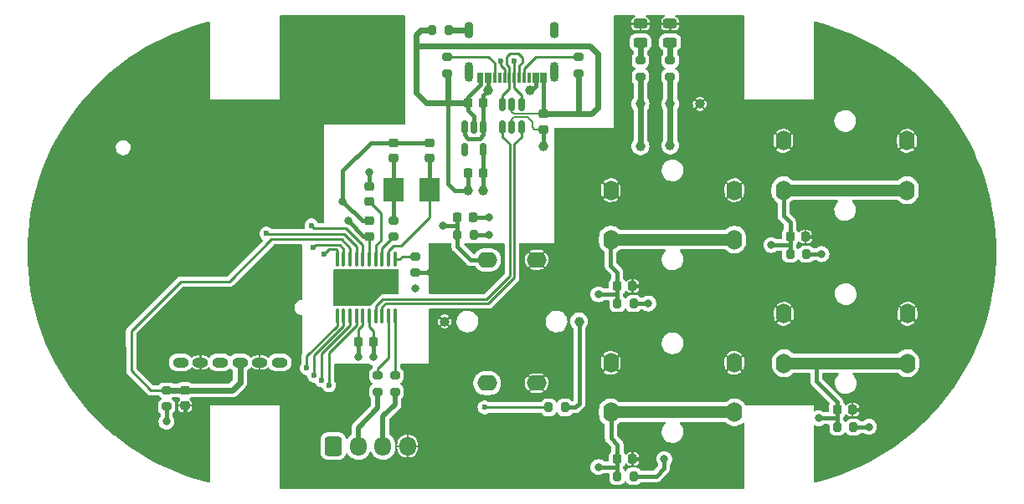
<source format=gbr>
%TF.GenerationSoftware,KiCad,Pcbnew,7.0.6*%
%TF.CreationDate,2023-11-25T17:25:05+01:00*%
%TF.ProjectId,gamepad,67616d65-7061-4642-9e6b-696361645f70,rev?*%
%TF.SameCoordinates,Original*%
%TF.FileFunction,Copper,L1,Top*%
%TF.FilePolarity,Positive*%
%FSLAX46Y46*%
G04 Gerber Fmt 4.6, Leading zero omitted, Abs format (unit mm)*
G04 Created by KiCad (PCBNEW 7.0.6) date 2023-11-25 17:25:05*
%MOMM*%
%LPD*%
G01*
G04 APERTURE LIST*
G04 Aperture macros list*
%AMRoundRect*
0 Rectangle with rounded corners*
0 $1 Rounding radius*
0 $2 $3 $4 $5 $6 $7 $8 $9 X,Y pos of 4 corners*
0 Add a 4 corners polygon primitive as box body*
4,1,4,$2,$3,$4,$5,$6,$7,$8,$9,$2,$3,0*
0 Add four circle primitives for the rounded corners*
1,1,$1+$1,$2,$3*
1,1,$1+$1,$4,$5*
1,1,$1+$1,$6,$7*
1,1,$1+$1,$8,$9*
0 Add four rect primitives between the rounded corners*
20,1,$1+$1,$2,$3,$4,$5,0*
20,1,$1+$1,$4,$5,$6,$7,0*
20,1,$1+$1,$6,$7,$8,$9,0*
20,1,$1+$1,$8,$9,$2,$3,0*%
G04 Aperture macros list end*
%TA.AperFunction,ComponentPad*%
%ADD10O,1.600000X2.000000*%
%TD*%
%TA.AperFunction,SMDPad,CuDef*%
%ADD11R,2.000000X2.400000*%
%TD*%
%TA.AperFunction,SMDPad,CuDef*%
%ADD12RoundRect,0.225000X-0.250000X0.225000X-0.250000X-0.225000X0.250000X-0.225000X0.250000X0.225000X0*%
%TD*%
%TA.AperFunction,SMDPad,CuDef*%
%ADD13RoundRect,0.243750X-0.456250X0.243750X-0.456250X-0.243750X0.456250X-0.243750X0.456250X0.243750X0*%
%TD*%
%TA.AperFunction,SMDPad,CuDef*%
%ADD14RoundRect,0.200000X-0.275000X0.200000X-0.275000X-0.200000X0.275000X-0.200000X0.275000X0.200000X0*%
%TD*%
%TA.AperFunction,ComponentPad*%
%ADD15O,2.000000X1.600000*%
%TD*%
%TA.AperFunction,ComponentPad*%
%ADD16C,1.000000*%
%TD*%
%TA.AperFunction,SMDPad,CuDef*%
%ADD17RoundRect,0.200000X0.275000X-0.200000X0.275000X0.200000X-0.275000X0.200000X-0.275000X-0.200000X0*%
%TD*%
%TA.AperFunction,SMDPad,CuDef*%
%ADD18C,1.000000*%
%TD*%
%TA.AperFunction,SMDPad,CuDef*%
%ADD19RoundRect,0.225000X-0.225000X-0.250000X0.225000X-0.250000X0.225000X0.250000X-0.225000X0.250000X0*%
%TD*%
%TA.AperFunction,SMDPad,CuDef*%
%ADD20RoundRect,0.200000X0.200000X0.275000X-0.200000X0.275000X-0.200000X-0.275000X0.200000X-0.275000X0*%
%TD*%
%TA.AperFunction,SMDPad,CuDef*%
%ADD21RoundRect,0.225000X0.225000X0.250000X-0.225000X0.250000X-0.225000X-0.250000X0.225000X-0.250000X0*%
%TD*%
%TA.AperFunction,SMDPad,CuDef*%
%ADD22RoundRect,0.225000X0.250000X-0.225000X0.250000X0.225000X-0.250000X0.225000X-0.250000X-0.225000X0*%
%TD*%
%TA.AperFunction,SMDPad,CuDef*%
%ADD23RoundRect,0.150000X-0.150000X0.512500X-0.150000X-0.512500X0.150000X-0.512500X0.150000X0.512500X0*%
%TD*%
%TA.AperFunction,ComponentPad*%
%ADD24RoundRect,0.250000X-0.600000X-0.725000X0.600000X-0.725000X0.600000X0.725000X-0.600000X0.725000X0*%
%TD*%
%TA.AperFunction,ComponentPad*%
%ADD25O,1.700000X1.950000*%
%TD*%
%TA.AperFunction,SMDPad,CuDef*%
%ADD26RoundRect,0.200000X-0.200000X-0.275000X0.200000X-0.275000X0.200000X0.275000X-0.200000X0.275000X0*%
%TD*%
%TA.AperFunction,SMDPad,CuDef*%
%ADD27R,0.300000X1.140000*%
%TD*%
%TA.AperFunction,ComponentPad*%
%ADD28O,0.900000X2.000000*%
%TD*%
%TA.AperFunction,ComponentPad*%
%ADD29O,0.900000X1.700000*%
%TD*%
%TA.AperFunction,ComponentPad*%
%ADD30O,1.600000X1.000000*%
%TD*%
%TA.AperFunction,SMDPad,CuDef*%
%ADD31RoundRect,0.100000X-0.100000X0.637500X-0.100000X-0.637500X0.100000X-0.637500X0.100000X0.637500X0*%
%TD*%
%TA.AperFunction,ViaPad*%
%ADD32C,0.800000*%
%TD*%
%TA.AperFunction,ViaPad*%
%ADD33C,1.000000*%
%TD*%
%TA.AperFunction,ViaPad*%
%ADD34C,0.600000*%
%TD*%
%TA.AperFunction,Conductor*%
%ADD35C,0.250000*%
%TD*%
%TA.AperFunction,Conductor*%
%ADD36C,0.400000*%
%TD*%
%TA.AperFunction,Conductor*%
%ADD37C,0.600000*%
%TD*%
%TA.AperFunction,Conductor*%
%ADD38C,0.150000*%
%TD*%
%TA.AperFunction,Conductor*%
%ADD39C,1.200000*%
%TD*%
%TA.AperFunction,Conductor*%
%ADD40C,0.240000*%
%TD*%
%TA.AperFunction,Conductor*%
%ADD41C,0.500000*%
%TD*%
G04 APERTURE END LIST*
D10*
%TO.P,SW3,1*%
%TO.N,/B_A*%
X172500000Y-131250000D03*
X185000000Y-131250000D03*
%TO.P,SW3,2*%
%TO.N,GND*%
X172500000Y-126250000D03*
X185000000Y-126250000D03*
%TD*%
D11*
%TO.P,Y1,1,1*%
%TO.N,/OSC_IN*%
X136700000Y-113675000D03*
%TO.P,Y1,2,2*%
%TO.N,Net-(C5-Pad2)*%
X133000000Y-113675000D03*
%TD*%
D12*
%TO.P,C4,1*%
%TO.N,GND*%
X136700000Y-108900000D03*
%TO.P,C4,2*%
%TO.N,/OSC_IN*%
X136700000Y-110450000D03*
%TD*%
D13*
%TO.P,D2,1,K*%
%TO.N,GND*%
X161000000Y-96862500D03*
%TO.P,D2,2,A*%
%TO.N,Net-(D2-A)*%
X161000000Y-98737500D03*
%TD*%
D14*
%TO.P,R1,1*%
%TO.N,/BOOT0*%
X135200000Y-120425000D03*
%TO.P,R1,2*%
%TO.N,GND*%
X135200000Y-122075000D03*
%TD*%
D15*
%TO.P,SW5,1*%
%TO.N,/B_L*%
X142500000Y-120775000D03*
X142500000Y-133275000D03*
%TO.P,SW5,2*%
%TO.N,GND*%
X147500000Y-120775000D03*
X147500000Y-133275000D03*
D16*
%TO.P,SW5,3,A*%
%TO.N,Net-(SW5-A)*%
X151800000Y-127025000D03*
%TO.P,SW5,4,K*%
%TO.N,GND*%
X138200000Y-127025000D03*
%TD*%
D17*
%TO.P,R12,1*%
%TO.N,Net-(XT2-Pin_2)*%
X131425000Y-134150000D03*
%TO.P,R12,2*%
%TO.N,/SWDIO*%
X131425000Y-132500000D03*
%TD*%
D18*
%TO.P,5V,1*%
%TO.N,+5V*%
X158000000Y-105000000D03*
%TD*%
D19*
%TO.P,C7,1*%
%TO.N,/B_Y*%
X155650000Y-123450000D03*
%TO.P,C7,2*%
%TO.N,GND*%
X157200000Y-123450000D03*
%TD*%
D20*
%TO.P,R4,1*%
%TO.N,+3.3VA*%
X157300000Y-125200000D03*
%TO.P,R4,2*%
%TO.N,/B_Y*%
X155650000Y-125200000D03*
%TD*%
D21*
%TO.P,C13,1*%
%TO.N,+3.3VA*%
X142100000Y-112000000D03*
%TO.P,C13,2*%
%TO.N,GND*%
X140550000Y-112000000D03*
%TD*%
D18*
%TO.P,3V,1*%
%TO.N,+3.3VA*%
X161000000Y-105000000D03*
%TD*%
D12*
%TO.P,C5,1*%
%TO.N,GND*%
X133000000Y-108900000D03*
%TO.P,C5,2*%
%TO.N,Net-(C5-Pad2)*%
X133000000Y-110450000D03*
%TD*%
D22*
%TO.P,C2,1*%
%TO.N,+3.3VA*%
X130575000Y-118400000D03*
%TO.P,C2,2*%
%TO.N,GND*%
X130575000Y-116850000D03*
%TD*%
%TO.P,C11,1*%
%TO.N,+5V*%
X148200000Y-107550000D03*
%TO.P,C11,2*%
%TO.N,GND*%
X148200000Y-106000000D03*
%TD*%
D12*
%TO.P,C10,1*%
%TO.N,/J_B*%
X111925000Y-134000000D03*
%TO.P,C10,2*%
%TO.N,GND*%
X111925000Y-135550000D03*
%TD*%
D14*
%TO.P,R9,1*%
%TO.N,Net-(XT1-CC1)*%
X151750000Y-100225000D03*
%TO.P,R9,2*%
%TO.N,GND*%
X151750000Y-101875000D03*
%TD*%
D18*
%TO.P,GND,1*%
%TO.N,GND*%
X164000000Y-105000000D03*
%TD*%
D19*
%TO.P,C9,1*%
%TO.N,/B_B*%
X155650000Y-140950000D03*
%TO.P,C9,2*%
%TO.N,GND*%
X157200000Y-140950000D03*
%TD*%
%TO.P,C6,1*%
%TO.N,/B_X*%
X173125000Y-118450000D03*
%TO.P,C6,2*%
%TO.N,GND*%
X174675000Y-118450000D03*
%TD*%
D21*
%TO.P,C1,1*%
%TO.N,+3.3VA*%
X131025000Y-129075000D03*
%TO.P,C1,2*%
%TO.N,GND*%
X129475000Y-129075000D03*
%TD*%
D19*
%TO.P,C8,1*%
%TO.N,/B_A*%
X177900000Y-135975000D03*
%TO.P,C8,2*%
%TO.N,GND*%
X179450000Y-135975000D03*
%TD*%
D20*
%TO.P,R8,1*%
%TO.N,Net-(XT1-SHIELD)*%
X138600000Y-97550000D03*
%TO.P,R8,2*%
%TO.N,GND*%
X136950000Y-97550000D03*
%TD*%
%TO.P,R6,1*%
%TO.N,+3.3VA*%
X157300000Y-142700000D03*
%TO.P,R6,2*%
%TO.N,/B_B*%
X155650000Y-142700000D03*
%TD*%
D17*
%TO.P,R16,1*%
%TO.N,+3.3VA*%
X161000000Y-102225000D03*
%TO.P,R16,2*%
%TO.N,Net-(D2-A)*%
X161000000Y-100575000D03*
%TD*%
%TO.P,R7,1*%
%TO.N,+3.3VA*%
X110075000Y-135650000D03*
%TO.P,R7,2*%
%TO.N,/J_B*%
X110075000Y-134000000D03*
%TD*%
D23*
%TO.P,U1,1,I/O1*%
%TO.N,/D+*%
X145950000Y-105062500D03*
%TO.P,U1,2,GND*%
%TO.N,GND*%
X145000000Y-105062500D03*
%TO.P,U1,3,I/O2*%
%TO.N,/D-*%
X144050000Y-105062500D03*
%TO.P,U1,4,I/O2*%
%TO.N,/USB_DN*%
X144050000Y-107337500D03*
%TO.P,U1,5,VBUS*%
%TO.N,+5V*%
X145000000Y-107337500D03*
%TO.P,U1,6,I/O1*%
%TO.N,/USB_DP*%
X145950000Y-107337500D03*
%TD*%
D13*
%TO.P,D1,1,K*%
%TO.N,GND*%
X158000000Y-96862500D03*
%TO.P,D1,2,A*%
%TO.N,Net-(D1-A)*%
X158000000Y-98737500D03*
%TD*%
D24*
%TO.P,XT2,1,Pin_1*%
%TO.N,+3.3VA*%
X126950000Y-139650000D03*
D25*
%TO.P,XT2,2,Pin_2*%
%TO.N,Net-(XT2-Pin_2)*%
X129450000Y-139650000D03*
%TO.P,XT2,3,Pin_3*%
%TO.N,Net-(XT2-Pin_3)*%
X131950000Y-139650000D03*
%TO.P,XT2,4,Pin_4*%
%TO.N,GND*%
X134450000Y-139650000D03*
%TD*%
D20*
%TO.P,R5,1*%
%TO.N,+3.3VA*%
X179550000Y-137725000D03*
%TO.P,R5,2*%
%TO.N,/B_A*%
X177900000Y-137725000D03*
%TD*%
%TO.P,R14,1*%
%TO.N,+3.3VA*%
X141150000Y-118225000D03*
%TO.P,R14,2*%
%TO.N,/B_L*%
X139500000Y-118225000D03*
%TD*%
D26*
%TO.P,R15,1*%
%TO.N,/LED*%
X148700000Y-135725000D03*
%TO.P,R15,2*%
%TO.N,Net-(SW5-A)*%
X150350000Y-135725000D03*
%TD*%
D17*
%TO.P,R11,1*%
%TO.N,+5V*%
X158000000Y-102225000D03*
%TO.P,R11,2*%
%TO.N,Net-(D1-A)*%
X158000000Y-100575000D03*
%TD*%
D19*
%TO.P,C14,1*%
%TO.N,/B_L*%
X139500000Y-116475000D03*
%TO.P,C14,2*%
%TO.N,GND*%
X141050000Y-116475000D03*
%TD*%
D27*
%TO.P,XT1,A1,GND*%
%TO.N,GND*%
X148350000Y-102300000D03*
%TO.P,XT1,A4,VBUS*%
%TO.N,+5V*%
X147550000Y-102300000D03*
%TO.P,XT1,A5,CC1*%
%TO.N,Net-(XT1-CC1)*%
X146250000Y-102300000D03*
%TO.P,XT1,A6,D+*%
%TO.N,/D+*%
X145250000Y-102300000D03*
%TO.P,XT1,A7,D-*%
%TO.N,/D-*%
X144750000Y-102300000D03*
%TO.P,XT1,A8,SBU1*%
%TO.N,unconnected-(XT1-SBU1-PadA8)*%
X143750000Y-102300000D03*
%TO.P,XT1,A9,VBUS*%
%TO.N,+5V*%
X142450000Y-102300000D03*
%TO.P,XT1,A12,GND*%
%TO.N,GND*%
X141650000Y-102300000D03*
%TO.P,XT1,B1,GND*%
X141950000Y-102300000D03*
%TO.P,XT1,B4,VBUS*%
%TO.N,+5V*%
X142750000Y-102300000D03*
%TO.P,XT1,B5,CC2*%
%TO.N,Net-(XT1-CC2)*%
X143250000Y-102300000D03*
%TO.P,XT1,B6,D+*%
%TO.N,/D+*%
X144250000Y-102300000D03*
%TO.P,XT1,B7,D-*%
%TO.N,/D-*%
X145750000Y-102300000D03*
%TO.P,XT1,B8,SBU2*%
%TO.N,unconnected-(XT1-SBU2-PadB8)*%
X146750000Y-102300000D03*
%TO.P,XT1,B9,VBUS*%
%TO.N,+5V*%
X147250000Y-102300000D03*
%TO.P,XT1,B12,GND*%
%TO.N,GND*%
X148050000Y-102300000D03*
D28*
%TO.P,XT1,S1,SHIELD*%
%TO.N,Net-(XT1-SHIELD)*%
X149325000Y-101725000D03*
D29*
X149325000Y-97550000D03*
D28*
X140675000Y-101725000D03*
D29*
X140675000Y-97550000D03*
%TD*%
D21*
%TO.P,C12,1*%
%TO.N,+5V*%
X142100000Y-104900000D03*
%TO.P,C12,2*%
%TO.N,GND*%
X140550000Y-104900000D03*
%TD*%
D20*
%TO.P,R3,1*%
%TO.N,+3.3VA*%
X174775000Y-120200000D03*
%TO.P,R3,2*%
%TO.N,/B_X*%
X173125000Y-120200000D03*
%TD*%
D14*
%TO.P,R10,1*%
%TO.N,Net-(XT1-CC2)*%
X138475000Y-100225000D03*
%TO.P,R10,2*%
%TO.N,GND*%
X138475000Y-101875000D03*
%TD*%
D10*
%TO.P,SW2,1*%
%TO.N,/B_Y*%
X155000000Y-118725000D03*
X167500000Y-118725000D03*
%TO.P,SW2,2*%
%TO.N,GND*%
X155000000Y-113725000D03*
X167500000Y-113725000D03*
%TD*%
%TO.P,SW4,1*%
%TO.N,/B_B*%
X155000000Y-136225000D03*
X167500000Y-136225000D03*
%TO.P,SW4,2*%
%TO.N,GND*%
X155000000Y-131225000D03*
X167500000Y-131225000D03*
%TD*%
D14*
%TO.P,R2,1*%
%TO.N,Net-(C5-Pad2)*%
X133000000Y-116800000D03*
%TO.P,R2,2*%
%TO.N,/OSC_OUT*%
X133000000Y-118450000D03*
%TD*%
D30*
%TO.P,J1,1,X*%
%TO.N,/J_X*%
X121500000Y-131175000D03*
%TO.P,J1,2,GND_SW*%
%TO.N,GND*%
X119500000Y-131175000D03*
%TO.P,J1,3,SW*%
%TO.N,/J_B*%
X117500000Y-131175000D03*
%TO.P,J1,4,Y*%
%TO.N,/J_Y*%
X115500000Y-131175000D03*
%TO.P,J1,5,GND_A*%
%TO.N,GND*%
X113500000Y-131175000D03*
%TO.P,J1,6,VCC*%
%TO.N,+3.3VA*%
X111500000Y-131175000D03*
%TD*%
D17*
%TO.P,R13,1*%
%TO.N,Net-(XT2-Pin_3)*%
X133175000Y-134150000D03*
%TO.P,R13,2*%
%TO.N,/SWDCLK*%
X133175000Y-132500000D03*
%TD*%
D10*
%TO.P,SW1,1*%
%TO.N,/B_X*%
X172450000Y-113725000D03*
X184950000Y-113725000D03*
%TO.P,SW1,2*%
%TO.N,GND*%
X172450000Y-108725000D03*
X184950000Y-108725000D03*
%TD*%
D23*
%TO.P,U3,1,Vin*%
%TO.N,+5V*%
X142100000Y-107312500D03*
%TO.P,U3,2,GND*%
%TO.N,GND*%
X141150000Y-107312500D03*
%TO.P,U3,3,EN*%
%TO.N,+5V*%
X140200000Y-107312500D03*
%TO.P,U3,4,NC*%
%TO.N,unconnected-(U3-NC-Pad4)*%
X140200000Y-109587500D03*
%TO.P,U3,5,Vout*%
%TO.N,+3.3VA*%
X142100000Y-109587500D03*
%TD*%
D22*
%TO.P,C3,1*%
%TO.N,/NRST*%
X130600000Y-114875000D03*
%TO.P,C3,2*%
%TO.N,GND*%
X130600000Y-113325000D03*
%TD*%
D31*
%TO.P,U2,1,BOOT0*%
%TO.N,/BOOT0*%
X133175000Y-120737500D03*
%TO.P,U2,2,PF0*%
%TO.N,/OSC_IN*%
X132525000Y-120737500D03*
%TO.P,U2,3,PF1*%
%TO.N,/OSC_OUT*%
X131875000Y-120737500D03*
%TO.P,U2,4,NRST*%
%TO.N,/NRST*%
X131225000Y-120737500D03*
%TO.P,U2,5,VDDA*%
%TO.N,+3.3VA*%
X130575000Y-120737500D03*
%TO.P,U2,6,PA0*%
%TO.N,/J_X*%
X129925000Y-120737500D03*
%TO.P,U2,7,PA1*%
%TO.N,/J_Y*%
X129275000Y-120737500D03*
%TO.P,U2,8,PA2*%
%TO.N,/J_B*%
X128625000Y-120737500D03*
%TO.P,U2,9,PA3*%
%TO.N,/B_L*%
X127975000Y-120737500D03*
%TO.P,U2,10,PA4*%
%TO.N,/B_X*%
X127325000Y-120737500D03*
%TO.P,U2,11,PA5*%
%TO.N,/B_Y*%
X127325000Y-126462500D03*
%TO.P,U2,12,PA6*%
%TO.N,/B_A*%
X127975000Y-126462500D03*
%TO.P,U2,13,PA7*%
%TO.N,/B_B*%
X128625000Y-126462500D03*
%TO.P,U2,14,PB1*%
%TO.N,/LED*%
X129275000Y-126462500D03*
%TO.P,U2,15,VSS*%
%TO.N,GND*%
X129925000Y-126462500D03*
%TO.P,U2,16,VDD*%
%TO.N,+3.3VA*%
X130575000Y-126462500D03*
%TO.P,U2,17,PA9/PA11*%
%TO.N,/USB_DN*%
X131225000Y-126462500D03*
%TO.P,U2,18,PA10/PA12*%
%TO.N,/USB_DP*%
X131875000Y-126462500D03*
%TO.P,U2,19,PA13*%
%TO.N,/SWDIO*%
X132525000Y-126462500D03*
%TO.P,U2,20,PA14*%
%TO.N,/SWDCLK*%
X133175000Y-126462500D03*
%TD*%
D32*
%TO.N,+3.3VA*%
X176300000Y-120200000D03*
X142650000Y-118250000D03*
D33*
X142100000Y-113775000D03*
D32*
X181100000Y-137700000D03*
X128425000Y-116825000D03*
X131025000Y-130650000D03*
X135250000Y-123650000D03*
X158800000Y-125200000D03*
X110075000Y-137175000D03*
D33*
X161000000Y-109200000D03*
D32*
X160400000Y-140950000D03*
%TO.N,GND*%
X136775000Y-122075000D03*
X158850000Y-140950000D03*
X111925000Y-137175000D03*
X127825000Y-123650000D03*
D33*
X140550000Y-113775000D03*
D32*
X158800000Y-123450000D03*
X181100000Y-135950000D03*
X142650000Y-116500000D03*
X127900000Y-114875000D03*
X129450000Y-130650000D03*
X130600000Y-111925000D03*
X176300000Y-118450000D03*
D34*
%TO.N,/B_X*%
X126025000Y-120200000D03*
D32*
X171225000Y-119275000D03*
D34*
%TO.N,/B_Y*%
X124250000Y-131750000D03*
D32*
X153750000Y-124275000D03*
%TO.N,/B_A*%
X176000000Y-136825000D03*
D34*
X125000000Y-132500000D03*
%TO.N,/B_B*%
X125750000Y-133000000D03*
D32*
X153750000Y-141775000D03*
D34*
%TO.N,/J_X*%
X124725000Y-117300000D03*
%TO.N,/J_Y*%
X120175000Y-118125000D03*
D33*
%TO.N,+5V*%
X146850000Y-103600000D03*
X148200000Y-109275000D03*
X142600000Y-103600000D03*
X158000000Y-109275000D03*
D34*
%TO.N,/B_L*%
X124900000Y-119550000D03*
D32*
X138050000Y-117325000D03*
D34*
%TO.N,/LED*%
X142225000Y-135725000D03*
X126500000Y-133500000D03*
%TO.N,/D+*%
X143824007Y-100603997D03*
X145225000Y-100600000D03*
%TD*%
D35*
%TO.N,+3.3VA*%
X130575000Y-118400000D02*
X130275000Y-118400000D01*
D36*
X130000000Y-118400000D02*
X130275000Y-118400000D01*
X128425000Y-116825000D02*
X130000000Y-118400000D01*
X142100000Y-109587500D02*
X142100000Y-112000000D01*
X159575000Y-142700000D02*
X157300000Y-142700000D01*
X141125000Y-118250000D02*
X142650000Y-118250000D01*
D35*
X130575000Y-120737500D02*
X130575000Y-118400000D01*
D36*
X131025000Y-130650000D02*
X131025000Y-129075000D01*
X157275000Y-125200000D02*
X158800000Y-125200000D01*
X179575000Y-137700000D02*
X181100000Y-137700000D01*
D35*
X130575000Y-126462500D02*
X130575000Y-127525000D01*
D36*
X174775000Y-120200000D02*
X176300000Y-120200000D01*
D35*
X131025000Y-127975000D02*
X131025000Y-128800000D01*
D37*
X161000000Y-109200000D02*
X161000000Y-105000000D01*
D36*
X160400000Y-140950000D02*
X160400000Y-141875000D01*
D35*
X130575000Y-127525000D02*
X131025000Y-127975000D01*
D37*
X161000000Y-105000000D02*
X161000000Y-102725000D01*
D36*
X160400000Y-141875000D02*
X159575000Y-142700000D01*
X142100000Y-113775000D02*
X142100000Y-112000000D01*
X110075000Y-135650000D02*
X110075000Y-137175000D01*
%TO.N,GND*%
X133000000Y-108900000D02*
X130775000Y-108900000D01*
D37*
X135325000Y-98000000D02*
X135325000Y-98875000D01*
D36*
X141150000Y-106225000D02*
X141150000Y-107312500D01*
X174675000Y-118450000D02*
X176300000Y-118450000D01*
X135550000Y-99100000D02*
X135325000Y-98875000D01*
D35*
X129925000Y-127400000D02*
X129475000Y-127850000D01*
D36*
X127900000Y-111775000D02*
X127900000Y-114875000D01*
D37*
X150950000Y-106000000D02*
X149825000Y-106000000D01*
X138475000Y-101875000D02*
X138500000Y-101900000D01*
D38*
X145000000Y-105775000D02*
X145225000Y-106000000D01*
D37*
X136350000Y-104900000D02*
X137050000Y-104900000D01*
D36*
X140550000Y-104900000D02*
X140550000Y-105625000D01*
X130600000Y-113325000D02*
X130600000Y-111925000D01*
D38*
X145225000Y-106000000D02*
X148200000Y-106000000D01*
D36*
X157225000Y-140950000D02*
X158850000Y-140950000D01*
D37*
X136950000Y-97550000D02*
X135775000Y-97550000D01*
X153650000Y-99900000D02*
X152850000Y-99100000D01*
X137050000Y-104900000D02*
X138500000Y-104900000D01*
D36*
X127900000Y-114875000D02*
X129875000Y-116850000D01*
D37*
X138500000Y-104900000D02*
X140550000Y-104900000D01*
D36*
X139225000Y-113775000D02*
X140550000Y-113775000D01*
D37*
X153650000Y-105400000D02*
X153650000Y-99900000D01*
D36*
X129475000Y-130625000D02*
X129450000Y-130650000D01*
D37*
X135325000Y-103275000D02*
X135325000Y-103875000D01*
D38*
X145000000Y-105062500D02*
X145000000Y-105775000D01*
D37*
X153050000Y-106000000D02*
X153650000Y-105400000D01*
X135325000Y-103875000D02*
X136350000Y-104900000D01*
D36*
X135200000Y-122075000D02*
X136775000Y-122075000D01*
X140550000Y-112000000D02*
X140550000Y-113775000D01*
X111925000Y-135550000D02*
X111925000Y-137175000D01*
D37*
X135775000Y-97550000D02*
X135325000Y-98000000D01*
D36*
X133000000Y-108900000D02*
X136700000Y-108900000D01*
D37*
X151750000Y-101875000D02*
X151750000Y-106000000D01*
D36*
X140550000Y-104250000D02*
X141800000Y-103000000D01*
D37*
X135325000Y-98875000D02*
X135325000Y-103275000D01*
D35*
X129925000Y-126462500D02*
X129925000Y-127400000D01*
D36*
X129875000Y-116850000D02*
X130575000Y-116850000D01*
D37*
X138500000Y-101900000D02*
X138500000Y-104900000D01*
D35*
X129475000Y-127850000D02*
X129475000Y-128800000D01*
D37*
X150950000Y-106000000D02*
X153050000Y-106000000D01*
D36*
X140550000Y-105625000D02*
X141150000Y-106225000D01*
X138500000Y-113050000D02*
X139225000Y-113775000D01*
X141025000Y-116500000D02*
X142650000Y-116500000D01*
X130775000Y-108900000D02*
X127900000Y-111775000D01*
D37*
X152850000Y-99100000D02*
X135550000Y-99100000D01*
X149825000Y-106000000D02*
X148200000Y-106000000D01*
D36*
X140550000Y-104900000D02*
X140550000Y-104250000D01*
X148200000Y-106000000D02*
X148200000Y-104025000D01*
D37*
X151750000Y-106000000D02*
X150950000Y-106000000D01*
D36*
X179475000Y-135950000D02*
X181100000Y-135950000D01*
X148200000Y-104025000D02*
X148200000Y-102250000D01*
X157175000Y-123450000D02*
X158800000Y-123450000D01*
X129475000Y-129075000D02*
X129475000Y-130625000D01*
X138500000Y-104900000D02*
X138500000Y-113050000D01*
X141800000Y-103000000D02*
X141800000Y-102300000D01*
D35*
%TO.N,/NRST*%
X131225000Y-120737500D02*
X131225000Y-119375000D01*
X131800000Y-118800000D02*
X131800000Y-116075000D01*
X131225000Y-119375000D02*
X131800000Y-118800000D01*
X131800000Y-116075000D02*
X130600000Y-114875000D01*
%TO.N,/OSC_IN*%
X133775000Y-119375000D02*
X136700000Y-116450000D01*
D36*
X136700000Y-113675000D02*
X136700000Y-110450000D01*
D35*
X133000000Y-119375000D02*
X133775000Y-119375000D01*
X132525000Y-120737500D02*
X132525000Y-119850000D01*
X136700000Y-116450000D02*
X136700000Y-113675000D01*
X132525000Y-119850000D02*
X133000000Y-119375000D01*
D36*
%TO.N,Net-(C5-Pad2)*%
X133000000Y-116800000D02*
X133000000Y-113675000D01*
X133000000Y-113675000D02*
X133000000Y-110450000D01*
D39*
%TO.N,/B_X*%
X172450000Y-113725000D02*
X184950000Y-113725000D01*
D36*
X173125000Y-120200000D02*
X173125000Y-119275000D01*
X173125000Y-119275000D02*
X173125000Y-118450000D01*
D35*
X127325000Y-119875000D02*
X127325000Y-120737500D01*
D36*
X171225000Y-119275000D02*
X173125000Y-119275000D01*
D35*
X126500000Y-119725000D02*
X127175000Y-119725000D01*
D36*
X172450000Y-116300000D02*
X173125000Y-116975000D01*
X172450000Y-113725000D02*
X172450000Y-116300000D01*
X173125000Y-116975000D02*
X173125000Y-118450000D01*
D35*
X126025000Y-120200000D02*
X126500000Y-119725000D01*
X127175000Y-119725000D02*
X127325000Y-119875000D01*
D36*
%TO.N,/B_Y*%
X154975000Y-121350000D02*
X155650000Y-122025000D01*
D35*
X127325000Y-127454416D02*
X127325000Y-126462500D01*
X124250000Y-130529416D02*
X127325000Y-127454416D01*
D36*
X155650000Y-125200000D02*
X155650000Y-124275000D01*
D35*
X124250000Y-131750000D02*
X124250000Y-130529416D01*
D36*
X155650000Y-122025000D02*
X155650000Y-123500000D01*
X155650000Y-124275000D02*
X155650000Y-123450000D01*
X153750000Y-124275000D02*
X155650000Y-124275000D01*
X154975000Y-118775000D02*
X154975000Y-121350000D01*
D39*
X155000000Y-118725000D02*
X167500000Y-118725000D01*
D36*
%TO.N,/B_A*%
X176000000Y-136825000D02*
X177900000Y-136825000D01*
X177900000Y-136825000D02*
X177900000Y-136000000D01*
X175800000Y-133100000D02*
X175800000Y-131250000D01*
D39*
X172500000Y-131250000D02*
X175800000Y-131250000D01*
D36*
X177900000Y-135200000D02*
X175800000Y-133100000D01*
D35*
X125000000Y-132500000D02*
X125000000Y-130415812D01*
D39*
X175800000Y-131250000D02*
X185000000Y-131250000D01*
D35*
X125000000Y-130415812D02*
X127975000Y-127440812D01*
D36*
X177900000Y-135975000D02*
X177900000Y-135200000D01*
D35*
X127975000Y-127440812D02*
X127975000Y-126462500D01*
D36*
X177900000Y-137750000D02*
X177900000Y-136825000D01*
%TO.N,/B_B*%
X155000000Y-136250000D02*
X155000000Y-138825000D01*
D35*
X128625000Y-127427208D02*
X128625000Y-126462500D01*
D36*
X153750000Y-141775000D02*
X155650000Y-141775000D01*
X155675000Y-139500000D02*
X155675000Y-140975000D01*
X155650000Y-141775000D02*
X155650000Y-140950000D01*
X155000000Y-138825000D02*
X155675000Y-139500000D01*
X155650000Y-142700000D02*
X155650000Y-141775000D01*
D35*
X125750000Y-133000000D02*
X125750000Y-130302208D01*
D39*
X155000000Y-136225000D02*
X167500000Y-136225000D01*
D35*
X125750000Y-130302208D02*
X128625000Y-127427208D01*
%TO.N,/BOOT0*%
X133612500Y-120737500D02*
X133925000Y-120425000D01*
X133175000Y-120737500D02*
X133612500Y-120737500D01*
X133925000Y-120425000D02*
X135200000Y-120425000D01*
%TO.N,/OSC_OUT*%
X131875000Y-119575000D02*
X133000000Y-118450000D01*
X131875000Y-120737500D02*
X131875000Y-119575000D01*
%TO.N,/J_B*%
X106500000Y-128000000D02*
X106500000Y-129500000D01*
X127750000Y-118700000D02*
X120700000Y-118700000D01*
X120700000Y-118700000D02*
X116425000Y-122975000D01*
X116425000Y-122975000D02*
X111525000Y-122975000D01*
D37*
X111925000Y-134000000D02*
X116700000Y-134000000D01*
D35*
X111400000Y-123100000D02*
X106500000Y-128000000D01*
D37*
X117500000Y-133200000D02*
X117500000Y-131175000D01*
D35*
X128625000Y-119575000D02*
X127750000Y-118700000D01*
X111500000Y-123000000D02*
X111400000Y-123100000D01*
D40*
X106500000Y-129500000D02*
X106500000Y-132000000D01*
D35*
X128625000Y-120737500D02*
X128625000Y-119575000D01*
D40*
X108500000Y-134000000D02*
X110075000Y-134000000D01*
D37*
X116700000Y-134000000D02*
X117500000Y-133200000D01*
D40*
X106500000Y-132000000D02*
X108500000Y-134000000D01*
D35*
X111525000Y-122975000D02*
X111400000Y-123100000D01*
D37*
X110075000Y-134000000D02*
X111925000Y-134000000D01*
D35*
%TO.N,/J_X*%
X129925000Y-119300000D02*
X129925000Y-120737500D01*
X128200000Y-117575000D02*
X129925000Y-119300000D01*
X124725000Y-117300000D02*
X125000000Y-117575000D01*
X125000000Y-117575000D02*
X128200000Y-117575000D01*
%TO.N,/J_Y*%
X129275000Y-119425000D02*
X128000000Y-118150000D01*
X128000000Y-118150000D02*
X120200000Y-118150000D01*
X129275000Y-120737500D02*
X129275000Y-119425000D01*
X120200000Y-118150000D02*
X120175000Y-118125000D01*
D36*
%TO.N,+5V*%
X148200000Y-109275000D02*
X148200000Y-107550000D01*
X140200000Y-107312500D02*
X140200000Y-108125000D01*
X141750000Y-108475000D02*
X142100000Y-108125000D01*
D37*
X158000000Y-105000000D02*
X158000000Y-102725000D01*
D36*
X140550000Y-108475000D02*
X141750000Y-108475000D01*
X140200000Y-108125000D02*
X140550000Y-108475000D01*
D38*
X145000000Y-106600000D02*
X145000000Y-107337500D01*
D36*
X146850000Y-103600000D02*
X146970000Y-103600000D01*
X142100000Y-104900000D02*
X142100000Y-107312500D01*
X146970000Y-103600000D02*
X147400000Y-103170000D01*
D38*
X145250000Y-106350000D02*
X145000000Y-106600000D01*
X148200000Y-107550000D02*
X147275000Y-107550000D01*
X147075000Y-107350000D02*
X147075000Y-106825000D01*
X147275000Y-107550000D02*
X147075000Y-107350000D01*
D36*
X142100000Y-104100000D02*
X142600000Y-103600000D01*
X142600000Y-103600000D02*
X142600000Y-102300000D01*
X142100000Y-108125000D02*
X142100000Y-107312500D01*
D38*
X146600000Y-106350000D02*
X145250000Y-106350000D01*
D36*
X147400000Y-103170000D02*
X147400000Y-102275000D01*
D37*
X158000000Y-109275000D02*
X158000000Y-105000000D01*
D38*
X147075000Y-106825000D02*
X146600000Y-106350000D01*
D36*
X142100000Y-104900000D02*
X142100000Y-104100000D01*
D35*
%TO.N,/USB_DN*%
X131225000Y-125456800D02*
X131225000Y-126462500D01*
X144050000Y-108331251D02*
X144050000Y-107337500D01*
X144775000Y-122406800D02*
X142431800Y-124750000D01*
X131931800Y-124750000D02*
X131225000Y-125456800D01*
X144775000Y-109056251D02*
X144775000Y-122406800D01*
X144050000Y-108331251D02*
X144775000Y-109056251D01*
X142431800Y-124750000D02*
X131931800Y-124750000D01*
%TO.N,/USB_DP*%
X132243200Y-125200000D02*
X142618200Y-125200000D01*
X145225000Y-109056251D02*
X145950000Y-108331251D01*
X145225000Y-122593200D02*
X145225000Y-109056251D01*
X145950000Y-108331251D02*
X145950000Y-107337500D01*
X131875000Y-125568200D02*
X132243200Y-125200000D01*
X131875000Y-126462500D02*
X131875000Y-125568200D01*
X142618200Y-125200000D02*
X145225000Y-122593200D01*
%TO.N,/SWDIO*%
X132525000Y-126462500D02*
X132525000Y-130700000D01*
X131425000Y-131800000D02*
X131425000Y-132500000D01*
X132525000Y-130700000D02*
X131425000Y-131800000D01*
%TO.N,/SWDCLK*%
X133175000Y-126462500D02*
X133175000Y-132500000D01*
%TO.N,/B_L*%
X127975000Y-119650000D02*
X127975000Y-120737500D01*
D36*
X139500000Y-118225000D02*
X139500000Y-117325000D01*
X139500000Y-119450000D02*
X140825000Y-120775000D01*
D35*
X125175000Y-119275000D02*
X127600000Y-119275000D01*
X127600000Y-119275000D02*
X127975000Y-119650000D01*
D36*
X139500000Y-118225000D02*
X139500000Y-119450000D01*
X139500000Y-117325000D02*
X139500000Y-116475000D01*
X140825000Y-120775000D02*
X142500000Y-120775000D01*
D35*
X124900000Y-119550000D02*
X125175000Y-119275000D01*
D36*
X138050000Y-117325000D02*
X139500000Y-117325000D01*
D37*
%TO.N,Net-(XT1-SHIELD)*%
X140675000Y-97550000D02*
X138600000Y-97550000D01*
D41*
%TO.N,Net-(XT2-Pin_2)*%
X131425000Y-134150000D02*
X131425000Y-135800000D01*
X129450000Y-137775000D02*
X129450000Y-139650000D01*
X131425000Y-135800000D02*
X129450000Y-137775000D01*
%TO.N,Net-(XT2-Pin_3)*%
X131950000Y-136650000D02*
X131950000Y-139650000D01*
X133175000Y-135425000D02*
X133175000Y-134150000D01*
X133175000Y-135425000D02*
X131950000Y-136650000D01*
D35*
%TO.N,/LED*%
X142225000Y-135725000D02*
X148700000Y-135725000D01*
X129275000Y-127413604D02*
X129275000Y-126462500D01*
X126500000Y-133500000D02*
X126500000Y-130188604D01*
X126500000Y-130188604D02*
X129275000Y-127413604D01*
D36*
%TO.N,Net-(SW5-A)*%
X151800000Y-135350000D02*
X151425000Y-135725000D01*
X151800000Y-127025000D02*
X151800000Y-135350000D01*
X151425000Y-135725000D02*
X150350000Y-135725000D01*
D35*
%TO.N,/D+*%
X145250000Y-100625000D02*
X145225000Y-100600000D01*
X145250000Y-103375500D02*
X145250000Y-102300000D01*
X145587250Y-103712750D02*
X145250000Y-103375500D01*
X145587250Y-103712750D02*
X145950000Y-104075500D01*
X145950000Y-104075500D02*
X145950000Y-105062500D01*
X143824007Y-101099007D02*
X144250000Y-101525000D01*
X145250000Y-102300000D02*
X145250000Y-100625000D01*
X144250000Y-101525000D02*
X144250000Y-102300000D01*
X143824007Y-100603997D02*
X143824007Y-101099007D01*
%TO.N,/D-*%
X146025000Y-100275000D02*
X145625000Y-99875000D01*
X144750000Y-101250000D02*
X144750000Y-102300000D01*
X146025000Y-100825000D02*
X146025000Y-100275000D01*
X145750000Y-101100000D02*
X146025000Y-100825000D01*
X145625000Y-99875000D02*
X144825000Y-99875000D01*
X144825000Y-99875000D02*
X144475000Y-100225000D01*
X144750000Y-103450000D02*
X144750000Y-102300000D01*
X144050000Y-104150000D02*
X144750000Y-103450000D01*
X145750000Y-102300000D02*
X145750000Y-101100000D01*
X144475000Y-100225000D02*
X144475000Y-100975000D01*
X144475000Y-100975000D02*
X144750000Y-101250000D01*
X144050000Y-105062500D02*
X144050000Y-104150000D01*
%TO.N,Net-(XT1-CC1)*%
X146250000Y-102300000D02*
X146250000Y-101430000D01*
X146250000Y-101430000D02*
X147455000Y-100225000D01*
X147455000Y-100225000D02*
X151750000Y-100225000D01*
%TO.N,Net-(XT1-CC2)*%
X143250000Y-100850000D02*
X142625000Y-100225000D01*
X142625000Y-100225000D02*
X138700000Y-100225000D01*
X143250000Y-102300000D02*
X143250000Y-100850000D01*
X138700000Y-100225000D02*
X138475000Y-100450000D01*
D37*
%TO.N,Net-(D1-A)*%
X158000000Y-100575000D02*
X158000000Y-98737500D01*
%TO.N,Net-(D2-A)*%
X161000000Y-100575000D02*
X161000000Y-98737500D01*
%TD*%
%TA.AperFunction,Conductor*%
%TO.N,GND*%
G36*
X133518039Y-121744685D02*
G01*
X133563794Y-121797489D01*
X133575000Y-121849000D01*
X133575000Y-124126000D01*
X133555315Y-124193039D01*
X133502511Y-124238794D01*
X133451000Y-124250000D01*
X131824999Y-124250000D01*
X130636319Y-125438681D01*
X130574996Y-125472166D01*
X130548638Y-125475000D01*
X127049000Y-125475000D01*
X126981961Y-125455315D01*
X126936206Y-125402511D01*
X126925000Y-125351000D01*
X126925000Y-121849000D01*
X126944685Y-121781961D01*
X126997489Y-121736206D01*
X127049000Y-121725000D01*
X133451000Y-121725000D01*
X133518039Y-121744685D01*
G37*
%TD.AperFunction*%
%TD*%
%TA.AperFunction,Conductor*%
%TO.N,GND*%
G36*
X134159191Y-96019407D02*
G01*
X134195155Y-96068907D01*
X134200000Y-96099500D01*
X134200000Y-107001000D01*
X134181093Y-107059191D01*
X134131593Y-107095155D01*
X134101000Y-107100000D01*
X126000000Y-107100000D01*
X126000000Y-107100001D01*
X126000000Y-116950500D01*
X125981093Y-117008691D01*
X125931593Y-117044655D01*
X125901000Y-117049500D01*
X125447518Y-117049500D01*
X125389327Y-117030593D01*
X125354951Y-116985606D01*
X125350929Y-116975000D01*
X125349818Y-116972070D01*
X125253183Y-116832071D01*
X125237566Y-116818236D01*
X125161074Y-116750470D01*
X125125852Y-116719266D01*
X124975225Y-116640210D01*
X124975224Y-116640209D01*
X124975223Y-116640209D01*
X124810058Y-116599500D01*
X124810056Y-116599500D01*
X124639944Y-116599500D01*
X124639941Y-116599500D01*
X124474776Y-116640209D01*
X124324146Y-116719267D01*
X124196818Y-116832069D01*
X124196816Y-116832071D01*
X124196817Y-116832071D01*
X124100182Y-116972070D01*
X124072655Y-117044655D01*
X124039860Y-117131129D01*
X124019355Y-117299998D01*
X124019355Y-117300001D01*
X124039859Y-117468869D01*
X124039859Y-117468871D01*
X124039860Y-117468872D01*
X124048023Y-117490396D01*
X124050979Y-117551508D01*
X124017448Y-117602688D01*
X123960239Y-117624384D01*
X123955456Y-117624500D01*
X120703964Y-117624500D01*
X120645773Y-117605593D01*
X120638315Y-117599603D01*
X120596858Y-117562876D01*
X120575852Y-117544266D01*
X120425225Y-117465210D01*
X120425224Y-117465209D01*
X120425223Y-117465209D01*
X120260058Y-117424500D01*
X120260056Y-117424500D01*
X120089944Y-117424500D01*
X120089941Y-117424500D01*
X119924776Y-117465209D01*
X119774146Y-117544267D01*
X119646818Y-117657069D01*
X119646816Y-117657072D01*
X119554536Y-117790762D01*
X119550182Y-117797070D01*
X119489860Y-117956128D01*
X119469355Y-118125000D01*
X119489860Y-118293872D01*
X119550182Y-118452930D01*
X119617186Y-118550001D01*
X119646816Y-118592927D01*
X119646818Y-118592930D01*
X119774149Y-118705735D01*
X119779072Y-118709133D01*
X119777780Y-118711004D01*
X119813789Y-118747882D01*
X119822638Y-118808424D01*
X119795053Y-118861775D01*
X116236327Y-122420504D01*
X116181810Y-122448281D01*
X116166323Y-122449500D01*
X111533985Y-122449500D01*
X111470755Y-122447340D01*
X111470748Y-122447340D01*
X111432612Y-122456634D01*
X111429224Y-122457460D01*
X111424245Y-122458406D01*
X111381893Y-122464228D01*
X111381885Y-122464230D01*
X111364653Y-122471714D01*
X111348666Y-122477090D01*
X111330414Y-122481539D01*
X111330403Y-122481543D01*
X111293140Y-122502494D01*
X111288600Y-122504749D01*
X111249390Y-122521781D01*
X111234813Y-122533640D01*
X111220861Y-122543136D01*
X111204488Y-122552342D01*
X111204486Y-122552344D01*
X111174256Y-122582572D01*
X111170493Y-122585968D01*
X111137334Y-122612946D01*
X111137333Y-122612948D01*
X111126499Y-122628295D01*
X111115628Y-122641201D01*
X111097558Y-122659271D01*
X111079488Y-122677342D01*
X106134771Y-127622058D01*
X106088530Y-127665245D01*
X106066318Y-127701770D01*
X106063466Y-127705960D01*
X106037636Y-127740024D01*
X106037635Y-127740026D01*
X106030741Y-127757506D01*
X106023237Y-127772615D01*
X106013473Y-127788673D01*
X106001939Y-127829835D01*
X106000323Y-127834641D01*
X105984641Y-127874407D01*
X105984640Y-127874413D01*
X105982718Y-127893103D01*
X105979569Y-127909676D01*
X105974500Y-127927771D01*
X105974500Y-127970521D01*
X105974240Y-127975585D01*
X105969869Y-128018110D01*
X105973061Y-128036625D01*
X105974500Y-128053444D01*
X105974499Y-129535943D01*
X105974500Y-129535955D01*
X105979038Y-129568971D01*
X105979499Y-129575717D01*
X105979499Y-131991097D01*
X105977360Y-132053725D01*
X105977360Y-132053730D01*
X105987379Y-132094841D01*
X105988326Y-132099823D01*
X105994088Y-132141749D01*
X106001469Y-132158741D01*
X106006850Y-132174741D01*
X106011236Y-132192740D01*
X106031977Y-132229629D01*
X106034229Y-132234162D01*
X106041084Y-132249943D01*
X106051093Y-132272987D01*
X106062786Y-132287359D01*
X106072285Y-132301315D01*
X106081363Y-132317461D01*
X106111288Y-132347387D01*
X106114685Y-132351152D01*
X106138231Y-132380093D01*
X106141391Y-132383977D01*
X106156523Y-132394658D01*
X106169436Y-132405534D01*
X108125656Y-134361754D01*
X108168427Y-134407552D01*
X108168430Y-134407554D01*
X108204591Y-134429544D01*
X108208782Y-134432396D01*
X108242499Y-134457965D01*
X108259724Y-134464757D01*
X108274851Y-134472270D01*
X108290026Y-134481498D01*
X108290682Y-134481897D01*
X108331436Y-134493315D01*
X108336229Y-134494927D01*
X108375605Y-134510455D01*
X108394036Y-134512349D01*
X108410615Y-134515500D01*
X108428459Y-134520500D01*
X108470771Y-134520500D01*
X108475836Y-134520760D01*
X108487257Y-134521933D01*
X108517938Y-134525088D01*
X108534286Y-134522269D01*
X108536196Y-134521940D01*
X108553018Y-134520500D01*
X109240193Y-134520500D01*
X109298384Y-134539407D01*
X109318734Y-134559232D01*
X109332367Y-134576999D01*
X109369061Y-134624820D01*
X109371718Y-134628282D01*
X109497159Y-134724536D01*
X109508672Y-134729304D01*
X109518886Y-134733536D01*
X109565412Y-134773273D01*
X109579695Y-134832768D01*
X109556280Y-134889296D01*
X109518886Y-134916464D01*
X109497160Y-134925463D01*
X109371723Y-135021713D01*
X109371713Y-135021723D01*
X109275462Y-135147160D01*
X109275462Y-135147161D01*
X109214957Y-135293233D01*
X109214955Y-135293241D01*
X109199500Y-135410637D01*
X109199500Y-135889357D01*
X109199501Y-135889362D01*
X109214955Y-136006758D01*
X109214957Y-136006766D01*
X109275462Y-136152838D01*
X109275462Y-136152839D01*
X109364908Y-136269407D01*
X109371718Y-136278282D01*
X109413111Y-136310044D01*
X109435767Y-136327428D01*
X109470423Y-136377852D01*
X109474500Y-136405970D01*
X109474500Y-136602414D01*
X109455593Y-136660605D01*
X109445512Y-136672409D01*
X109445189Y-136672731D01*
X109445181Y-136672741D01*
X109349211Y-136825476D01*
X109349211Y-136825477D01*
X109289633Y-136995738D01*
X109289632Y-136995742D01*
X109269435Y-137175000D01*
X109289632Y-137354257D01*
X109289633Y-137354261D01*
X109349211Y-137524522D01*
X109349211Y-137524523D01*
X109442033Y-137672248D01*
X109445184Y-137677262D01*
X109572738Y-137804816D01*
X109725478Y-137900789D01*
X109793657Y-137924646D01*
X109895738Y-137960366D01*
X109895742Y-137960367D01*
X109895745Y-137960368D01*
X110075000Y-137980565D01*
X110254255Y-137960368D01*
X110424522Y-137900789D01*
X110577262Y-137804816D01*
X110704816Y-137677262D01*
X110800789Y-137524522D01*
X110857635Y-137362065D01*
X110860366Y-137354261D01*
X110860367Y-137354257D01*
X110860368Y-137354255D01*
X110880565Y-137175000D01*
X110860368Y-136995745D01*
X110857193Y-136986672D01*
X110814603Y-136864956D01*
X110800789Y-136825478D01*
X110740562Y-136729628D01*
X110704818Y-136672741D01*
X110704810Y-136672731D01*
X110704488Y-136672409D01*
X110704372Y-136672182D01*
X110701352Y-136668395D01*
X110702128Y-136667776D01*
X110676717Y-136617890D01*
X110675500Y-136602414D01*
X110675500Y-136405970D01*
X110694407Y-136347779D01*
X110714233Y-136327428D01*
X110719187Y-136323627D01*
X110778282Y-136278282D01*
X110874536Y-136152841D01*
X110935044Y-136006762D01*
X110950500Y-135889361D01*
X110950500Y-135808453D01*
X111250000Y-135808453D01*
X111265760Y-135907965D01*
X111265762Y-135907969D01*
X111326881Y-136027921D01*
X111422078Y-136123118D01*
X111542030Y-136184237D01*
X111542029Y-136184237D01*
X111641545Y-136199999D01*
X111825000Y-136199999D01*
X111825000Y-136199998D01*
X112025000Y-136199998D01*
X112025001Y-136199999D01*
X112208453Y-136199999D01*
X112307965Y-136184239D01*
X112307969Y-136184237D01*
X112427921Y-136123118D01*
X112523118Y-136027921D01*
X112584237Y-135907969D01*
X112600000Y-135808453D01*
X112600000Y-135650001D01*
X112599999Y-135650000D01*
X112025001Y-135650000D01*
X112025000Y-135650001D01*
X112025000Y-136199998D01*
X111825000Y-136199998D01*
X111825000Y-135650001D01*
X111824999Y-135650000D01*
X111250002Y-135650000D01*
X111250001Y-135650001D01*
X111250001Y-135808453D01*
X111250000Y-135808453D01*
X110950500Y-135808453D01*
X110950499Y-135410640D01*
X110935044Y-135293238D01*
X110898740Y-135205593D01*
X110874537Y-135147161D01*
X110874537Y-135147160D01*
X110778286Y-135021723D01*
X110778285Y-135021722D01*
X110778282Y-135021718D01*
X110778277Y-135021714D01*
X110778276Y-135021713D01*
X110652838Y-134925462D01*
X110631114Y-134916464D01*
X110584588Y-134876728D01*
X110570304Y-134817233D01*
X110593718Y-134760705D01*
X110631114Y-134733536D01*
X110644198Y-134728115D01*
X110652841Y-134724536D01*
X110657091Y-134721275D01*
X110657506Y-134720957D01*
X110715182Y-134700534D01*
X110717772Y-134700500D01*
X111225459Y-134700500D01*
X111283650Y-134719407D01*
X111286138Y-134721275D01*
X111288577Y-134723167D01*
X111288580Y-134723170D01*
X111288583Y-134723172D01*
X111288586Y-134723174D01*
X111425815Y-134804331D01*
X111466278Y-134850226D01*
X111472036Y-134911140D01*
X111440890Y-134963805D01*
X111428264Y-134972387D01*
X111422079Y-134976880D01*
X111326881Y-135072078D01*
X111265762Y-135192030D01*
X111250000Y-135291546D01*
X111250000Y-135449999D01*
X111250001Y-135450000D01*
X112599998Y-135450000D01*
X112599999Y-135449998D01*
X112599999Y-135291546D01*
X112584239Y-135192034D01*
X112584237Y-135192030D01*
X112523118Y-135072078D01*
X112427920Y-134976880D01*
X112421621Y-134972304D01*
X112422698Y-134970820D01*
X112386365Y-134934480D01*
X112376799Y-134874047D01*
X112404583Y-134819533D01*
X112424184Y-134804330D01*
X112425385Y-134803619D01*
X112425390Y-134803618D01*
X112561420Y-134723170D01*
X112561426Y-134723163D01*
X112563862Y-134721275D01*
X112565808Y-134720574D01*
X112566781Y-134719999D01*
X112566890Y-134720184D01*
X112621430Y-134700549D01*
X112624541Y-134700500D01*
X116677341Y-134700500D01*
X116680306Y-134700589D01*
X116737904Y-134704073D01*
X116742605Y-134704358D01*
X116742605Y-134704357D01*
X116742606Y-134704358D01*
X116804019Y-134693103D01*
X116806924Y-134692661D01*
X116868872Y-134685140D01*
X116880462Y-134680744D01*
X116897725Y-134675931D01*
X116909932Y-134673695D01*
X116966854Y-134648075D01*
X116969588Y-134646943D01*
X117027930Y-134624818D01*
X117038142Y-134617768D01*
X117053750Y-134608965D01*
X117065057Y-134603878D01*
X117114174Y-134565395D01*
X117116582Y-134563625D01*
X117167929Y-134528183D01*
X117186902Y-134506766D01*
X117209307Y-134481474D01*
X117211337Y-134479319D01*
X117979319Y-133711337D01*
X117981474Y-133709307D01*
X118028183Y-133667929D01*
X118063653Y-133616540D01*
X118065373Y-133614202D01*
X118103878Y-133565056D01*
X118108966Y-133553748D01*
X118117769Y-133538140D01*
X118124818Y-133527930D01*
X118146951Y-133469565D01*
X118148077Y-133466848D01*
X118173695Y-133409931D01*
X118175931Y-133397723D01*
X118180745Y-133380459D01*
X118182162Y-133376724D01*
X118185140Y-133368872D01*
X118192660Y-133306933D01*
X118193105Y-133304008D01*
X118204358Y-133242606D01*
X118200587Y-133180273D01*
X118200500Y-133177373D01*
X118200500Y-132040736D01*
X118219407Y-131982545D01*
X118249996Y-131955002D01*
X118332216Y-131907533D01*
X118472888Y-131780871D01*
X118548529Y-131676759D01*
X118598027Y-131640797D01*
X118659212Y-131640796D01*
X118702722Y-131669301D01*
X118732403Y-131702804D01*
X118732405Y-131702805D01*
X118872306Y-131799371D01*
X118872309Y-131799373D01*
X119031241Y-131859648D01*
X119031251Y-131859651D01*
X119157648Y-131874999D01*
X119157665Y-131875000D01*
X119399999Y-131875000D01*
X119400000Y-131874999D01*
X119400000Y-131375000D01*
X119600000Y-131375000D01*
X119600000Y-131874999D01*
X119600001Y-131875000D01*
X119842335Y-131875000D01*
X119842351Y-131874999D01*
X119968748Y-131859651D01*
X119968758Y-131859648D01*
X120127690Y-131799373D01*
X120127693Y-131799371D01*
X120267594Y-131702805D01*
X120267595Y-131702805D01*
X120297276Y-131669302D01*
X120350016Y-131638284D01*
X120410915Y-131644188D01*
X120451470Y-131676758D01*
X120527112Y-131780871D01*
X120527115Y-131780873D01*
X120527116Y-131780875D01*
X120607496Y-131853249D01*
X120667784Y-131907533D01*
X120727597Y-131942066D01*
X120831706Y-132002174D01*
X120831711Y-132002176D01*
X120831716Y-132002179D01*
X121011744Y-132060674D01*
X121152808Y-132075500D01*
X121152811Y-132075500D01*
X121847189Y-132075500D01*
X121847192Y-132075500D01*
X121988256Y-132060674D01*
X122168284Y-132002179D01*
X122176976Y-131997161D01*
X122202291Y-131982545D01*
X122332216Y-131907533D01*
X122472888Y-131780871D01*
X122584151Y-131627730D01*
X122661144Y-131454803D01*
X122700500Y-131269646D01*
X122700500Y-131080354D01*
X122661144Y-130895197D01*
X122584151Y-130722270D01*
X122472888Y-130569129D01*
X122472884Y-130569125D01*
X122472883Y-130569124D01*
X122332218Y-130442469D01*
X122332216Y-130442467D01*
X122297665Y-130422519D01*
X122168293Y-130347825D01*
X122168279Y-130347819D01*
X121988261Y-130289327D01*
X121988258Y-130289326D01*
X121988256Y-130289326D01*
X121872773Y-130277188D01*
X121847193Y-130274500D01*
X121847192Y-130274500D01*
X121152808Y-130274500D01*
X121152806Y-130274500D01*
X121101644Y-130279877D01*
X121011744Y-130289326D01*
X121011742Y-130289326D01*
X121011738Y-130289327D01*
X120831720Y-130347819D01*
X120831706Y-130347825D01*
X120667787Y-130442465D01*
X120667781Y-130442469D01*
X120527116Y-130569124D01*
X120527115Y-130569125D01*
X120527112Y-130569128D01*
X120527112Y-130569129D01*
X120494171Y-130614469D01*
X120451472Y-130673239D01*
X120401971Y-130709203D01*
X120340786Y-130709203D01*
X120297277Y-130680698D01*
X120267596Y-130647195D01*
X120267594Y-130647194D01*
X120127693Y-130550628D01*
X120127690Y-130550626D01*
X119968758Y-130490351D01*
X119968748Y-130490348D01*
X119842351Y-130475000D01*
X119600001Y-130475000D01*
X119600000Y-130475001D01*
X119600000Y-130975000D01*
X119400000Y-130975000D01*
X119400000Y-130475001D01*
X119399999Y-130475000D01*
X119157648Y-130475000D01*
X119031251Y-130490348D01*
X119031241Y-130490351D01*
X118872309Y-130550626D01*
X118872306Y-130550628D01*
X118732405Y-130647194D01*
X118732402Y-130647196D01*
X118702721Y-130680699D01*
X118649981Y-130711716D01*
X118589081Y-130705810D01*
X118548527Y-130673238D01*
X118529606Y-130647196D01*
X118472888Y-130569129D01*
X118472884Y-130569125D01*
X118472883Y-130569124D01*
X118332218Y-130442469D01*
X118332216Y-130442467D01*
X118297665Y-130422519D01*
X118168293Y-130347825D01*
X118168279Y-130347819D01*
X117988261Y-130289327D01*
X117988258Y-130289326D01*
X117988256Y-130289326D01*
X117872773Y-130277188D01*
X117847193Y-130274500D01*
X117847192Y-130274500D01*
X117152808Y-130274500D01*
X117152806Y-130274500D01*
X117101644Y-130279877D01*
X117011744Y-130289326D01*
X117011742Y-130289326D01*
X117011738Y-130289327D01*
X116831720Y-130347819D01*
X116831706Y-130347825D01*
X116667787Y-130442465D01*
X116667786Y-130442465D01*
X116566244Y-130533894D01*
X116510348Y-130558780D01*
X116450500Y-130546058D01*
X116433756Y-130533894D01*
X116401667Y-130505001D01*
X116332216Y-130442467D01*
X116297665Y-130422519D01*
X116168293Y-130347825D01*
X116168279Y-130347819D01*
X115988261Y-130289327D01*
X115988258Y-130289326D01*
X115988256Y-130289326D01*
X115872773Y-130277188D01*
X115847193Y-130274500D01*
X115847192Y-130274500D01*
X115152808Y-130274500D01*
X115152806Y-130274500D01*
X115101644Y-130279877D01*
X115011744Y-130289326D01*
X115011742Y-130289326D01*
X115011738Y-130289327D01*
X114831720Y-130347819D01*
X114831706Y-130347825D01*
X114667787Y-130442465D01*
X114667781Y-130442469D01*
X114527116Y-130569124D01*
X114527115Y-130569125D01*
X114527112Y-130569128D01*
X114527112Y-130569129D01*
X114494171Y-130614469D01*
X114451472Y-130673239D01*
X114401971Y-130709203D01*
X114340786Y-130709203D01*
X114297277Y-130680698D01*
X114267596Y-130647195D01*
X114267594Y-130647194D01*
X114127693Y-130550628D01*
X114127690Y-130550626D01*
X113968758Y-130490351D01*
X113968748Y-130490348D01*
X113842351Y-130475000D01*
X113600001Y-130475000D01*
X113599999Y-130475001D01*
X113599999Y-130975000D01*
X113400000Y-130975000D01*
X113400000Y-130475001D01*
X113399999Y-130475000D01*
X113157648Y-130475000D01*
X113031251Y-130490348D01*
X113031241Y-130490351D01*
X112872309Y-130550626D01*
X112872306Y-130550628D01*
X112732405Y-130647194D01*
X112732402Y-130647196D01*
X112702721Y-130680699D01*
X112649981Y-130711716D01*
X112589081Y-130705810D01*
X112548527Y-130673238D01*
X112529606Y-130647196D01*
X112472888Y-130569129D01*
X112472884Y-130569125D01*
X112472883Y-130569124D01*
X112332218Y-130442469D01*
X112332216Y-130442467D01*
X112297665Y-130422519D01*
X112168293Y-130347825D01*
X112168279Y-130347819D01*
X111988261Y-130289327D01*
X111988258Y-130289326D01*
X111988256Y-130289326D01*
X111872773Y-130277188D01*
X111847193Y-130274500D01*
X111847192Y-130274500D01*
X111152808Y-130274500D01*
X111152806Y-130274500D01*
X111101644Y-130279877D01*
X111011744Y-130289326D01*
X111011742Y-130289326D01*
X111011738Y-130289327D01*
X110831720Y-130347819D01*
X110831706Y-130347825D01*
X110667787Y-130442465D01*
X110667781Y-130442469D01*
X110527116Y-130569124D01*
X110527111Y-130569129D01*
X110415850Y-130722268D01*
X110415845Y-130722277D01*
X110338857Y-130895194D01*
X110338855Y-130895200D01*
X110332882Y-130923303D01*
X110299500Y-131080354D01*
X110299500Y-131269646D01*
X110338856Y-131454803D01*
X110339603Y-131456481D01*
X110395100Y-131581129D01*
X110415849Y-131627730D01*
X110441507Y-131663045D01*
X110527111Y-131780870D01*
X110527116Y-131780875D01*
X110607495Y-131853249D01*
X110667784Y-131907533D01*
X110727597Y-131942066D01*
X110831706Y-132002174D01*
X110831711Y-132002176D01*
X110831716Y-132002179D01*
X111011744Y-132060674D01*
X111152808Y-132075500D01*
X111152811Y-132075500D01*
X111847189Y-132075500D01*
X111847192Y-132075500D01*
X111988256Y-132060674D01*
X112168284Y-132002179D01*
X112176976Y-131997161D01*
X112202291Y-131982545D01*
X112332216Y-131907533D01*
X112472888Y-131780871D01*
X112548529Y-131676759D01*
X112598027Y-131640797D01*
X112659212Y-131640796D01*
X112702722Y-131669301D01*
X112732403Y-131702804D01*
X112732405Y-131702805D01*
X112872306Y-131799371D01*
X112872309Y-131799373D01*
X113031241Y-131859648D01*
X113031251Y-131859651D01*
X113157648Y-131874999D01*
X113157665Y-131875000D01*
X113399999Y-131875000D01*
X113400000Y-131874999D01*
X113400000Y-131375000D01*
X113599999Y-131375000D01*
X113599999Y-131874999D01*
X113600001Y-131875000D01*
X113842335Y-131875000D01*
X113842351Y-131874999D01*
X113968748Y-131859651D01*
X113968758Y-131859648D01*
X114127690Y-131799373D01*
X114127693Y-131799371D01*
X114267594Y-131702805D01*
X114267595Y-131702805D01*
X114297276Y-131669302D01*
X114350016Y-131638284D01*
X114410915Y-131644188D01*
X114451470Y-131676758D01*
X114527112Y-131780871D01*
X114527115Y-131780873D01*
X114527116Y-131780875D01*
X114607496Y-131853249D01*
X114667784Y-131907533D01*
X114727597Y-131942066D01*
X114831706Y-132002174D01*
X114831711Y-132002176D01*
X114831716Y-132002179D01*
X115011744Y-132060674D01*
X115152808Y-132075500D01*
X115152811Y-132075500D01*
X115847189Y-132075500D01*
X115847192Y-132075500D01*
X115988256Y-132060674D01*
X116168284Y-132002179D01*
X116176976Y-131997161D01*
X116202291Y-131982545D01*
X116332216Y-131907533D01*
X116433757Y-131816104D01*
X116489651Y-131791218D01*
X116549500Y-131803939D01*
X116566239Y-131816102D01*
X116621271Y-131865653D01*
X116667780Y-131907530D01*
X116667781Y-131907531D01*
X116667784Y-131907533D01*
X116750002Y-131955001D01*
X116790941Y-132000469D01*
X116799500Y-132040736D01*
X116799499Y-132868834D01*
X116780592Y-132927025D01*
X116770503Y-132938837D01*
X116438839Y-133270503D01*
X116384322Y-133298281D01*
X116368835Y-133299500D01*
X112624541Y-133299500D01*
X112566350Y-133280593D01*
X112563862Y-133278725D01*
X112561421Y-133276831D01*
X112561420Y-133276830D01*
X112561417Y-133276828D01*
X112561413Y-133276825D01*
X112425392Y-133196383D01*
X112425391Y-133196382D01*
X112425390Y-133196382D01*
X112341707Y-133172070D01*
X112273625Y-133152290D01*
X112247805Y-133150258D01*
X112238163Y-133149500D01*
X112238159Y-133149500D01*
X112238158Y-133149500D01*
X111953361Y-133149500D01*
X111611838Y-133149501D01*
X111581439Y-133151892D01*
X111576372Y-133152291D01*
X111576368Y-133152292D01*
X111424606Y-133196383D01*
X111288586Y-133276825D01*
X111286138Y-133278725D01*
X111284187Y-133279427D01*
X111283219Y-133280000D01*
X111283109Y-133279815D01*
X111228570Y-133299451D01*
X111225459Y-133299500D01*
X110717772Y-133299500D01*
X110659581Y-133280593D01*
X110657506Y-133279043D01*
X110652842Y-133275464D01*
X110652838Y-133275462D01*
X110506766Y-133214957D01*
X110506758Y-133214955D01*
X110389361Y-133199500D01*
X109760642Y-133199500D01*
X109760637Y-133199501D01*
X109643241Y-133214955D01*
X109643233Y-133214957D01*
X109497161Y-133275462D01*
X109497160Y-133275462D01*
X109371723Y-133371713D01*
X109371713Y-133371723D01*
X109318735Y-133440767D01*
X109268311Y-133475423D01*
X109240193Y-133479500D01*
X108756606Y-133479500D01*
X108698415Y-133460593D01*
X108686602Y-133450504D01*
X107049495Y-131813397D01*
X107021718Y-131758880D01*
X107020499Y-131743405D01*
X107020499Y-129603681D01*
X107024172Y-129576966D01*
X107024522Y-129575717D01*
X107025500Y-129572228D01*
X107025499Y-128258675D01*
X107044406Y-128200485D01*
X107054489Y-128188678D01*
X111712363Y-123530805D01*
X111713673Y-123529496D01*
X111718283Y-123527147D01*
X111751055Y-123506893D01*
X111751058Y-123506892D01*
X111752071Y-123509931D01*
X111768190Y-123501719D01*
X111783677Y-123500500D01*
X116416015Y-123500500D01*
X116418251Y-123500576D01*
X116479245Y-123502660D01*
X116520777Y-123492538D01*
X116525740Y-123491594D01*
X116568111Y-123485771D01*
X116585355Y-123478280D01*
X116601343Y-123472904D01*
X116619594Y-123468457D01*
X116656855Y-123447505D01*
X116661385Y-123445255D01*
X116700609Y-123428219D01*
X116715184Y-123416360D01*
X116729136Y-123406864D01*
X116745512Y-123397658D01*
X116775749Y-123367419D01*
X116779493Y-123364040D01*
X116812665Y-123337054D01*
X116823499Y-123321704D01*
X116834363Y-123308805D01*
X120888673Y-119254496D01*
X120943190Y-119226719D01*
X120958677Y-119225500D01*
X123701000Y-119225500D01*
X123759191Y-119244407D01*
X123795155Y-119293907D01*
X123800000Y-119324500D01*
X123800000Y-124775640D01*
X123781093Y-124833831D01*
X123731593Y-124869795D01*
X123709136Y-124874025D01*
X123709153Y-124874166D01*
X123707148Y-124874400D01*
X123706768Y-124874472D01*
X123706302Y-124874499D01*
X123706293Y-124874500D01*
X123706291Y-124874500D01*
X123575745Y-124889759D01*
X123575742Y-124889759D01*
X123575741Y-124889760D01*
X123410883Y-124949762D01*
X123264306Y-125046168D01*
X123264303Y-125046170D01*
X123143909Y-125173780D01*
X123143908Y-125173780D01*
X123056188Y-125325719D01*
X123005870Y-125493786D01*
X123005869Y-125493793D01*
X122995668Y-125668931D01*
X123026133Y-125841707D01*
X123095622Y-126002802D01*
X123095623Y-126002804D01*
X123200389Y-126143529D01*
X123200391Y-126143531D01*
X123334783Y-126256300D01*
X123334784Y-126256300D01*
X123334786Y-126256302D01*
X123491567Y-126335040D01*
X123491572Y-126335041D01*
X123491576Y-126335043D01*
X123662277Y-126375500D01*
X123701000Y-126375500D01*
X123759191Y-126394407D01*
X123795155Y-126443907D01*
X123799999Y-126474499D01*
X123799999Y-128356014D01*
X123799999Y-130221529D01*
X123789196Y-130262783D01*
X123790118Y-130263147D01*
X123780740Y-130286923D01*
X123773238Y-130302028D01*
X123763473Y-130318088D01*
X123751939Y-130359251D01*
X123750323Y-130364057D01*
X123734641Y-130403823D01*
X123734640Y-130403829D01*
X123732718Y-130422519D01*
X123729569Y-130439092D01*
X123724500Y-130457187D01*
X123724500Y-130499937D01*
X123724240Y-130505001D01*
X123719869Y-130547526D01*
X123723061Y-130566041D01*
X123724500Y-130582860D01*
X123724500Y-131247333D01*
X123706976Y-131303571D01*
X123625181Y-131422070D01*
X123590799Y-131512732D01*
X123566450Y-131576937D01*
X123564860Y-131581129D01*
X123545138Y-131743554D01*
X123544355Y-131750000D01*
X123564860Y-131918872D01*
X123625182Y-132077930D01*
X123721817Y-132217929D01*
X123849148Y-132330734D01*
X123999775Y-132409790D01*
X124164944Y-132450500D01*
X124200638Y-132450500D01*
X124258829Y-132469407D01*
X124294793Y-132518907D01*
X124298916Y-132537566D01*
X124304370Y-132582479D01*
X124314860Y-132668872D01*
X124375182Y-132827930D01*
X124471817Y-132967929D01*
X124599148Y-133080734D01*
X124749775Y-133159790D01*
X124914944Y-133200500D01*
X125008520Y-133200500D01*
X125066711Y-133219407D01*
X125101086Y-133264394D01*
X125125182Y-133327930D01*
X125221817Y-133467929D01*
X125349148Y-133580734D01*
X125499775Y-133659790D01*
X125664944Y-133700500D01*
X125758520Y-133700500D01*
X125816711Y-133719407D01*
X125851086Y-133764394D01*
X125875182Y-133827930D01*
X125971530Y-133967513D01*
X125971816Y-133967927D01*
X125971818Y-133967930D01*
X126009780Y-134001561D01*
X126099148Y-134080734D01*
X126249775Y-134159790D01*
X126414944Y-134200500D01*
X126414947Y-134200500D01*
X126585053Y-134200500D01*
X126585056Y-134200500D01*
X126750225Y-134159790D01*
X126900852Y-134080734D01*
X127028183Y-133967929D01*
X127124818Y-133827930D01*
X127185140Y-133668872D01*
X127205645Y-133500000D01*
X127185140Y-133331128D01*
X127124818Y-133172070D01*
X127111166Y-133152292D01*
X127043024Y-133053571D01*
X127025500Y-132997333D01*
X127025500Y-131399000D01*
X127044407Y-131340809D01*
X127093907Y-131304845D01*
X127124500Y-131300000D01*
X128800000Y-131300000D01*
X130125000Y-131300000D01*
X130526339Y-131300000D01*
X130579010Y-131315175D01*
X130675469Y-131375785D01*
X130675475Y-131375787D01*
X130675478Y-131375789D01*
X130776145Y-131411014D01*
X130845738Y-131435366D01*
X130845742Y-131435367D01*
X130845745Y-131435368D01*
X130865722Y-131437618D01*
X130921429Y-131462921D01*
X130951626Y-131516136D01*
X130944776Y-131576937D01*
X130939234Y-131587421D01*
X130938474Y-131588670D01*
X130938473Y-131588672D01*
X130926939Y-131629835D01*
X130925323Y-131634641D01*
X130909641Y-131674407D01*
X130909640Y-131674413D01*
X130907718Y-131693103D01*
X130904562Y-131709699D01*
X130904232Y-131710876D01*
X130870317Y-131761802D01*
X130852728Y-131772130D01*
X130852779Y-131772219D01*
X130847157Y-131775464D01*
X130721723Y-131871713D01*
X130721713Y-131871723D01*
X130625462Y-131997160D01*
X130625462Y-131997161D01*
X130564957Y-132143233D01*
X130564955Y-132143241D01*
X130549500Y-132260637D01*
X130549500Y-132739357D01*
X130549501Y-132739362D01*
X130564955Y-132856758D01*
X130564957Y-132856766D01*
X130625462Y-133002838D01*
X130625462Y-133002839D01*
X130717506Y-133122793D01*
X130721718Y-133128282D01*
X130721722Y-133128285D01*
X130721723Y-133128286D01*
X130743742Y-133145181D01*
X130847159Y-133224536D01*
X130868883Y-133233534D01*
X130915410Y-133273269D01*
X130929695Y-133332764D01*
X130906282Y-133389292D01*
X130868889Y-133416462D01*
X130847160Y-133425463D01*
X130721723Y-133521713D01*
X130721713Y-133521723D01*
X130625462Y-133647160D01*
X130625462Y-133647161D01*
X130564957Y-133793233D01*
X130564955Y-133793241D01*
X130549500Y-133910637D01*
X130549500Y-134389357D01*
X130549501Y-134389362D01*
X130564955Y-134506758D01*
X130564957Y-134506766D01*
X130625462Y-134652838D01*
X130625462Y-134652839D01*
X130716677Y-134771713D01*
X130721718Y-134778282D01*
X130735765Y-134789061D01*
X130770422Y-134839484D01*
X130774499Y-134867603D01*
X130774499Y-135489546D01*
X130755592Y-135547737D01*
X130745503Y-135559550D01*
X129048531Y-137256521D01*
X129035118Y-137267267D01*
X129032059Y-137269798D01*
X128982809Y-137322244D01*
X128961092Y-137343961D01*
X128961084Y-137343970D01*
X128956227Y-137350230D01*
X128953205Y-137353767D01*
X128919552Y-137389606D01*
X128915955Y-137396150D01*
X128908377Y-137409932D01*
X128899854Y-137422908D01*
X128885637Y-137441236D01*
X128866115Y-137486349D01*
X128864063Y-137490538D01*
X128840376Y-137533625D01*
X128840372Y-137533636D01*
X128834604Y-137556099D01*
X128829574Y-137570791D01*
X128820364Y-137592074D01*
X128812674Y-137640625D01*
X128811728Y-137645193D01*
X128799501Y-137692816D01*
X128799500Y-137692825D01*
X128799500Y-137716011D01*
X128798281Y-137731500D01*
X128794653Y-137754403D01*
X128799280Y-137803356D01*
X128799500Y-137808017D01*
X128799500Y-138396690D01*
X128780593Y-138454881D01*
X128761112Y-138473520D01*
X128761795Y-138474376D01*
X128582334Y-138617491D01*
X128582333Y-138617492D01*
X128434234Y-138787004D01*
X128381987Y-138874451D01*
X128335910Y-138914707D01*
X128274971Y-138920191D01*
X128222446Y-138888808D01*
X128198399Y-138832547D01*
X128198314Y-138831541D01*
X128197598Y-138822431D01*
X128151744Y-138664602D01*
X128068081Y-138523135D01*
X127951865Y-138406919D01*
X127810398Y-138323256D01*
X127652569Y-138277402D01*
X127652568Y-138277401D01*
X127652565Y-138277401D01*
X127627298Y-138275413D01*
X127615694Y-138274500D01*
X126284306Y-138274500D01*
X126273548Y-138275346D01*
X126247434Y-138277401D01*
X126247427Y-138277403D01*
X126089602Y-138323256D01*
X125948136Y-138406918D01*
X125831918Y-138523136D01*
X125748256Y-138664602D01*
X125702403Y-138822427D01*
X125702401Y-138822434D01*
X125700346Y-138848548D01*
X125699500Y-138859306D01*
X125699500Y-140440694D01*
X125700202Y-140449610D01*
X125702401Y-140477565D01*
X125702401Y-140477568D01*
X125702402Y-140477569D01*
X125748256Y-140635398D01*
X125831919Y-140776865D01*
X125948135Y-140893081D01*
X126089602Y-140976744D01*
X126247431Y-141022598D01*
X126284306Y-141025500D01*
X126284310Y-141025500D01*
X127615690Y-141025500D01*
X127615694Y-141025500D01*
X127652569Y-141022598D01*
X127810398Y-140976744D01*
X127951865Y-140893081D01*
X128068081Y-140776865D01*
X128151744Y-140635398D01*
X128197598Y-140477569D01*
X128197766Y-140475432D01*
X128198162Y-140474475D01*
X128198507Y-140472590D01*
X128198912Y-140472664D01*
X128221178Y-140418904D01*
X128273346Y-140386932D01*
X128334343Y-140391730D01*
X128376552Y-140425004D01*
X128504478Y-140601078D01*
X128667175Y-140756632D01*
X128855032Y-140880635D01*
X128855035Y-140880636D01*
X128855036Y-140880637D01*
X129062012Y-140969103D01*
X129281463Y-141019191D01*
X129468852Y-141027606D01*
X129506328Y-141029290D01*
X129506328Y-141029289D01*
X129506330Y-141029290D01*
X129729387Y-140999075D01*
X129943464Y-140929517D01*
X130141681Y-140822852D01*
X130317666Y-140682508D01*
X130465765Y-140512996D01*
X130581215Y-140319764D01*
X130606340Y-140252816D01*
X130644486Y-140204983D01*
X130703466Y-140188705D01*
X130760750Y-140210203D01*
X130788222Y-140244651D01*
X130872169Y-140418970D01*
X130872170Y-140418972D01*
X130872171Y-140418973D01*
X131004478Y-140601078D01*
X131167175Y-140756632D01*
X131355032Y-140880635D01*
X131355035Y-140880636D01*
X131355036Y-140880637D01*
X131562011Y-140969103D01*
X131562012Y-140969103D01*
X131781463Y-141019191D01*
X131968852Y-141027606D01*
X132006328Y-141029290D01*
X132006328Y-141029289D01*
X132006330Y-141029290D01*
X132229387Y-140999075D01*
X132443464Y-140929517D01*
X132641681Y-140822852D01*
X132817666Y-140682508D01*
X132965765Y-140512996D01*
X133081215Y-140319764D01*
X133160307Y-140109024D01*
X133200500Y-139887547D01*
X133200500Y-139826595D01*
X133400000Y-139826595D01*
X133415190Y-139980831D01*
X133415191Y-139980836D01*
X133475232Y-140178762D01*
X133475234Y-140178767D01*
X133572724Y-140361160D01*
X133572731Y-140361170D01*
X133703940Y-140521050D01*
X133703949Y-140521059D01*
X133863829Y-140652268D01*
X133863839Y-140652275D01*
X134046232Y-140749765D01*
X134046237Y-140749767D01*
X134244166Y-140809808D01*
X134349998Y-140820231D01*
X134350000Y-140820230D01*
X134350000Y-140115506D01*
X134416025Y-140125000D01*
X134483975Y-140125000D01*
X134550000Y-140115506D01*
X134550000Y-140820230D01*
X134550001Y-140820231D01*
X134655833Y-140809808D01*
X134853762Y-140749767D01*
X134853767Y-140749765D01*
X135036160Y-140652275D01*
X135036170Y-140652268D01*
X135196050Y-140521059D01*
X135196059Y-140521050D01*
X135327268Y-140361170D01*
X135327275Y-140361160D01*
X135424765Y-140178767D01*
X135424767Y-140178762D01*
X135484808Y-139980836D01*
X135484809Y-139980831D01*
X135500000Y-139826595D01*
X135500000Y-139750001D01*
X135499999Y-139750000D01*
X134915691Y-139750000D01*
X134925000Y-139718295D01*
X134925000Y-139581705D01*
X134915691Y-139550000D01*
X135499999Y-139550000D01*
X135500000Y-139549999D01*
X135500000Y-139473404D01*
X135484809Y-139319168D01*
X135484808Y-139319163D01*
X135424767Y-139121237D01*
X135424765Y-139121232D01*
X135327275Y-138938839D01*
X135327268Y-138938829D01*
X135196059Y-138778949D01*
X135196050Y-138778940D01*
X135036170Y-138647731D01*
X135036160Y-138647724D01*
X134853767Y-138550234D01*
X134853762Y-138550232D01*
X134655836Y-138490191D01*
X134655831Y-138490190D01*
X134550000Y-138479767D01*
X134550000Y-139184493D01*
X134483975Y-139175000D01*
X134416025Y-139175000D01*
X134350000Y-139184493D01*
X134350000Y-138479767D01*
X134349999Y-138479767D01*
X134244168Y-138490190D01*
X134244163Y-138490191D01*
X134046237Y-138550232D01*
X134046232Y-138550234D01*
X133863839Y-138647724D01*
X133863829Y-138647731D01*
X133703949Y-138778940D01*
X133703940Y-138778949D01*
X133572731Y-138938829D01*
X133572724Y-138938839D01*
X133475234Y-139121232D01*
X133475232Y-139121237D01*
X133415191Y-139319163D01*
X133415190Y-139319168D01*
X133400000Y-139473404D01*
X133400000Y-139549999D01*
X133400001Y-139550000D01*
X133984309Y-139550000D01*
X133975000Y-139581705D01*
X133975000Y-139718295D01*
X133984309Y-139750000D01*
X133400000Y-139750000D01*
X133400000Y-139826595D01*
X133200500Y-139826595D01*
X133200500Y-139468845D01*
X133189196Y-139343241D01*
X133185378Y-139300819D01*
X133185376Y-139300808D01*
X133145138Y-139155010D01*
X133125493Y-139083830D01*
X133027829Y-138881027D01*
X132895522Y-138698922D01*
X132859626Y-138664602D01*
X132732829Y-138543371D01*
X132732825Y-138543368D01*
X132644960Y-138485368D01*
X132606812Y-138437531D01*
X132600500Y-138402746D01*
X132600500Y-136960453D01*
X132619407Y-136902262D01*
X132629490Y-136890455D01*
X133576469Y-135943475D01*
X133589857Y-135932752D01*
X133592935Y-135930204D01*
X133592940Y-135930202D01*
X133642190Y-135877755D01*
X133663912Y-135856034D01*
X133668773Y-135849765D01*
X133671779Y-135846245D01*
X133705448Y-135810393D01*
X133716620Y-135790068D01*
X133725140Y-135777097D01*
X133739363Y-135758763D01*
X133753972Y-135725000D01*
X141519355Y-135725000D01*
X141539860Y-135893872D01*
X141600182Y-136052930D01*
X141690819Y-136184239D01*
X141696816Y-136192927D01*
X141696818Y-136192930D01*
X141727717Y-136220304D01*
X141824148Y-136305734D01*
X141974775Y-136384790D01*
X142139944Y-136425500D01*
X142139947Y-136425500D01*
X142310053Y-136425500D01*
X142310056Y-136425500D01*
X142475225Y-136384790D01*
X142625852Y-136305734D01*
X142660095Y-136275397D01*
X142716190Y-136250962D01*
X142725745Y-136250500D01*
X147888087Y-136250500D01*
X147946278Y-136269407D01*
X147973821Y-136299995D01*
X147975464Y-136302841D01*
X148069582Y-136425499D01*
X148071718Y-136428282D01*
X148197159Y-136524536D01*
X148343238Y-136585044D01*
X148460639Y-136600500D01*
X148939360Y-136600499D01*
X149056762Y-136585044D01*
X149202841Y-136524536D01*
X149328282Y-136428282D01*
X149424536Y-136302841D01*
X149433535Y-136281114D01*
X149473272Y-136234588D01*
X149532767Y-136220304D01*
X149589295Y-136243718D01*
X149616464Y-136281114D01*
X149625462Y-136302838D01*
X149625462Y-136302839D01*
X149719583Y-136425500D01*
X149721718Y-136428282D01*
X149847159Y-136524536D01*
X149993238Y-136585044D01*
X150110639Y-136600500D01*
X150589360Y-136600499D01*
X150706762Y-136585044D01*
X150852841Y-136524536D01*
X150978282Y-136428282D01*
X151027428Y-136364232D01*
X151077852Y-136329577D01*
X151105970Y-136325500D01*
X151382391Y-136325500D01*
X151388859Y-136325924D01*
X151424999Y-136330682D01*
X151425000Y-136330682D01*
X151425001Y-136330682D01*
X151478588Y-136323627D01*
X151581762Y-136310044D01*
X151727841Y-136249536D01*
X151751953Y-136231034D01*
X151815027Y-136182635D01*
X151853280Y-136153284D01*
X151853280Y-136153283D01*
X151853282Y-136153282D01*
X151875475Y-136124357D01*
X151879744Y-136119490D01*
X152194490Y-135804744D01*
X152199357Y-135800475D01*
X152228282Y-135778282D01*
X152229202Y-135777084D01*
X152281101Y-135709447D01*
X152324536Y-135652841D01*
X152385044Y-135506762D01*
X152400500Y-135389361D01*
X152405682Y-135350000D01*
X152400924Y-135313858D01*
X152400500Y-135307390D01*
X152400500Y-131475713D01*
X154000000Y-131475713D01*
X154015418Y-131627335D01*
X154015419Y-131627337D01*
X154076302Y-131821387D01*
X154142650Y-131940926D01*
X154603704Y-131479871D01*
X154614835Y-131550148D01*
X154672359Y-131663045D01*
X154687866Y-131678552D01*
X154263786Y-132102632D01*
X154263786Y-132102634D01*
X154307482Y-132153533D01*
X154468306Y-132278019D01*
X154468308Y-132278020D01*
X154650902Y-132367586D01*
X154847795Y-132418566D01*
X155050914Y-132428866D01*
X155251941Y-132398069D01*
X155442666Y-132327433D01*
X155615263Y-132219853D01*
X155615265Y-132219851D01*
X155737364Y-132103786D01*
X155312132Y-131678554D01*
X155327641Y-131663045D01*
X155385165Y-131550148D01*
X155396295Y-131479873D01*
X155858488Y-131942066D01*
X155878856Y-131912805D01*
X155959060Y-131725905D01*
X155959061Y-131725902D01*
X155999999Y-131526696D01*
X156000000Y-131526688D01*
X156000000Y-131475713D01*
X166500000Y-131475713D01*
X166515418Y-131627335D01*
X166515419Y-131627337D01*
X166576302Y-131821387D01*
X166642650Y-131940926D01*
X167103704Y-131479871D01*
X167114835Y-131550148D01*
X167172359Y-131663045D01*
X167187866Y-131678552D01*
X166763786Y-132102632D01*
X166763786Y-132102634D01*
X166807482Y-132153533D01*
X166968306Y-132278019D01*
X166968308Y-132278020D01*
X167150902Y-132367586D01*
X167347795Y-132418566D01*
X167550914Y-132428866D01*
X167751941Y-132398069D01*
X167942666Y-132327433D01*
X168115263Y-132219853D01*
X168115265Y-132219851D01*
X168237364Y-132103786D01*
X167812132Y-131678554D01*
X167827641Y-131663045D01*
X167885165Y-131550148D01*
X167896295Y-131479873D01*
X168358488Y-131942066D01*
X168378856Y-131912805D01*
X168459060Y-131725905D01*
X168459061Y-131725902D01*
X168499999Y-131526696D01*
X168500000Y-131526688D01*
X168500000Y-130974286D01*
X168484581Y-130822664D01*
X168484580Y-130822662D01*
X168423696Y-130628608D01*
X168423695Y-130628607D01*
X168357348Y-130509072D01*
X167896294Y-130970125D01*
X167885165Y-130899852D01*
X167827641Y-130786955D01*
X167812131Y-130771445D01*
X168236212Y-130347364D01*
X168236212Y-130347363D01*
X168192524Y-130296472D01*
X168192520Y-130296468D01*
X168031693Y-130171980D01*
X168031691Y-130171979D01*
X167849097Y-130082413D01*
X167652204Y-130031433D01*
X167449085Y-130021133D01*
X167248058Y-130051930D01*
X167057333Y-130122566D01*
X166884735Y-130230147D01*
X166884734Y-130230148D01*
X166762634Y-130346212D01*
X167187868Y-130771446D01*
X167172359Y-130786955D01*
X167114835Y-130899852D01*
X167103704Y-130970126D01*
X166641510Y-130507932D01*
X166621143Y-130537196D01*
X166540939Y-130724094D01*
X166540938Y-130724097D01*
X166500000Y-130923303D01*
X166500000Y-131475713D01*
X156000000Y-131475713D01*
X156000000Y-130974286D01*
X155984581Y-130822664D01*
X155984580Y-130822662D01*
X155923696Y-130628608D01*
X155923695Y-130628607D01*
X155857348Y-130509072D01*
X155396294Y-130970125D01*
X155385165Y-130899852D01*
X155327641Y-130786955D01*
X155312130Y-130771444D01*
X155736212Y-130347364D01*
X155736212Y-130347363D01*
X155692524Y-130296472D01*
X155692520Y-130296468D01*
X155531693Y-130171980D01*
X155531691Y-130171979D01*
X155349097Y-130082413D01*
X155152204Y-130031433D01*
X154949085Y-130021133D01*
X154748058Y-130051930D01*
X154557333Y-130122566D01*
X154384735Y-130230147D01*
X154384734Y-130230148D01*
X154262634Y-130346212D01*
X154687868Y-130771446D01*
X154672359Y-130786955D01*
X154614835Y-130899852D01*
X154603704Y-130970126D01*
X154141510Y-130507932D01*
X154121143Y-130537196D01*
X154040939Y-130724094D01*
X154040938Y-130724097D01*
X154000000Y-130923303D01*
X154000000Y-131475713D01*
X152400500Y-131475713D01*
X152400500Y-129172400D01*
X160145746Y-129172400D01*
X160155746Y-129382330D01*
X160155747Y-129382337D01*
X160205295Y-129586573D01*
X160205300Y-129586586D01*
X160292602Y-129777751D01*
X160292604Y-129777754D01*
X160414511Y-129948949D01*
X160414513Y-129948951D01*
X160414514Y-129948952D01*
X160566622Y-130093986D01*
X160743428Y-130207613D01*
X160938543Y-130285725D01*
X161144915Y-130325500D01*
X161144918Y-130325500D01*
X161302425Y-130325500D01*
X161459218Y-130310528D01*
X161660875Y-130251316D01*
X161847682Y-130155011D01*
X162012886Y-130025092D01*
X162150519Y-129866256D01*
X162255604Y-129684244D01*
X162324344Y-129485633D01*
X162354254Y-129277602D01*
X162344254Y-129067670D01*
X162294704Y-128863424D01*
X162250102Y-128765760D01*
X162207397Y-128672248D01*
X162207395Y-128672245D01*
X162085488Y-128501050D01*
X162005631Y-128424907D01*
X161933378Y-128356014D01*
X161756572Y-128242387D01*
X161756569Y-128242386D01*
X161756568Y-128242385D01*
X161691713Y-128216421D01*
X161561457Y-128164275D01*
X161355085Y-128124500D01*
X161197575Y-128124500D01*
X161040781Y-128139472D01*
X160839120Y-128198685D01*
X160652320Y-128294987D01*
X160652317Y-128294989D01*
X160487113Y-128424907D01*
X160349480Y-128583744D01*
X160244397Y-128765753D01*
X160244394Y-128765760D01*
X160175657Y-128964362D01*
X160175655Y-128964368D01*
X160145746Y-129172393D01*
X160145746Y-129172400D01*
X152400500Y-129172400D01*
X152400500Y-127741855D01*
X152419407Y-127683664D01*
X152425929Y-127675611D01*
X152532533Y-127557216D01*
X152627179Y-127393284D01*
X152685674Y-127213256D01*
X152705460Y-127025000D01*
X152685674Y-126836744D01*
X152627179Y-126656716D01*
X152627176Y-126656711D01*
X152627174Y-126656706D01*
X152566541Y-126551688D01*
X152537111Y-126500713D01*
X171500000Y-126500713D01*
X171515418Y-126652335D01*
X171515419Y-126652337D01*
X171576302Y-126846387D01*
X171642650Y-126965926D01*
X172103704Y-126504871D01*
X172114835Y-126575148D01*
X172172359Y-126688045D01*
X172187866Y-126703552D01*
X171763786Y-127127632D01*
X171763786Y-127127634D01*
X171807482Y-127178533D01*
X171968306Y-127303019D01*
X171968308Y-127303020D01*
X172150902Y-127392586D01*
X172347795Y-127443566D01*
X172550914Y-127453866D01*
X172751941Y-127423069D01*
X172942666Y-127352433D01*
X173115263Y-127244853D01*
X173115265Y-127244851D01*
X173237364Y-127128786D01*
X172812131Y-126703553D01*
X172827641Y-126688045D01*
X172885165Y-126575148D01*
X172896295Y-126504873D01*
X173358488Y-126967066D01*
X173378856Y-126937805D01*
X173459060Y-126750905D01*
X173459061Y-126750902D01*
X173499999Y-126551696D01*
X173500000Y-126551688D01*
X173500000Y-126500713D01*
X184000000Y-126500713D01*
X184015418Y-126652335D01*
X184015419Y-126652337D01*
X184076302Y-126846387D01*
X184142650Y-126965926D01*
X184603704Y-126504871D01*
X184614835Y-126575148D01*
X184672359Y-126688045D01*
X184687866Y-126703552D01*
X184263786Y-127127632D01*
X184263786Y-127127634D01*
X184307482Y-127178533D01*
X184468306Y-127303019D01*
X184468308Y-127303020D01*
X184650902Y-127392586D01*
X184847795Y-127443566D01*
X185050914Y-127453866D01*
X185251941Y-127423069D01*
X185442666Y-127352433D01*
X185615263Y-127244853D01*
X185615265Y-127244851D01*
X185737364Y-127128786D01*
X185312132Y-126703554D01*
X185327641Y-126688045D01*
X185385165Y-126575148D01*
X185396295Y-126504873D01*
X185858488Y-126967066D01*
X185878856Y-126937805D01*
X185959060Y-126750905D01*
X185959061Y-126750902D01*
X185999999Y-126551696D01*
X186000000Y-126551688D01*
X186000000Y-125999286D01*
X185984581Y-125847664D01*
X185984580Y-125847662D01*
X185923696Y-125653608D01*
X185923695Y-125653607D01*
X185857348Y-125534072D01*
X185396294Y-125995125D01*
X185385165Y-125924852D01*
X185327641Y-125811955D01*
X185312131Y-125796445D01*
X185736212Y-125372364D01*
X185736212Y-125372363D01*
X185692524Y-125321472D01*
X185692520Y-125321468D01*
X185531693Y-125196980D01*
X185531691Y-125196979D01*
X185349097Y-125107413D01*
X185152204Y-125056433D01*
X184949085Y-125046133D01*
X184748058Y-125076930D01*
X184557333Y-125147566D01*
X184384735Y-125255147D01*
X184384734Y-125255148D01*
X184262634Y-125371212D01*
X184687868Y-125796446D01*
X184672359Y-125811955D01*
X184614835Y-125924852D01*
X184603704Y-125995126D01*
X184141510Y-125532932D01*
X184121143Y-125562196D01*
X184040939Y-125749094D01*
X184040938Y-125749097D01*
X184000000Y-125948303D01*
X184000000Y-126500713D01*
X173500000Y-126500713D01*
X173500000Y-125999286D01*
X173484581Y-125847664D01*
X173484580Y-125847662D01*
X173423696Y-125653608D01*
X173423695Y-125653607D01*
X173357348Y-125534072D01*
X172896294Y-125995125D01*
X172885165Y-125924852D01*
X172827641Y-125811955D01*
X172812131Y-125796444D01*
X173236212Y-125372364D01*
X173236212Y-125372363D01*
X173192524Y-125321472D01*
X173192520Y-125321468D01*
X173031693Y-125196980D01*
X173031691Y-125196979D01*
X172849097Y-125107413D01*
X172652204Y-125056433D01*
X172449085Y-125046133D01*
X172248058Y-125076930D01*
X172057333Y-125147566D01*
X171884735Y-125255147D01*
X171884734Y-125255148D01*
X171762634Y-125371212D01*
X172187868Y-125796446D01*
X172172359Y-125811955D01*
X172114835Y-125924852D01*
X172103704Y-125995126D01*
X171641510Y-125532932D01*
X171621143Y-125562196D01*
X171540939Y-125749094D01*
X171540938Y-125749097D01*
X171500000Y-125948303D01*
X171500000Y-126500713D01*
X152537111Y-126500713D01*
X152532533Y-126492784D01*
X152478249Y-126432495D01*
X152405875Y-126352116D01*
X152405870Y-126352111D01*
X152273999Y-126256302D01*
X152252730Y-126240849D01*
X152252725Y-126240847D01*
X152252722Y-126240845D01*
X152079805Y-126163857D01*
X152079803Y-126163856D01*
X152079800Y-126163855D01*
X152079799Y-126163855D01*
X152042909Y-126156014D01*
X151894646Y-126124500D01*
X151705354Y-126124500D01*
X151587289Y-126149595D01*
X151520200Y-126163855D01*
X151520194Y-126163857D01*
X151347277Y-126240845D01*
X151347268Y-126240850D01*
X151194129Y-126352111D01*
X151194124Y-126352116D01*
X151067469Y-126492781D01*
X151067465Y-126492787D01*
X150972825Y-126656706D01*
X150972819Y-126656720D01*
X150914327Y-126836738D01*
X150914326Y-126836742D01*
X150914326Y-126836744D01*
X150894540Y-127025000D01*
X150911076Y-127182337D01*
X150914327Y-127213261D01*
X150972819Y-127393279D01*
X150972825Y-127393293D01*
X151048015Y-127523525D01*
X151067467Y-127557216D01*
X151165647Y-127666256D01*
X151174071Y-127675611D01*
X151198958Y-127731506D01*
X151199500Y-127741855D01*
X151199500Y-135018370D01*
X151180593Y-135076561D01*
X151131093Y-135112525D01*
X151069907Y-135112525D01*
X151021958Y-135078638D01*
X151011654Y-135065210D01*
X150978282Y-135021718D01*
X150978277Y-135021714D01*
X150978276Y-135021713D01*
X150852838Y-134925462D01*
X150706766Y-134864957D01*
X150706758Y-134864955D01*
X150589361Y-134849500D01*
X150110642Y-134849500D01*
X150110637Y-134849501D01*
X149993241Y-134864955D01*
X149993233Y-134864957D01*
X149847161Y-134925462D01*
X149847160Y-134925462D01*
X149721723Y-135021713D01*
X149721713Y-135021723D01*
X149625463Y-135147160D01*
X149616464Y-135168886D01*
X149576727Y-135215412D01*
X149517232Y-135229695D01*
X149460704Y-135206280D01*
X149433536Y-135168886D01*
X149425715Y-135150005D01*
X149424536Y-135147159D01*
X149328282Y-135021718D01*
X149328277Y-135021714D01*
X149328276Y-135021713D01*
X149202838Y-134925462D01*
X149056766Y-134864957D01*
X149056758Y-134864955D01*
X148939361Y-134849500D01*
X148460642Y-134849500D01*
X148460637Y-134849501D01*
X148343241Y-134864955D01*
X148343233Y-134864957D01*
X148197161Y-134925462D01*
X148197160Y-134925462D01*
X148071723Y-135021713D01*
X148071713Y-135021723D01*
X147975464Y-135147158D01*
X147973821Y-135150005D01*
X147972072Y-135151579D01*
X147971514Y-135152307D01*
X147971379Y-135152203D01*
X147928349Y-135190943D01*
X147888087Y-135199500D01*
X142725745Y-135199500D01*
X142667554Y-135180593D01*
X142660096Y-135174603D01*
X142638492Y-135155464D01*
X142625852Y-135144266D01*
X142475225Y-135065210D01*
X142475224Y-135065209D01*
X142475223Y-135065209D01*
X142310058Y-135024500D01*
X142310056Y-135024500D01*
X142139944Y-135024500D01*
X142139941Y-135024500D01*
X141974776Y-135065209D01*
X141824146Y-135144267D01*
X141696818Y-135257069D01*
X141696816Y-135257072D01*
X141640555Y-135338580D01*
X141600182Y-135397070D01*
X141539860Y-135556128D01*
X141535812Y-135589469D01*
X141520995Y-135711497D01*
X141519355Y-135725000D01*
X133753972Y-135725000D01*
X133758901Y-135713610D01*
X133760933Y-135709464D01*
X133784627Y-135666368D01*
X133790393Y-135643906D01*
X133795424Y-135629210D01*
X133804636Y-135607926D01*
X133812328Y-135559356D01*
X133813266Y-135554820D01*
X133825500Y-135507177D01*
X133825499Y-135483989D01*
X133826718Y-135468500D01*
X133830347Y-135445595D01*
X133825718Y-135396629D01*
X133825499Y-135391999D01*
X133825499Y-134867603D01*
X133844406Y-134809413D01*
X133864230Y-134789063D01*
X133878282Y-134778282D01*
X133974536Y-134652841D01*
X134035044Y-134506762D01*
X134050500Y-134389361D01*
X134050499Y-133910640D01*
X134035044Y-133793238D01*
X134002602Y-133714917D01*
X133974537Y-133647161D01*
X133974537Y-133647160D01*
X133878286Y-133521723D01*
X133878285Y-133521722D01*
X133878282Y-133521718D01*
X133878277Y-133521714D01*
X133878276Y-133521713D01*
X133752838Y-133425462D01*
X133731114Y-133416464D01*
X133695729Y-133386243D01*
X141099500Y-133386243D01*
X141105141Y-133416421D01*
X141135856Y-133580732D01*
X141140382Y-133604940D01*
X141220753Y-133812401D01*
X141337876Y-134001562D01*
X141487764Y-134165981D01*
X141665311Y-134300058D01*
X141864472Y-134399229D01*
X142078464Y-134460115D01*
X142244497Y-134475500D01*
X142244502Y-134475500D01*
X142755498Y-134475500D01*
X142755503Y-134475500D01*
X142921536Y-134460115D01*
X143135528Y-134399229D01*
X143334689Y-134300058D01*
X143512236Y-134165981D01*
X143662124Y-134001562D01*
X143779247Y-133812401D01*
X143859618Y-133604940D01*
X143900500Y-133386243D01*
X143900500Y-133325913D01*
X146296132Y-133325913D01*
X146326930Y-133526941D01*
X146397566Y-133717666D01*
X146505147Y-133890264D01*
X146505152Y-133890270D01*
X146621212Y-134012363D01*
X147046444Y-133587130D01*
X147061955Y-133602641D01*
X147174852Y-133660165D01*
X147245124Y-133671294D01*
X146782932Y-134133487D01*
X146812199Y-134153858D01*
X146999094Y-134234060D01*
X146999097Y-134234061D01*
X147198303Y-134274999D01*
X147198311Y-134275000D01*
X147750714Y-134275000D01*
X147902335Y-134259581D01*
X147902337Y-134259580D01*
X148096391Y-134198696D01*
X148096392Y-134198695D01*
X148215926Y-134132348D01*
X147754873Y-133671295D01*
X147825148Y-133660165D01*
X147938045Y-133602641D01*
X147953554Y-133587132D01*
X148377634Y-134011212D01*
X148428529Y-133967520D01*
X148428536Y-133967513D01*
X148553019Y-133806693D01*
X148553020Y-133806691D01*
X148642586Y-133624097D01*
X148693566Y-133427206D01*
X148693566Y-133427202D01*
X148703866Y-133224085D01*
X148673069Y-133023058D01*
X148602433Y-132832333D01*
X148494852Y-132659735D01*
X148494847Y-132659729D01*
X148378785Y-132537635D01*
X147953553Y-132962867D01*
X147938045Y-132947359D01*
X147825148Y-132889835D01*
X147754871Y-132878704D01*
X148217066Y-132416510D01*
X148187812Y-132396148D01*
X148187801Y-132396142D01*
X148000905Y-132315939D01*
X148000902Y-132315938D01*
X147801696Y-132275000D01*
X147249286Y-132275000D01*
X147097664Y-132290418D01*
X147097662Y-132290419D01*
X146903609Y-132351303D01*
X146784072Y-132417650D01*
X147245126Y-132878704D01*
X147174852Y-132889835D01*
X147061955Y-132947359D01*
X147046446Y-132962867D01*
X146622364Y-132538786D01*
X146571469Y-132582479D01*
X146571468Y-132582480D01*
X146446980Y-132743306D01*
X146446979Y-132743308D01*
X146357413Y-132925902D01*
X146306433Y-133122793D01*
X146306433Y-133122797D01*
X146296133Y-133325910D01*
X146296132Y-133325913D01*
X143900500Y-133325913D01*
X143900500Y-133163757D01*
X143859618Y-132945060D01*
X143779247Y-132737599D01*
X143662124Y-132548438D01*
X143512236Y-132384019D01*
X143334689Y-132249942D01*
X143298333Y-132231839D01*
X143135530Y-132150772D01*
X143135528Y-132150771D01*
X142921536Y-132089885D01*
X142865375Y-132084681D01*
X142755505Y-132074500D01*
X142755503Y-132074500D01*
X142244497Y-132074500D01*
X142244494Y-132074500D01*
X142078464Y-132089885D01*
X141864472Y-132150771D01*
X141864471Y-132150771D01*
X141864469Y-132150772D01*
X141665318Y-132249938D01*
X141665309Y-132249943D01*
X141558325Y-132330734D01*
X141487823Y-132383975D01*
X141487763Y-132384020D01*
X141448291Y-132427319D01*
X141337876Y-132548438D01*
X141220753Y-132737599D01*
X141185759Y-132827929D01*
X141140381Y-132945062D01*
X141107157Y-133122797D01*
X141099500Y-133163757D01*
X141099500Y-133386243D01*
X133695729Y-133386243D01*
X133684588Y-133376728D01*
X133670304Y-133317233D01*
X133693718Y-133260705D01*
X133731114Y-133233536D01*
X133744198Y-133228115D01*
X133752841Y-133224536D01*
X133878282Y-133128282D01*
X133974536Y-133002841D01*
X134035044Y-132856762D01*
X134050500Y-132739361D01*
X134050499Y-132260640D01*
X134035044Y-132143238D01*
X134034427Y-132141749D01*
X133974537Y-131997161D01*
X133974537Y-131997160D01*
X133878286Y-131871723D01*
X133878285Y-131871722D01*
X133878282Y-131871718D01*
X133878277Y-131871714D01*
X133878276Y-131871713D01*
X133752839Y-131775462D01*
X133749992Y-131773818D01*
X133748417Y-131772069D01*
X133747694Y-131771514D01*
X133747796Y-131771379D01*
X133709055Y-131728345D01*
X133700500Y-131688086D01*
X133700500Y-131399000D01*
X133719407Y-131340809D01*
X133768907Y-131304845D01*
X133799500Y-131300000D01*
X136599999Y-131300000D01*
X136600000Y-131300000D01*
X136600000Y-127025001D01*
X137494859Y-127025001D01*
X137515348Y-127193749D01*
X137515351Y-127193758D01*
X137575626Y-127352688D01*
X137575630Y-127352696D01*
X137639029Y-127444547D01*
X137891245Y-127192331D01*
X137938936Y-127265327D01*
X138030121Y-127336299D01*
X137779108Y-127587313D01*
X137799434Y-127605319D01*
X137799438Y-127605322D01*
X137949952Y-127684317D01*
X137949955Y-127684318D01*
X138115002Y-127724999D01*
X138115008Y-127725000D01*
X138284992Y-127725000D01*
X138284997Y-127724999D01*
X138450044Y-127684318D01*
X138450047Y-127684317D01*
X138600565Y-127605320D01*
X138600566Y-127605319D01*
X138620890Y-127587313D01*
X138620890Y-127587312D01*
X138366460Y-127332881D01*
X138417947Y-127305019D01*
X138497060Y-127219079D01*
X138508780Y-127192357D01*
X138760969Y-127444546D01*
X138824371Y-127352693D01*
X138824373Y-127352690D01*
X138884648Y-127193758D01*
X138884651Y-127193749D01*
X138905141Y-127025001D01*
X138905141Y-127024998D01*
X138898754Y-126972400D01*
X139395746Y-126972400D01*
X139405746Y-127182330D01*
X139405747Y-127182337D01*
X139455295Y-127386573D01*
X139455300Y-127386586D01*
X139542602Y-127577751D01*
X139542604Y-127577754D01*
X139664511Y-127748949D01*
X139664513Y-127748951D01*
X139664514Y-127748952D01*
X139816622Y-127893986D01*
X139993428Y-128007613D01*
X140188543Y-128085725D01*
X140394915Y-128125500D01*
X140394918Y-128125500D01*
X140552425Y-128125500D01*
X140709218Y-128110528D01*
X140910875Y-128051316D01*
X141097682Y-127955011D01*
X141262886Y-127825092D01*
X141400519Y-127666256D01*
X141505604Y-127484244D01*
X141574344Y-127285633D01*
X141604254Y-127077602D01*
X141599243Y-126972400D01*
X148395746Y-126972400D01*
X148405746Y-127182330D01*
X148405747Y-127182337D01*
X148455295Y-127386573D01*
X148455300Y-127386586D01*
X148542602Y-127577751D01*
X148542604Y-127577754D01*
X148664511Y-127748949D01*
X148664513Y-127748951D01*
X148664514Y-127748952D01*
X148816622Y-127893986D01*
X148993428Y-128007613D01*
X149188543Y-128085725D01*
X149394915Y-128125500D01*
X149394918Y-128125500D01*
X149552425Y-128125500D01*
X149709218Y-128110528D01*
X149910875Y-128051316D01*
X150097682Y-127955011D01*
X150262886Y-127825092D01*
X150400519Y-127666256D01*
X150505604Y-127484244D01*
X150574344Y-127285633D01*
X150604254Y-127077602D01*
X150594254Y-126867670D01*
X150544704Y-126663424D01*
X150539640Y-126652335D01*
X150457397Y-126472248D01*
X150457395Y-126472245D01*
X150335488Y-126301050D01*
X150335486Y-126301048D01*
X150183378Y-126156014D01*
X150006572Y-126042387D01*
X150006569Y-126042386D01*
X150006568Y-126042385D01*
X149941713Y-126016421D01*
X149811457Y-125964275D01*
X149605085Y-125924500D01*
X149447575Y-125924500D01*
X149290781Y-125939472D01*
X149089120Y-125998685D01*
X148902320Y-126094987D01*
X148902317Y-126094989D01*
X148737113Y-126224907D01*
X148599480Y-126383744D01*
X148494397Y-126565753D01*
X148494394Y-126565760D01*
X148425657Y-126764362D01*
X148425655Y-126764368D01*
X148395746Y-126972393D01*
X148395746Y-126972400D01*
X141599243Y-126972400D01*
X141594254Y-126867670D01*
X141544704Y-126663424D01*
X141539640Y-126652335D01*
X141457397Y-126472248D01*
X141457395Y-126472245D01*
X141335488Y-126301050D01*
X141335486Y-126301048D01*
X141183378Y-126156014D01*
X141006572Y-126042387D01*
X141006569Y-126042386D01*
X141006568Y-126042385D01*
X140941713Y-126016421D01*
X140811457Y-125964275D01*
X140605085Y-125924500D01*
X140447575Y-125924500D01*
X140290781Y-125939472D01*
X140089120Y-125998685D01*
X139902320Y-126094987D01*
X139902317Y-126094989D01*
X139737113Y-126224907D01*
X139599480Y-126383744D01*
X139494397Y-126565753D01*
X139494394Y-126565760D01*
X139425657Y-126764362D01*
X139425655Y-126764368D01*
X139395746Y-126972393D01*
X139395746Y-126972400D01*
X138898754Y-126972400D01*
X138884651Y-126856250D01*
X138884648Y-126856241D01*
X138824371Y-126697305D01*
X138824371Y-126697304D01*
X138760970Y-126605451D01*
X138760969Y-126605451D01*
X138508753Y-126857666D01*
X138461064Y-126784673D01*
X138369876Y-126713700D01*
X138620891Y-126462686D01*
X138600564Y-126444678D01*
X138450042Y-126365680D01*
X138284997Y-126325000D01*
X138115002Y-126325000D01*
X137949955Y-126365681D01*
X137949952Y-126365682D01*
X137799439Y-126444676D01*
X137799430Y-126444682D01*
X137779108Y-126462685D01*
X138033540Y-126717117D01*
X137982053Y-126744981D01*
X137902940Y-126830921D01*
X137891219Y-126857642D01*
X137639028Y-126605451D01*
X137575632Y-126697298D01*
X137575626Y-126697311D01*
X137515351Y-126856241D01*
X137515348Y-126856250D01*
X137494859Y-127024998D01*
X137494859Y-127025001D01*
X136600000Y-127025001D01*
X136600000Y-125824500D01*
X136618907Y-125766309D01*
X136668407Y-125730345D01*
X136699000Y-125725500D01*
X142609215Y-125725500D01*
X142611451Y-125725576D01*
X142672445Y-125727660D01*
X142713977Y-125717538D01*
X142718940Y-125716594D01*
X142761311Y-125710771D01*
X142778555Y-125703280D01*
X142794543Y-125697904D01*
X142812794Y-125693457D01*
X142850055Y-125672505D01*
X142854585Y-125670255D01*
X142893809Y-125653219D01*
X142908384Y-125641360D01*
X142922336Y-125631864D01*
X142938712Y-125622658D01*
X142968949Y-125592419D01*
X142972693Y-125589040D01*
X143005865Y-125562054D01*
X143016699Y-125546704D01*
X143027563Y-125533805D01*
X144286368Y-124275000D01*
X152944435Y-124275000D01*
X152964632Y-124454257D01*
X152964633Y-124454261D01*
X153024211Y-124624522D01*
X153024211Y-124624523D01*
X153120181Y-124777258D01*
X153120184Y-124777262D01*
X153247738Y-124904816D01*
X153247740Y-124904817D01*
X153247741Y-124904818D01*
X153319270Y-124949763D01*
X153400478Y-125000789D01*
X153457509Y-125020745D01*
X153570738Y-125060366D01*
X153570742Y-125060367D01*
X153570745Y-125060368D01*
X153750000Y-125080565D01*
X153929255Y-125060368D01*
X154099522Y-125000789D01*
X154252262Y-124904816D01*
X154252583Y-124904494D01*
X154252807Y-124904380D01*
X154256605Y-124901352D01*
X154257225Y-124902129D01*
X154307098Y-124876719D01*
X154322585Y-124875500D01*
X154750500Y-124875500D01*
X154808691Y-124894407D01*
X154844655Y-124943907D01*
X154849500Y-124974500D01*
X154849500Y-125514357D01*
X154849501Y-125514362D01*
X154864955Y-125631758D01*
X154864957Y-125631766D01*
X154925462Y-125777838D01*
X154925462Y-125777839D01*
X155021713Y-125903276D01*
X155021718Y-125903282D01*
X155147159Y-125999536D01*
X155147160Y-125999536D01*
X155147161Y-125999537D01*
X155293233Y-126060042D01*
X155293238Y-126060044D01*
X155410639Y-126075500D01*
X155889360Y-126075499D01*
X156006762Y-126060044D01*
X156152841Y-125999536D01*
X156278282Y-125903282D01*
X156374536Y-125777841D01*
X156383535Y-125756114D01*
X156423272Y-125709588D01*
X156482767Y-125695304D01*
X156539295Y-125718718D01*
X156566464Y-125756114D01*
X156575462Y-125777838D01*
X156575462Y-125777839D01*
X156671713Y-125903276D01*
X156671718Y-125903282D01*
X156797159Y-125999536D01*
X156797160Y-125999536D01*
X156797161Y-125999537D01*
X156943233Y-126060042D01*
X156943238Y-126060044D01*
X157060639Y-126075500D01*
X157539360Y-126075499D01*
X157656762Y-126060044D01*
X157802841Y-125999536D01*
X157928282Y-125903282D01*
X157977428Y-125839232D01*
X158027852Y-125804577D01*
X158055970Y-125800500D01*
X158227415Y-125800500D01*
X158285606Y-125819407D01*
X158297412Y-125829490D01*
X158297738Y-125829816D01*
X158297740Y-125829817D01*
X158297741Y-125829818D01*
X158448986Y-125924852D01*
X158450478Y-125925789D01*
X158489582Y-125939472D01*
X158620738Y-125985366D01*
X158620742Y-125985367D01*
X158620745Y-125985368D01*
X158800000Y-126005565D01*
X158979255Y-125985368D01*
X159149522Y-125925789D01*
X159302262Y-125829816D01*
X159429816Y-125702262D01*
X159525789Y-125549522D01*
X159585368Y-125379255D01*
X159605565Y-125200000D01*
X159585368Y-125020745D01*
X159568994Y-124973952D01*
X159544803Y-124904818D01*
X159525789Y-124850478D01*
X159495801Y-124802753D01*
X159429818Y-124697741D01*
X159429817Y-124697740D01*
X159429816Y-124697738D01*
X159302262Y-124570184D01*
X159302259Y-124570182D01*
X159302258Y-124570181D01*
X159149523Y-124474211D01*
X158979261Y-124414633D01*
X158979257Y-124414632D01*
X158800000Y-124394435D01*
X158620742Y-124414632D01*
X158620738Y-124414633D01*
X158450477Y-124474211D01*
X158450476Y-124474211D01*
X158297741Y-124570181D01*
X158297738Y-124570183D01*
X158297738Y-124570184D01*
X158297416Y-124570505D01*
X158297192Y-124570619D01*
X158293395Y-124573648D01*
X158292774Y-124572870D01*
X158242902Y-124598281D01*
X158227415Y-124599500D01*
X158055970Y-124599500D01*
X157997779Y-124580593D01*
X157977428Y-124560767D01*
X157928285Y-124496722D01*
X157928282Y-124496718D01*
X157928277Y-124496714D01*
X157928276Y-124496713D01*
X157821305Y-124414632D01*
X157802841Y-124400464D01*
X157802840Y-124400463D01*
X157802838Y-124400462D01*
X157656766Y-124339957D01*
X157656758Y-124339955D01*
X157539361Y-124324500D01*
X157060642Y-124324500D01*
X157060637Y-124324501D01*
X156943241Y-124339955D01*
X156943233Y-124339957D01*
X156797161Y-124400462D01*
X156797160Y-124400462D01*
X156671723Y-124496713D01*
X156671713Y-124496723D01*
X156575463Y-124622160D01*
X156566464Y-124643886D01*
X156526727Y-124690412D01*
X156467232Y-124704695D01*
X156410704Y-124681280D01*
X156383536Y-124643886D01*
X156375515Y-124624523D01*
X156374536Y-124622159D01*
X156278282Y-124496718D01*
X156274332Y-124491570D01*
X156275713Y-124490509D01*
X156251719Y-124443416D01*
X156250500Y-124427929D01*
X156250500Y-124317608D01*
X156250924Y-124311140D01*
X156252049Y-124302599D01*
X156255682Y-124275000D01*
X156253783Y-124260582D01*
X156264934Y-124200421D01*
X156267190Y-124197400D01*
X177645746Y-124197400D01*
X177655746Y-124407330D01*
X177655747Y-124407337D01*
X177705295Y-124611573D01*
X177705300Y-124611586D01*
X177792602Y-124802751D01*
X177792604Y-124802754D01*
X177914511Y-124973949D01*
X177914513Y-124973951D01*
X177914514Y-124973952D01*
X178066622Y-125118986D01*
X178243428Y-125232613D01*
X178438543Y-125310725D01*
X178644915Y-125350500D01*
X178644918Y-125350500D01*
X178802425Y-125350500D01*
X178959218Y-125335528D01*
X179160875Y-125276316D01*
X179347682Y-125180011D01*
X179512886Y-125050092D01*
X179650519Y-124891256D01*
X179755604Y-124709244D01*
X179824344Y-124510633D01*
X179854254Y-124302602D01*
X179844254Y-124092670D01*
X179794704Y-123888424D01*
X179777061Y-123849791D01*
X179707397Y-123697248D01*
X179707395Y-123697245D01*
X179585488Y-123526050D01*
X179568583Y-123509931D01*
X179433378Y-123381014D01*
X179256572Y-123267387D01*
X179256569Y-123267386D01*
X179256568Y-123267385D01*
X179147409Y-123223685D01*
X179061457Y-123189275D01*
X178855085Y-123149500D01*
X178697575Y-123149500D01*
X178540781Y-123164472D01*
X178339120Y-123223685D01*
X178152320Y-123319987D01*
X178152317Y-123319989D01*
X177987113Y-123449907D01*
X177849480Y-123608744D01*
X177744397Y-123790753D01*
X177744394Y-123790760D01*
X177675657Y-123989362D01*
X177675655Y-123989368D01*
X177645746Y-124197393D01*
X177645746Y-124197400D01*
X156267190Y-124197400D01*
X156281930Y-124177659D01*
X156373170Y-124086420D01*
X156453618Y-123950390D01*
X156453619Y-123950385D01*
X156454330Y-123949184D01*
X156500226Y-123908721D01*
X156561140Y-123902963D01*
X156613805Y-123934109D01*
X156622381Y-123946726D01*
X156626880Y-123952920D01*
X156722078Y-124048118D01*
X156842030Y-124109237D01*
X156842029Y-124109237D01*
X156941545Y-124124999D01*
X157100000Y-124124999D01*
X157100000Y-124124997D01*
X157300000Y-124124997D01*
X157300001Y-124124999D01*
X157458453Y-124124999D01*
X157557965Y-124109239D01*
X157557969Y-124109237D01*
X157677921Y-124048118D01*
X157773118Y-123952921D01*
X157834237Y-123832969D01*
X157850000Y-123733453D01*
X157850000Y-123550001D01*
X157849999Y-123550000D01*
X157300001Y-123550000D01*
X157300000Y-123550001D01*
X157300000Y-124124997D01*
X157100000Y-124124997D01*
X157100000Y-122775000D01*
X157300000Y-122775000D01*
X157300000Y-123349999D01*
X157300001Y-123350000D01*
X157849998Y-123350000D01*
X157849999Y-123349999D01*
X157849999Y-123166546D01*
X157834239Y-123067034D01*
X157834237Y-123067030D01*
X157773118Y-122947078D01*
X157677921Y-122851881D01*
X157557969Y-122790762D01*
X157557970Y-122790762D01*
X157458454Y-122775000D01*
X157300000Y-122775000D01*
X157100000Y-122775000D01*
X156941547Y-122775000D01*
X156941546Y-122775001D01*
X156842034Y-122790760D01*
X156842030Y-122790762D01*
X156722078Y-122851881D01*
X156626880Y-122947079D01*
X156622304Y-122953379D01*
X156620822Y-122952302D01*
X156584473Y-122988638D01*
X156524039Y-122998198D01*
X156469528Y-122970411D01*
X156454331Y-122950815D01*
X156373171Y-122813582D01*
X156373170Y-122813580D01*
X156279496Y-122719905D01*
X156251719Y-122665389D01*
X156250500Y-122649902D01*
X156250500Y-122067608D01*
X156250924Y-122061140D01*
X156255682Y-122025000D01*
X156255682Y-122024999D01*
X156239124Y-121899229D01*
X156235044Y-121868238D01*
X156217242Y-121825260D01*
X156174537Y-121722161D01*
X156174536Y-121722160D01*
X156174536Y-121722159D01*
X156131429Y-121665981D01*
X156078282Y-121596718D01*
X156078277Y-121596714D01*
X156078276Y-121596713D01*
X156049365Y-121574529D01*
X156044491Y-121570255D01*
X155604496Y-121130261D01*
X155576719Y-121075744D01*
X155575500Y-121060257D01*
X155575500Y-120035800D01*
X155594407Y-119977609D01*
X155622381Y-119951629D01*
X155726562Y-119887124D01*
X155873865Y-119752839D01*
X155875512Y-119751338D01*
X155931254Y-119726108D01*
X155942208Y-119725500D01*
X160454640Y-119725500D01*
X160512831Y-119744407D01*
X160548795Y-119793907D01*
X160548795Y-119855093D01*
X160515838Y-119902319D01*
X160487113Y-119924907D01*
X160349480Y-120083744D01*
X160244397Y-120265753D01*
X160244394Y-120265760D01*
X160175657Y-120464362D01*
X160175655Y-120464368D01*
X160145746Y-120672393D01*
X160145746Y-120672400D01*
X160155746Y-120882330D01*
X160155747Y-120882337D01*
X160205295Y-121086573D01*
X160205300Y-121086586D01*
X160292602Y-121277751D01*
X160292604Y-121277754D01*
X160414511Y-121448949D01*
X160414513Y-121448951D01*
X160414514Y-121448952D01*
X160566622Y-121593986D01*
X160743428Y-121707613D01*
X160938543Y-121785725D01*
X161144915Y-121825500D01*
X161144918Y-121825500D01*
X161302425Y-121825500D01*
X161459218Y-121810528D01*
X161660875Y-121751316D01*
X161847682Y-121655011D01*
X162012886Y-121525092D01*
X162150519Y-121366256D01*
X162255604Y-121184244D01*
X162324344Y-120985633D01*
X162354254Y-120777602D01*
X162344254Y-120567670D01*
X162294704Y-120363424D01*
X162250102Y-120265760D01*
X162207397Y-120172248D01*
X162207395Y-120172245D01*
X162085488Y-120001050D01*
X162057643Y-119974500D01*
X161975470Y-119896148D01*
X161946404Y-119842310D01*
X161954535Y-119781667D01*
X161996757Y-119737385D01*
X162043789Y-119725500D01*
X166557792Y-119725500D01*
X166615983Y-119744407D01*
X166624488Y-119751338D01*
X166626135Y-119752839D01*
X166773438Y-119887124D01*
X166962599Y-120004247D01*
X167170060Y-120084618D01*
X167388757Y-120125500D01*
X167611243Y-120125500D01*
X167829940Y-120084618D01*
X168037401Y-120004247D01*
X168226562Y-119887124D01*
X168390981Y-119737236D01*
X168525058Y-119559689D01*
X168624229Y-119360528D01*
X168648564Y-119275000D01*
X170419435Y-119275000D01*
X170439632Y-119454257D01*
X170439633Y-119454261D01*
X170499211Y-119624522D01*
X170499211Y-119624523D01*
X170595181Y-119777258D01*
X170595184Y-119777262D01*
X170722738Y-119904816D01*
X170722740Y-119904817D01*
X170722741Y-119904818D01*
X170822301Y-119967376D01*
X170875478Y-120000789D01*
X170932509Y-120020745D01*
X171045738Y-120060366D01*
X171045742Y-120060367D01*
X171045745Y-120060368D01*
X171225000Y-120080565D01*
X171404255Y-120060368D01*
X171574522Y-120000789D01*
X171727262Y-119904816D01*
X171727583Y-119904494D01*
X171727807Y-119904380D01*
X171731605Y-119901352D01*
X171732225Y-119902129D01*
X171782098Y-119876719D01*
X171797585Y-119875500D01*
X172225500Y-119875500D01*
X172283691Y-119894407D01*
X172319655Y-119943907D01*
X172324500Y-119974500D01*
X172324500Y-120514357D01*
X172324501Y-120514362D01*
X172339955Y-120631758D01*
X172339957Y-120631766D01*
X172400462Y-120777838D01*
X172400462Y-120777839D01*
X172494313Y-120900148D01*
X172496718Y-120903282D01*
X172622159Y-120999536D01*
X172622160Y-120999536D01*
X172622161Y-120999537D01*
X172688320Y-121026941D01*
X172768238Y-121060044D01*
X172885639Y-121075500D01*
X173364360Y-121075499D01*
X173481762Y-121060044D01*
X173627841Y-120999536D01*
X173753282Y-120903282D01*
X173849536Y-120777841D01*
X173858535Y-120756114D01*
X173898272Y-120709588D01*
X173957767Y-120695304D01*
X174014295Y-120718718D01*
X174041464Y-120756114D01*
X174050462Y-120777838D01*
X174050462Y-120777839D01*
X174144313Y-120900148D01*
X174146718Y-120903282D01*
X174272159Y-120999536D01*
X174272160Y-120999536D01*
X174272161Y-120999537D01*
X174338320Y-121026941D01*
X174418238Y-121060044D01*
X174535639Y-121075500D01*
X175014360Y-121075499D01*
X175131762Y-121060044D01*
X175277841Y-120999536D01*
X175403282Y-120903282D01*
X175452428Y-120839232D01*
X175502852Y-120804577D01*
X175530970Y-120800500D01*
X175727415Y-120800500D01*
X175785606Y-120819407D01*
X175797412Y-120829490D01*
X175797738Y-120829816D01*
X175797740Y-120829817D01*
X175797741Y-120829818D01*
X175914664Y-120903286D01*
X175950478Y-120925789D01*
X175954528Y-120927206D01*
X176120738Y-120985366D01*
X176120742Y-120985367D01*
X176120745Y-120985368D01*
X176300000Y-121005565D01*
X176479255Y-120985368D01*
X176649522Y-120925789D01*
X176802262Y-120829816D01*
X176929816Y-120702262D01*
X177025789Y-120549522D01*
X177085368Y-120379255D01*
X177105565Y-120200000D01*
X177085368Y-120020745D01*
X177078476Y-120001050D01*
X177051833Y-119924907D01*
X177025789Y-119850478D01*
X176988051Y-119790419D01*
X176929818Y-119697741D01*
X176929817Y-119697740D01*
X176929816Y-119697738D01*
X176802262Y-119570184D01*
X176802259Y-119570182D01*
X176802258Y-119570181D01*
X176649523Y-119474211D01*
X176479261Y-119414633D01*
X176479257Y-119414632D01*
X176300000Y-119394435D01*
X176120742Y-119414632D01*
X176120738Y-119414633D01*
X175950477Y-119474211D01*
X175950476Y-119474211D01*
X175797741Y-119570181D01*
X175797738Y-119570183D01*
X175797738Y-119570184D01*
X175797416Y-119570505D01*
X175797192Y-119570619D01*
X175793395Y-119573648D01*
X175792774Y-119572870D01*
X175742902Y-119598281D01*
X175727415Y-119599500D01*
X175530970Y-119599500D01*
X175472779Y-119580593D01*
X175452428Y-119560767D01*
X175403285Y-119496722D01*
X175403282Y-119496718D01*
X175403277Y-119496714D01*
X175403276Y-119496713D01*
X175277838Y-119400462D01*
X175131766Y-119339957D01*
X175131758Y-119339955D01*
X175014361Y-119324500D01*
X174535642Y-119324500D01*
X174535637Y-119324501D01*
X174418241Y-119339955D01*
X174418233Y-119339957D01*
X174272161Y-119400462D01*
X174272160Y-119400462D01*
X174146723Y-119496713D01*
X174146713Y-119496723D01*
X174050463Y-119622160D01*
X174041464Y-119643886D01*
X174001727Y-119690412D01*
X173942232Y-119704695D01*
X173885704Y-119681280D01*
X173858536Y-119643886D01*
X173850515Y-119624523D01*
X173849536Y-119622159D01*
X173753282Y-119496718D01*
X173749332Y-119491570D01*
X173750711Y-119490511D01*
X173726717Y-119443401D01*
X173725500Y-119427928D01*
X173725500Y-119317608D01*
X173725924Y-119311140D01*
X173730682Y-119275000D01*
X173730682Y-119274997D01*
X173728784Y-119260586D01*
X173739931Y-119200425D01*
X173756930Y-119177659D01*
X173848170Y-119086420D01*
X173928618Y-118950390D01*
X173928619Y-118950385D01*
X173929330Y-118949184D01*
X173975226Y-118908721D01*
X174036140Y-118902963D01*
X174088805Y-118934109D01*
X174097381Y-118946726D01*
X174101880Y-118952920D01*
X174197078Y-119048118D01*
X174317030Y-119109237D01*
X174317029Y-119109237D01*
X174416545Y-119124999D01*
X174575000Y-119124999D01*
X174575000Y-118550000D01*
X174775000Y-118550000D01*
X174775000Y-119124998D01*
X174775001Y-119124999D01*
X174933453Y-119124999D01*
X175032965Y-119109239D01*
X175032969Y-119109237D01*
X175152921Y-119048118D01*
X175248118Y-118952921D01*
X175309237Y-118832969D01*
X175324999Y-118733453D01*
X175325000Y-118550001D01*
X175324999Y-118550000D01*
X174775000Y-118550000D01*
X174575000Y-118550000D01*
X174575000Y-118349999D01*
X174775000Y-118349999D01*
X174775001Y-118350000D01*
X175324998Y-118350000D01*
X175324999Y-118349999D01*
X175324999Y-118166546D01*
X175309239Y-118067034D01*
X175309237Y-118067030D01*
X175248118Y-117947078D01*
X175152921Y-117851881D01*
X175032969Y-117790762D01*
X175032970Y-117790762D01*
X174933454Y-117775000D01*
X174775001Y-117775000D01*
X174775000Y-117775001D01*
X174775000Y-118349999D01*
X174575000Y-118349999D01*
X174575000Y-117775001D01*
X174574999Y-117775000D01*
X174416547Y-117775000D01*
X174416546Y-117775001D01*
X174317034Y-117790760D01*
X174317030Y-117790762D01*
X174197078Y-117851881D01*
X174101880Y-117947079D01*
X174097304Y-117953379D01*
X174095822Y-117952302D01*
X174059473Y-117988638D01*
X173999039Y-117998198D01*
X173944528Y-117970411D01*
X173929331Y-117950815D01*
X173848172Y-117813583D01*
X173848171Y-117813582D01*
X173848170Y-117813580D01*
X173754494Y-117719904D01*
X173726719Y-117665390D01*
X173725500Y-117649903D01*
X173725500Y-117017608D01*
X173725924Y-117011140D01*
X173730682Y-116975000D01*
X173730682Y-116974999D01*
X173710044Y-116818241D01*
X173710044Y-116818238D01*
X173649536Y-116672159D01*
X173625021Y-116640210D01*
X173553282Y-116546718D01*
X173524355Y-116524522D01*
X173519486Y-116520251D01*
X173338596Y-116339361D01*
X173079492Y-116080257D01*
X173051718Y-116025744D01*
X173050499Y-116010269D01*
X173050499Y-115020319D01*
X173069406Y-114962129D01*
X173097381Y-114936149D01*
X173176562Y-114887124D01*
X173325511Y-114751338D01*
X173381253Y-114726108D01*
X173392208Y-114725500D01*
X177904640Y-114725500D01*
X177962831Y-114744407D01*
X177998795Y-114793907D01*
X177998795Y-114855093D01*
X177965838Y-114902319D01*
X177937113Y-114924907D01*
X177799480Y-115083744D01*
X177694397Y-115265753D01*
X177694394Y-115265760D01*
X177625657Y-115464362D01*
X177625655Y-115464368D01*
X177595746Y-115672393D01*
X177595746Y-115672400D01*
X177605746Y-115882330D01*
X177605747Y-115882337D01*
X177655295Y-116086573D01*
X177655300Y-116086586D01*
X177742602Y-116277751D01*
X177742604Y-116277754D01*
X177864511Y-116448949D01*
X177864513Y-116448951D01*
X177864514Y-116448952D01*
X178016622Y-116593986D01*
X178193428Y-116707613D01*
X178388543Y-116785725D01*
X178594915Y-116825500D01*
X178594918Y-116825500D01*
X178752425Y-116825500D01*
X178909218Y-116810528D01*
X179110875Y-116751316D01*
X179297682Y-116655011D01*
X179462886Y-116525092D01*
X179600519Y-116366256D01*
X179705604Y-116184244D01*
X179774344Y-115985633D01*
X179804254Y-115777602D01*
X179794254Y-115567670D01*
X179744704Y-115363424D01*
X179700102Y-115265760D01*
X179657397Y-115172248D01*
X179657395Y-115172245D01*
X179535488Y-115001050D01*
X179497865Y-114965177D01*
X179425470Y-114896148D01*
X179396404Y-114842310D01*
X179404535Y-114781667D01*
X179446757Y-114737385D01*
X179493789Y-114725500D01*
X184007792Y-114725500D01*
X184065983Y-114744407D01*
X184074489Y-114751338D01*
X184223438Y-114887124D01*
X184412599Y-115004247D01*
X184620060Y-115084618D01*
X184838757Y-115125500D01*
X185061243Y-115125500D01*
X185279940Y-115084618D01*
X185487401Y-115004247D01*
X185676562Y-114887124D01*
X185840981Y-114737236D01*
X185975058Y-114559689D01*
X186074229Y-114360528D01*
X186135115Y-114146536D01*
X186150500Y-113980503D01*
X186150500Y-113469497D01*
X186135115Y-113303464D01*
X186074229Y-113089472D01*
X185975058Y-112890311D01*
X185840981Y-112712764D01*
X185676562Y-112562876D01*
X185487401Y-112445753D01*
X185279940Y-112365382D01*
X185279939Y-112365381D01*
X185279937Y-112365381D01*
X185061243Y-112324500D01*
X184838757Y-112324500D01*
X184620062Y-112365381D01*
X184543797Y-112394926D01*
X184412599Y-112445753D01*
X184223438Y-112562876D01*
X184074488Y-112698662D01*
X184018746Y-112723892D01*
X184007792Y-112724500D01*
X173392208Y-112724500D01*
X173334017Y-112705593D01*
X173325512Y-112698662D01*
X173250223Y-112630027D01*
X173176562Y-112562876D01*
X172987401Y-112445753D01*
X172779940Y-112365382D01*
X172779939Y-112365381D01*
X172779937Y-112365381D01*
X172561243Y-112324500D01*
X172338757Y-112324500D01*
X172120062Y-112365381D01*
X172043797Y-112394926D01*
X171912599Y-112445753D01*
X171723438Y-112562875D01*
X171723438Y-112562876D01*
X171564672Y-112707611D01*
X171559019Y-112712764D01*
X171529906Y-112751316D01*
X171424943Y-112890309D01*
X171424938Y-112890318D01*
X171325772Y-113089469D01*
X171325771Y-113089472D01*
X171264885Y-113303464D01*
X171249500Y-113469497D01*
X171249500Y-113980503D01*
X171264885Y-114146536D01*
X171325771Y-114360528D01*
X171424942Y-114559689D01*
X171559019Y-114737236D01*
X171723438Y-114887124D01*
X171790855Y-114928866D01*
X171802616Y-114936148D01*
X171842138Y-114982857D01*
X171849500Y-115020320D01*
X171849500Y-116257390D01*
X171849076Y-116263858D01*
X171844318Y-116299999D01*
X171844318Y-116300000D01*
X171849500Y-116339361D01*
X171864955Y-116456758D01*
X171864957Y-116456766D01*
X171925462Y-116602838D01*
X171925462Y-116602839D01*
X172021713Y-116728276D01*
X172021718Y-116728282D01*
X172021722Y-116728285D01*
X172021723Y-116728286D01*
X172050634Y-116750470D01*
X172055508Y-116754744D01*
X172495504Y-117194739D01*
X172523281Y-117249256D01*
X172524500Y-117264743D01*
X172524500Y-117649903D01*
X172505593Y-117708094D01*
X172495509Y-117719900D01*
X172440410Y-117775000D01*
X172401827Y-117813583D01*
X172321383Y-117949606D01*
X172321383Y-117949607D01*
X172277290Y-118101374D01*
X172274500Y-118136841D01*
X172274500Y-118136842D01*
X172274501Y-118575500D01*
X172255594Y-118633691D01*
X172206094Y-118669655D01*
X172175501Y-118674500D01*
X171797585Y-118674500D01*
X171739394Y-118655593D01*
X171727587Y-118645509D01*
X171727262Y-118645184D01*
X171727259Y-118645182D01*
X171727258Y-118645181D01*
X171574523Y-118549211D01*
X171404261Y-118489633D01*
X171404257Y-118489632D01*
X171225000Y-118469435D01*
X171045742Y-118489632D01*
X171045738Y-118489633D01*
X170875477Y-118549211D01*
X170875476Y-118549211D01*
X170722741Y-118645181D01*
X170595181Y-118772741D01*
X170499211Y-118925476D01*
X170499211Y-118925477D01*
X170439633Y-119095738D01*
X170439632Y-119095742D01*
X170419435Y-119275000D01*
X168648564Y-119275000D01*
X168685115Y-119146536D01*
X168700500Y-118980503D01*
X168700500Y-118469497D01*
X168685115Y-118303464D01*
X168624229Y-118089472D01*
X168525058Y-117890311D01*
X168390981Y-117712764D01*
X168226562Y-117562876D01*
X168037401Y-117445753D01*
X167829940Y-117365382D01*
X167829939Y-117365381D01*
X167829937Y-117365381D01*
X167611243Y-117324500D01*
X167388757Y-117324500D01*
X167170062Y-117365381D01*
X167093797Y-117394926D01*
X166962599Y-117445753D01*
X166853967Y-117513015D01*
X166773438Y-117562876D01*
X166624488Y-117698662D01*
X166568746Y-117723892D01*
X166557792Y-117724500D01*
X155942208Y-117724500D01*
X155884017Y-117705593D01*
X155875512Y-117698662D01*
X155829889Y-117657071D01*
X155726562Y-117562876D01*
X155537401Y-117445753D01*
X155329940Y-117365382D01*
X155329939Y-117365381D01*
X155329937Y-117365381D01*
X155111243Y-117324500D01*
X154888757Y-117324500D01*
X154670062Y-117365381D01*
X154593797Y-117394926D01*
X154462599Y-117445753D01*
X154273438Y-117562876D01*
X154109019Y-117712764D01*
X154065549Y-117770326D01*
X153974943Y-117890309D01*
X153974938Y-117890318D01*
X153886043Y-118068843D01*
X153875771Y-118089472D01*
X153862294Y-118136838D01*
X153814885Y-118303464D01*
X153799506Y-118469435D01*
X153799500Y-118469497D01*
X153799500Y-118980503D01*
X153814885Y-119146536D01*
X153875771Y-119360528D01*
X153974942Y-119559689D01*
X154109019Y-119737236D01*
X154273438Y-119887124D01*
X154273440Y-119887125D01*
X154273442Y-119887127D01*
X154294993Y-119900470D01*
X154327615Y-119920668D01*
X154367137Y-119967376D01*
X154374500Y-120004840D01*
X154374500Y-121307390D01*
X154374076Y-121313858D01*
X154369318Y-121349999D01*
X154369318Y-121350000D01*
X154374500Y-121389361D01*
X154389955Y-121506758D01*
X154389957Y-121506766D01*
X154450462Y-121652838D01*
X154450462Y-121652839D01*
X154544678Y-121775624D01*
X154546718Y-121778282D01*
X154546722Y-121778285D01*
X154546723Y-121778286D01*
X154575634Y-121800470D01*
X154580508Y-121804744D01*
X155020504Y-122244739D01*
X155048281Y-122299256D01*
X155049500Y-122314743D01*
X155049500Y-122649903D01*
X155030593Y-122708094D01*
X155020509Y-122719900D01*
X154965410Y-122775000D01*
X154926827Y-122813583D01*
X154846383Y-122949606D01*
X154846383Y-122949607D01*
X154802290Y-123101374D01*
X154800210Y-123127808D01*
X154799500Y-123136837D01*
X154799500Y-123397658D01*
X154799501Y-123575500D01*
X154780594Y-123633691D01*
X154731094Y-123669655D01*
X154700501Y-123674500D01*
X154322585Y-123674500D01*
X154264394Y-123655593D01*
X154252587Y-123645509D01*
X154252262Y-123645184D01*
X154252259Y-123645182D01*
X154252258Y-123645181D01*
X154099523Y-123549211D01*
X153929261Y-123489633D01*
X153929257Y-123489632D01*
X153750000Y-123469435D01*
X153570742Y-123489632D01*
X153570738Y-123489633D01*
X153400477Y-123549211D01*
X153400476Y-123549211D01*
X153247741Y-123645181D01*
X153120181Y-123772741D01*
X153024211Y-123925476D01*
X153024211Y-123925477D01*
X152964633Y-124095738D01*
X152964632Y-124095742D01*
X152944435Y-124275000D01*
X144286368Y-124275000D01*
X145590228Y-122971140D01*
X145636469Y-122927955D01*
X145658679Y-122891429D01*
X145661529Y-122887242D01*
X145687364Y-122853175D01*
X145687875Y-122851881D01*
X145694257Y-122835696D01*
X145701769Y-122820572D01*
X145706019Y-122813583D01*
X145711526Y-122804528D01*
X145723061Y-122763355D01*
X145724674Y-122758561D01*
X145739918Y-122719907D01*
X145740359Y-122718789D01*
X145742280Y-122700091D01*
X145745431Y-122683517D01*
X145750500Y-122665428D01*
X145750500Y-122622677D01*
X145750760Y-122617612D01*
X145751504Y-122610366D01*
X145755131Y-122575090D01*
X145751939Y-122556575D01*
X145750500Y-122539756D01*
X145750500Y-120825913D01*
X146296132Y-120825913D01*
X146326930Y-121026941D01*
X146397566Y-121217666D01*
X146505147Y-121390264D01*
X146505152Y-121390270D01*
X146621212Y-121512363D01*
X147046444Y-121087130D01*
X147061955Y-121102641D01*
X147174852Y-121160165D01*
X147245124Y-121171294D01*
X146782932Y-121633487D01*
X146812199Y-121653858D01*
X146999094Y-121734060D01*
X146999097Y-121734061D01*
X147198303Y-121774999D01*
X147198311Y-121775000D01*
X147750714Y-121775000D01*
X147902335Y-121759581D01*
X147902337Y-121759580D01*
X148096391Y-121698696D01*
X148096392Y-121698695D01*
X148215926Y-121632348D01*
X147754873Y-121171295D01*
X147825148Y-121160165D01*
X147938045Y-121102641D01*
X147953554Y-121087132D01*
X148377634Y-121511212D01*
X148428529Y-121467520D01*
X148428536Y-121467513D01*
X148553019Y-121306693D01*
X148553020Y-121306691D01*
X148642586Y-121124097D01*
X148693566Y-120927206D01*
X148693566Y-120927202D01*
X148703866Y-120724085D01*
X148673069Y-120523058D01*
X148602433Y-120332333D01*
X148494852Y-120159735D01*
X148494847Y-120159729D01*
X148378785Y-120037635D01*
X147953553Y-120462867D01*
X147938045Y-120447359D01*
X147825148Y-120389835D01*
X147754871Y-120378704D01*
X148217066Y-119916510D01*
X148187812Y-119896148D01*
X148187801Y-119896142D01*
X148000905Y-119815939D01*
X148000902Y-119815938D01*
X147801696Y-119775000D01*
X147249286Y-119775000D01*
X147097664Y-119790418D01*
X147097662Y-119790419D01*
X146903609Y-119851303D01*
X146784072Y-119917650D01*
X147245126Y-120378704D01*
X147174852Y-120389835D01*
X147061955Y-120447359D01*
X147046446Y-120462868D01*
X146622364Y-120038786D01*
X146571469Y-120082479D01*
X146571468Y-120082480D01*
X146446980Y-120243306D01*
X146446979Y-120243308D01*
X146357413Y-120425902D01*
X146306433Y-120622793D01*
X146306433Y-120622797D01*
X146296133Y-120825910D01*
X146296132Y-120825913D01*
X145750500Y-120825913D01*
X145750500Y-119199000D01*
X145769407Y-119140809D01*
X145818907Y-119104845D01*
X145849500Y-119100000D01*
X149299999Y-119100000D01*
X149300000Y-119100000D01*
X149300000Y-113975713D01*
X154000000Y-113975713D01*
X154015418Y-114127335D01*
X154015419Y-114127337D01*
X154076302Y-114321387D01*
X154142650Y-114440926D01*
X154603704Y-113979871D01*
X154614835Y-114050148D01*
X154672359Y-114163045D01*
X154687866Y-114178552D01*
X154263786Y-114602632D01*
X154263786Y-114602634D01*
X154307482Y-114653533D01*
X154468306Y-114778019D01*
X154468308Y-114778020D01*
X154650902Y-114867586D01*
X154847795Y-114918566D01*
X155050914Y-114928866D01*
X155251941Y-114898069D01*
X155442666Y-114827433D01*
X155615263Y-114719853D01*
X155615265Y-114719851D01*
X155737364Y-114603786D01*
X155312132Y-114178554D01*
X155327641Y-114163045D01*
X155385165Y-114050148D01*
X155396295Y-113979873D01*
X155858488Y-114442066D01*
X155878856Y-114412805D01*
X155959060Y-114225905D01*
X155959061Y-114225902D01*
X155999999Y-114026696D01*
X156000000Y-114026688D01*
X156000000Y-113975713D01*
X166500000Y-113975713D01*
X166515418Y-114127335D01*
X166515419Y-114127337D01*
X166576302Y-114321387D01*
X166642650Y-114440926D01*
X167103704Y-113979871D01*
X167114835Y-114050148D01*
X167172359Y-114163045D01*
X167187866Y-114178552D01*
X166763786Y-114602632D01*
X166763786Y-114602634D01*
X166807482Y-114653533D01*
X166968306Y-114778019D01*
X166968308Y-114778020D01*
X167150902Y-114867586D01*
X167347795Y-114918566D01*
X167550914Y-114928866D01*
X167751941Y-114898069D01*
X167942666Y-114827433D01*
X168115263Y-114719853D01*
X168115265Y-114719851D01*
X168237364Y-114603786D01*
X167812132Y-114178553D01*
X167827641Y-114163045D01*
X167885165Y-114050148D01*
X167896295Y-113979873D01*
X168358488Y-114442066D01*
X168378856Y-114412805D01*
X168459060Y-114225905D01*
X168459061Y-114225902D01*
X168499999Y-114026696D01*
X168500000Y-114026688D01*
X168500000Y-113474286D01*
X168484581Y-113322664D01*
X168484580Y-113322662D01*
X168423696Y-113128608D01*
X168423695Y-113128607D01*
X168357348Y-113009072D01*
X167896294Y-113470125D01*
X167885165Y-113399852D01*
X167827641Y-113286955D01*
X167812131Y-113271444D01*
X168236212Y-112847364D01*
X168236212Y-112847363D01*
X168192524Y-112796472D01*
X168192520Y-112796468D01*
X168031693Y-112671980D01*
X168031691Y-112671979D01*
X167849097Y-112582413D01*
X167652204Y-112531433D01*
X167449085Y-112521133D01*
X167248058Y-112551930D01*
X167057333Y-112622566D01*
X166884735Y-112730147D01*
X166884734Y-112730148D01*
X166762634Y-112846212D01*
X167187868Y-113271446D01*
X167172359Y-113286955D01*
X167114835Y-113399852D01*
X167103704Y-113470126D01*
X166641510Y-113007932D01*
X166621143Y-113037196D01*
X166540939Y-113224094D01*
X166540938Y-113224097D01*
X166500000Y-113423303D01*
X166500000Y-113975713D01*
X156000000Y-113975713D01*
X156000000Y-113474286D01*
X155984581Y-113322664D01*
X155984580Y-113322662D01*
X155923696Y-113128608D01*
X155923695Y-113128607D01*
X155857348Y-113009072D01*
X155396294Y-113470125D01*
X155385165Y-113399852D01*
X155327641Y-113286955D01*
X155312131Y-113271445D01*
X155736212Y-112847364D01*
X155736212Y-112847363D01*
X155692524Y-112796472D01*
X155692520Y-112796468D01*
X155531693Y-112671980D01*
X155531691Y-112671979D01*
X155349097Y-112582413D01*
X155152204Y-112531433D01*
X154949085Y-112521133D01*
X154748058Y-112551930D01*
X154557333Y-112622566D01*
X154384735Y-112730147D01*
X154384734Y-112730148D01*
X154262634Y-112846212D01*
X154687868Y-113271446D01*
X154672359Y-113286955D01*
X154614835Y-113399852D01*
X154603704Y-113470126D01*
X154141510Y-113007932D01*
X154121143Y-113037196D01*
X154040939Y-113224094D01*
X154040938Y-113224097D01*
X154000000Y-113423303D01*
X154000000Y-113975713D01*
X149300000Y-113975713D01*
X149300000Y-111672400D01*
X160145746Y-111672400D01*
X160155746Y-111882330D01*
X160155747Y-111882337D01*
X160205295Y-112086573D01*
X160205300Y-112086586D01*
X160292602Y-112277751D01*
X160292604Y-112277754D01*
X160414511Y-112448949D01*
X160414513Y-112448951D01*
X160414514Y-112448952D01*
X160566622Y-112593986D01*
X160743428Y-112707613D01*
X160938543Y-112785725D01*
X161144915Y-112825500D01*
X161144918Y-112825500D01*
X161302425Y-112825500D01*
X161459218Y-112810528D01*
X161660875Y-112751316D01*
X161847682Y-112655011D01*
X162012886Y-112525092D01*
X162150519Y-112366256D01*
X162255604Y-112184244D01*
X162324344Y-111985633D01*
X162354254Y-111777602D01*
X162344254Y-111567670D01*
X162294704Y-111363424D01*
X162250102Y-111265760D01*
X162207397Y-111172248D01*
X162207395Y-111172245D01*
X162085488Y-111001050D01*
X162005631Y-110924907D01*
X161933378Y-110856014D01*
X161756572Y-110742387D01*
X161756569Y-110742386D01*
X161756568Y-110742385D01*
X161647409Y-110698685D01*
X161561457Y-110664275D01*
X161355085Y-110624500D01*
X161197575Y-110624500D01*
X161040781Y-110639472D01*
X160839120Y-110698685D01*
X160652320Y-110794987D01*
X160652317Y-110794989D01*
X160487113Y-110924907D01*
X160349480Y-111083744D01*
X160244397Y-111265753D01*
X160244394Y-111265760D01*
X160175657Y-111464362D01*
X160175655Y-111464368D01*
X160145746Y-111672393D01*
X160145746Y-111672400D01*
X149300000Y-111672400D01*
X149300000Y-107499000D01*
X149318907Y-107440809D01*
X149368407Y-107404845D01*
X149399000Y-107400000D01*
X155299999Y-107400000D01*
X155300000Y-107400000D01*
X155300000Y-99046300D01*
X156899500Y-99046300D01*
X156902374Y-99082830D01*
X156902376Y-99082837D01*
X156947789Y-99239148D01*
X156947789Y-99239149D01*
X157030644Y-99379249D01*
X157030645Y-99379250D01*
X157030647Y-99379253D01*
X157145747Y-99494353D01*
X157145749Y-99494354D01*
X157145750Y-99494355D01*
X157250895Y-99556538D01*
X157291358Y-99602433D01*
X157299500Y-99641751D01*
X157299500Y-99909486D01*
X157280593Y-99967677D01*
X157279042Y-99969753D01*
X157200462Y-100072160D01*
X157200462Y-100072161D01*
X157139957Y-100218233D01*
X157139955Y-100218241D01*
X157124500Y-100335637D01*
X157124500Y-100814357D01*
X157124501Y-100814362D01*
X157139955Y-100931758D01*
X157139957Y-100931766D01*
X157200462Y-101077838D01*
X157200462Y-101077839D01*
X157200464Y-101077841D01*
X157296718Y-101203282D01*
X157422159Y-101299536D01*
X157433672Y-101304304D01*
X157443886Y-101308536D01*
X157490412Y-101348273D01*
X157504695Y-101407768D01*
X157481280Y-101464296D01*
X157443886Y-101491464D01*
X157422160Y-101500463D01*
X157296723Y-101596713D01*
X157296713Y-101596723D01*
X157200462Y-101722160D01*
X157200462Y-101722161D01*
X157139957Y-101868233D01*
X157139955Y-101868241D01*
X157124500Y-101985637D01*
X157124500Y-102464357D01*
X157124501Y-102464362D01*
X157139955Y-102581758D01*
X157139957Y-102581766D01*
X157200462Y-102727838D01*
X157200462Y-102727839D01*
X157279042Y-102830246D01*
X157299466Y-102887922D01*
X157299500Y-102890513D01*
X157299500Y-104394204D01*
X157280593Y-104452395D01*
X157274072Y-104460447D01*
X157267470Y-104467778D01*
X157267467Y-104467783D01*
X157172825Y-104631706D01*
X157172819Y-104631720D01*
X157114327Y-104811738D01*
X157114326Y-104811742D01*
X157114326Y-104811744D01*
X157112277Y-104831241D01*
X157094540Y-105000000D01*
X157114327Y-105188261D01*
X157172819Y-105368279D01*
X157172825Y-105368293D01*
X157219342Y-105448861D01*
X157267467Y-105532216D01*
X157274071Y-105539550D01*
X157298957Y-105595443D01*
X157299500Y-105605794D01*
X157299500Y-108669204D01*
X157280593Y-108727395D01*
X157274072Y-108735447D01*
X157267470Y-108742778D01*
X157267467Y-108742783D01*
X157172825Y-108906706D01*
X157172819Y-108906720D01*
X157114327Y-109086738D01*
X157114326Y-109086742D01*
X157114326Y-109086744D01*
X157094540Y-109275000D01*
X157111979Y-109440926D01*
X157114327Y-109463261D01*
X157172819Y-109643279D01*
X157172825Y-109643293D01*
X157224167Y-109732218D01*
X157267467Y-109807216D01*
X157267469Y-109807218D01*
X157390205Y-109943531D01*
X157394129Y-109947888D01*
X157547270Y-110059151D01*
X157720197Y-110136144D01*
X157905354Y-110175500D01*
X157905357Y-110175500D01*
X158094643Y-110175500D01*
X158094646Y-110175500D01*
X158279803Y-110136144D01*
X158452730Y-110059151D01*
X158605871Y-109947888D01*
X158732533Y-109807216D01*
X158827179Y-109643284D01*
X158885674Y-109463256D01*
X158905460Y-109275000D01*
X158885674Y-109086744D01*
X158827179Y-108906716D01*
X158827176Y-108906711D01*
X158827174Y-108906706D01*
X158736562Y-108749763D01*
X158732533Y-108742784D01*
X158732531Y-108742782D01*
X158732529Y-108742778D01*
X158725928Y-108735447D01*
X158701042Y-108679551D01*
X158700500Y-108669204D01*
X158700500Y-105605794D01*
X158719407Y-105547603D01*
X158725919Y-105539561D01*
X158732533Y-105532216D01*
X158827179Y-105368284D01*
X158885674Y-105188256D01*
X158905460Y-105000000D01*
X158885674Y-104811744D01*
X158827179Y-104631716D01*
X158827176Y-104631711D01*
X158827174Y-104631706D01*
X158732532Y-104467783D01*
X158732529Y-104467778D01*
X158725928Y-104460447D01*
X158701042Y-104404551D01*
X158700500Y-104394204D01*
X158700500Y-102890513D01*
X158719407Y-102832322D01*
X158720958Y-102830246D01*
X158799536Y-102727841D01*
X158860044Y-102581762D01*
X158875500Y-102464361D01*
X158875499Y-101985640D01*
X158860044Y-101868238D01*
X158799537Y-101722161D01*
X158799537Y-101722160D01*
X158703286Y-101596723D01*
X158703285Y-101596722D01*
X158703282Y-101596718D01*
X158703277Y-101596714D01*
X158703276Y-101596713D01*
X158577838Y-101500462D01*
X158556111Y-101491462D01*
X158509586Y-101451724D01*
X158495304Y-101392229D01*
X158518720Y-101335702D01*
X158556112Y-101308536D01*
X158577841Y-101299536D01*
X158703282Y-101203282D01*
X158799536Y-101077841D01*
X158860044Y-100931762D01*
X158875500Y-100814361D01*
X158875499Y-100335640D01*
X158860044Y-100218238D01*
X158799537Y-100072161D01*
X158799537Y-100072160D01*
X158720958Y-99969753D01*
X158700534Y-99912077D01*
X158700500Y-99909486D01*
X158700500Y-99641751D01*
X158719407Y-99583560D01*
X158749105Y-99556538D01*
X158817582Y-99516039D01*
X158854253Y-99494353D01*
X158969353Y-99379253D01*
X159052212Y-99239146D01*
X159097625Y-99082834D01*
X159100500Y-99046304D01*
X159100500Y-99046300D01*
X159899500Y-99046300D01*
X159902374Y-99082830D01*
X159902376Y-99082837D01*
X159947789Y-99239148D01*
X159947789Y-99239149D01*
X160030644Y-99379249D01*
X160030645Y-99379250D01*
X160030647Y-99379253D01*
X160145747Y-99494353D01*
X160145749Y-99494354D01*
X160145750Y-99494355D01*
X160250895Y-99556538D01*
X160291358Y-99602433D01*
X160299500Y-99641751D01*
X160299500Y-99909486D01*
X160280593Y-99967677D01*
X160279042Y-99969753D01*
X160200462Y-100072160D01*
X160200462Y-100072161D01*
X160139957Y-100218233D01*
X160139955Y-100218241D01*
X160124500Y-100335637D01*
X160124500Y-100814357D01*
X160124501Y-100814362D01*
X160139955Y-100931758D01*
X160139957Y-100931766D01*
X160200462Y-101077838D01*
X160200462Y-101077839D01*
X160200464Y-101077841D01*
X160296718Y-101203282D01*
X160422159Y-101299536D01*
X160433672Y-101304304D01*
X160443886Y-101308536D01*
X160490412Y-101348273D01*
X160504695Y-101407768D01*
X160481280Y-101464296D01*
X160443886Y-101491464D01*
X160422160Y-101500463D01*
X160296723Y-101596713D01*
X160296713Y-101596723D01*
X160200462Y-101722160D01*
X160200462Y-101722161D01*
X160139957Y-101868233D01*
X160139955Y-101868241D01*
X160124500Y-101985637D01*
X160124500Y-102464357D01*
X160124501Y-102464362D01*
X160139955Y-102581758D01*
X160139957Y-102581766D01*
X160200462Y-102727838D01*
X160200462Y-102727839D01*
X160279042Y-102830246D01*
X160299466Y-102887922D01*
X160299500Y-102890513D01*
X160299500Y-104394204D01*
X160280593Y-104452395D01*
X160274072Y-104460447D01*
X160267470Y-104467778D01*
X160267467Y-104467783D01*
X160172825Y-104631706D01*
X160172819Y-104631720D01*
X160114327Y-104811738D01*
X160114326Y-104811742D01*
X160114326Y-104811744D01*
X160112277Y-104831241D01*
X160094540Y-105000000D01*
X160114327Y-105188261D01*
X160172819Y-105368279D01*
X160172825Y-105368293D01*
X160219342Y-105448861D01*
X160267467Y-105532216D01*
X160274071Y-105539550D01*
X160298957Y-105595443D01*
X160299500Y-105605794D01*
X160299500Y-108594204D01*
X160280593Y-108652395D01*
X160274072Y-108660447D01*
X160267470Y-108667778D01*
X160267467Y-108667783D01*
X160172825Y-108831706D01*
X160172819Y-108831720D01*
X160114327Y-109011738D01*
X160114326Y-109011742D01*
X160114326Y-109011744D01*
X160094540Y-109200000D01*
X160113570Y-109381065D01*
X160114327Y-109388261D01*
X160172819Y-109568279D01*
X160172825Y-109568293D01*
X160216119Y-109643279D01*
X160267467Y-109732216D01*
X160394129Y-109872888D01*
X160547270Y-109984151D01*
X160720197Y-110061144D01*
X160905354Y-110100500D01*
X160905357Y-110100500D01*
X161094643Y-110100500D01*
X161094646Y-110100500D01*
X161279803Y-110061144D01*
X161452730Y-109984151D01*
X161605871Y-109872888D01*
X161732533Y-109732216D01*
X161827179Y-109568284D01*
X161885674Y-109388256D01*
X161905460Y-109200000D01*
X161885674Y-109011744D01*
X161873967Y-108975713D01*
X171450000Y-108975713D01*
X171465418Y-109127335D01*
X171465419Y-109127337D01*
X171526302Y-109321387D01*
X171592650Y-109440926D01*
X172053704Y-108979871D01*
X172064835Y-109050148D01*
X172122359Y-109163045D01*
X172137866Y-109178552D01*
X171713786Y-109602632D01*
X171713786Y-109602634D01*
X171757482Y-109653533D01*
X171918306Y-109778019D01*
X171918308Y-109778020D01*
X172100902Y-109867586D01*
X172297795Y-109918566D01*
X172500914Y-109928866D01*
X172701941Y-109898069D01*
X172892666Y-109827433D01*
X173065263Y-109719853D01*
X173065265Y-109719851D01*
X173187364Y-109603786D01*
X172762132Y-109178554D01*
X172777641Y-109163045D01*
X172835165Y-109050148D01*
X172846295Y-108979873D01*
X173308488Y-109442066D01*
X173328856Y-109412805D01*
X173409060Y-109225905D01*
X173409061Y-109225902D01*
X173449999Y-109026696D01*
X173450000Y-109026688D01*
X173450000Y-108975713D01*
X183950000Y-108975713D01*
X183965418Y-109127335D01*
X183965419Y-109127337D01*
X184026302Y-109321387D01*
X184092650Y-109440926D01*
X184553704Y-108979871D01*
X184564835Y-109050148D01*
X184622359Y-109163045D01*
X184637866Y-109178552D01*
X184213786Y-109602632D01*
X184213786Y-109602634D01*
X184257482Y-109653533D01*
X184418306Y-109778019D01*
X184418308Y-109778020D01*
X184600902Y-109867586D01*
X184797795Y-109918566D01*
X185000914Y-109928866D01*
X185201941Y-109898069D01*
X185392666Y-109827433D01*
X185565263Y-109719853D01*
X185565265Y-109719851D01*
X185687364Y-109603786D01*
X185262132Y-109178554D01*
X185277641Y-109163045D01*
X185335165Y-109050148D01*
X185346295Y-108979873D01*
X185808488Y-109442066D01*
X185828856Y-109412805D01*
X185909060Y-109225905D01*
X185909061Y-109225902D01*
X185949999Y-109026696D01*
X185950000Y-109026688D01*
X185950000Y-108474286D01*
X185934581Y-108322664D01*
X185934580Y-108322662D01*
X185873696Y-108128608D01*
X185873695Y-108128607D01*
X185807348Y-108009072D01*
X185346294Y-108470125D01*
X185335165Y-108399852D01*
X185277641Y-108286955D01*
X185262130Y-108271445D01*
X185686212Y-107847364D01*
X185686212Y-107847363D01*
X185642524Y-107796472D01*
X185642520Y-107796468D01*
X185481693Y-107671980D01*
X185481691Y-107671979D01*
X185299097Y-107582413D01*
X185102204Y-107531433D01*
X184899085Y-107521133D01*
X184698058Y-107551930D01*
X184507333Y-107622566D01*
X184334735Y-107730147D01*
X184334734Y-107730148D01*
X184212634Y-107846212D01*
X184637868Y-108271446D01*
X184622359Y-108286955D01*
X184564835Y-108399852D01*
X184553704Y-108470126D01*
X184091510Y-108007932D01*
X184071143Y-108037196D01*
X183990939Y-108224094D01*
X183990938Y-108224097D01*
X183950000Y-108423303D01*
X183950000Y-108975713D01*
X173450000Y-108975713D01*
X173450000Y-108474286D01*
X173434581Y-108322664D01*
X173434580Y-108322662D01*
X173373696Y-108128608D01*
X173373695Y-108128607D01*
X173307348Y-108009072D01*
X172846294Y-108470125D01*
X172835165Y-108399852D01*
X172777641Y-108286955D01*
X172762131Y-108271445D01*
X173186212Y-107847364D01*
X173186212Y-107847363D01*
X173142524Y-107796472D01*
X173142520Y-107796468D01*
X172981693Y-107671980D01*
X172981691Y-107671979D01*
X172799097Y-107582413D01*
X172602204Y-107531433D01*
X172399085Y-107521133D01*
X172198058Y-107551930D01*
X172007333Y-107622566D01*
X171834735Y-107730147D01*
X171834734Y-107730148D01*
X171712634Y-107846212D01*
X172137868Y-108271446D01*
X172122359Y-108286955D01*
X172064835Y-108399852D01*
X172053704Y-108470126D01*
X171591510Y-108007932D01*
X171571143Y-108037196D01*
X171490939Y-108224094D01*
X171490938Y-108224097D01*
X171450000Y-108423303D01*
X171450000Y-108975713D01*
X161873967Y-108975713D01*
X161827179Y-108831716D01*
X161827176Y-108831711D01*
X161827174Y-108831706D01*
X161745220Y-108689759D01*
X161732533Y-108667784D01*
X161732531Y-108667782D01*
X161732529Y-108667778D01*
X161725928Y-108660447D01*
X161701042Y-108604551D01*
X161700500Y-108594204D01*
X161700500Y-106672400D01*
X177595746Y-106672400D01*
X177605746Y-106882330D01*
X177605747Y-106882337D01*
X177655295Y-107086573D01*
X177655300Y-107086586D01*
X177742602Y-107277751D01*
X177742604Y-107277754D01*
X177864511Y-107448949D01*
X177864513Y-107448951D01*
X177864514Y-107448952D01*
X178016622Y-107593986D01*
X178193428Y-107707613D01*
X178388543Y-107785725D01*
X178594915Y-107825500D01*
X178594918Y-107825500D01*
X178752425Y-107825500D01*
X178909218Y-107810528D01*
X179110875Y-107751316D01*
X179297682Y-107655011D01*
X179462886Y-107525092D01*
X179600519Y-107366256D01*
X179705604Y-107184244D01*
X179774344Y-106985633D01*
X179804254Y-106777602D01*
X179794254Y-106567670D01*
X179744704Y-106363424D01*
X179700102Y-106265760D01*
X179657397Y-106172248D01*
X179657395Y-106172245D01*
X179535488Y-106001050D01*
X179455631Y-105924907D01*
X179383378Y-105856014D01*
X179206572Y-105742387D01*
X179206569Y-105742386D01*
X179206568Y-105742385D01*
X179141713Y-105716421D01*
X179011457Y-105664275D01*
X178805085Y-105624500D01*
X178647575Y-105624500D01*
X178490781Y-105639472D01*
X178289120Y-105698685D01*
X178102320Y-105794987D01*
X178102317Y-105794989D01*
X177937113Y-105924907D01*
X177799480Y-106083744D01*
X177694397Y-106265753D01*
X177694394Y-106265760D01*
X177625657Y-106464362D01*
X177625655Y-106464368D01*
X177595746Y-106672393D01*
X177595746Y-106672400D01*
X161700500Y-106672400D01*
X161700500Y-105605794D01*
X161714628Y-105562313D01*
X163579108Y-105562313D01*
X163599434Y-105580319D01*
X163599438Y-105580322D01*
X163749952Y-105659317D01*
X163749955Y-105659318D01*
X163915002Y-105699999D01*
X163915008Y-105700000D01*
X164084992Y-105700000D01*
X164084997Y-105699999D01*
X164250044Y-105659318D01*
X164250047Y-105659317D01*
X164400565Y-105580320D01*
X164400566Y-105580319D01*
X164420890Y-105562313D01*
X164420890Y-105562312D01*
X164000000Y-105141421D01*
X163579108Y-105562313D01*
X161714628Y-105562313D01*
X161719407Y-105547603D01*
X161725919Y-105539561D01*
X161732533Y-105532216D01*
X161827179Y-105368284D01*
X161885674Y-105188256D01*
X161905460Y-105000001D01*
X163294859Y-105000001D01*
X163315348Y-105168749D01*
X163315351Y-105168758D01*
X163375626Y-105327688D01*
X163375630Y-105327696D01*
X163439029Y-105419547D01*
X163858577Y-105000000D01*
X164141421Y-105000000D01*
X164560969Y-105419547D01*
X164624371Y-105327693D01*
X164624373Y-105327690D01*
X164684648Y-105168758D01*
X164684651Y-105168749D01*
X164705141Y-105000001D01*
X164705141Y-104999998D01*
X164684651Y-104831250D01*
X164684648Y-104831241D01*
X164624371Y-104672305D01*
X164624371Y-104672304D01*
X164560970Y-104580451D01*
X164141421Y-105000000D01*
X163858577Y-105000000D01*
X163439028Y-104580451D01*
X163375632Y-104672298D01*
X163375626Y-104672311D01*
X163315351Y-104831241D01*
X163315348Y-104831250D01*
X163294859Y-104999998D01*
X163294859Y-105000001D01*
X161905460Y-105000001D01*
X161905460Y-105000000D01*
X161885674Y-104811744D01*
X161827179Y-104631716D01*
X161827176Y-104631711D01*
X161827174Y-104631706D01*
X161732532Y-104467783D01*
X161732529Y-104467778D01*
X161725928Y-104460447D01*
X161715794Y-104437685D01*
X163579108Y-104437685D01*
X164000000Y-104858577D01*
X164420891Y-104437686D01*
X164400564Y-104419678D01*
X164250042Y-104340680D01*
X164084997Y-104300000D01*
X163915002Y-104300000D01*
X163749955Y-104340681D01*
X163749952Y-104340682D01*
X163599439Y-104419676D01*
X163599430Y-104419682D01*
X163579108Y-104437685D01*
X161715794Y-104437685D01*
X161701042Y-104404551D01*
X161700500Y-104394204D01*
X161700500Y-102890513D01*
X161719407Y-102832322D01*
X161720958Y-102830246D01*
X161799536Y-102727841D01*
X161860044Y-102581762D01*
X161875500Y-102464361D01*
X161875499Y-101985640D01*
X161860044Y-101868238D01*
X161799537Y-101722161D01*
X161799537Y-101722160D01*
X161703286Y-101596723D01*
X161703285Y-101596722D01*
X161703282Y-101596718D01*
X161703277Y-101596714D01*
X161703276Y-101596713D01*
X161577838Y-101500462D01*
X161556111Y-101491462D01*
X161509586Y-101451724D01*
X161495304Y-101392229D01*
X161518720Y-101335702D01*
X161556112Y-101308536D01*
X161577841Y-101299536D01*
X161703282Y-101203282D01*
X161799536Y-101077841D01*
X161860044Y-100931762D01*
X161875500Y-100814361D01*
X161875499Y-100335640D01*
X161860044Y-100218238D01*
X161799537Y-100072161D01*
X161799537Y-100072160D01*
X161720958Y-99969753D01*
X161700534Y-99912077D01*
X161700500Y-99909486D01*
X161700500Y-99641751D01*
X161719407Y-99583560D01*
X161749105Y-99556538D01*
X161817582Y-99516039D01*
X161854253Y-99494353D01*
X161969353Y-99379253D01*
X162052212Y-99239146D01*
X162097625Y-99082834D01*
X162100500Y-99046304D01*
X162100500Y-98428696D01*
X162097625Y-98392166D01*
X162052212Y-98235854D01*
X161969353Y-98095747D01*
X161854253Y-97980647D01*
X161854250Y-97980645D01*
X161854249Y-97980644D01*
X161714148Y-97897789D01*
X161714147Y-97897788D01*
X161714146Y-97897788D01*
X161557834Y-97852375D01*
X161557833Y-97852374D01*
X161557830Y-97852374D01*
X161532800Y-97850404D01*
X161521304Y-97849500D01*
X160478696Y-97849500D01*
X160468038Y-97850338D01*
X160442169Y-97852374D01*
X160442162Y-97852376D01*
X160285851Y-97897789D01*
X160285850Y-97897789D01*
X160145750Y-97980644D01*
X160030644Y-98095750D01*
X159947789Y-98235850D01*
X159947789Y-98235851D01*
X159902376Y-98392162D01*
X159902374Y-98392169D01*
X159899500Y-98428700D01*
X159899500Y-99046300D01*
X159100500Y-99046300D01*
X159100500Y-98428696D01*
X159097625Y-98392166D01*
X159052212Y-98235854D01*
X158969353Y-98095747D01*
X158854253Y-97980647D01*
X158854250Y-97980645D01*
X158854249Y-97980644D01*
X158714148Y-97897789D01*
X158714147Y-97897788D01*
X158714146Y-97897788D01*
X158557834Y-97852375D01*
X158557833Y-97852374D01*
X158557830Y-97852374D01*
X158532800Y-97850404D01*
X158521304Y-97849500D01*
X157478696Y-97849500D01*
X157468038Y-97850338D01*
X157442169Y-97852374D01*
X157442162Y-97852376D01*
X157285851Y-97897789D01*
X157285850Y-97897789D01*
X157145750Y-97980644D01*
X157030644Y-98095750D01*
X156947789Y-98235850D01*
X156947789Y-98235851D01*
X156902376Y-98392162D01*
X156902374Y-98392169D01*
X156899500Y-98428700D01*
X156899500Y-99046300D01*
X155300000Y-99046300D01*
X155300000Y-96962500D01*
X157100001Y-96962500D01*
X157100001Y-97159695D01*
X157102811Y-97189678D01*
X157146991Y-97315938D01*
X157146994Y-97315943D01*
X157226424Y-97423569D01*
X157226430Y-97423575D01*
X157334056Y-97503005D01*
X157334061Y-97503008D01*
X157460315Y-97547186D01*
X157460324Y-97547188D01*
X157490297Y-97549999D01*
X157899998Y-97549999D01*
X157900000Y-97549998D01*
X158100000Y-97549998D01*
X158100001Y-97549999D01*
X158509695Y-97549999D01*
X158539678Y-97547188D01*
X158665938Y-97503008D01*
X158665943Y-97503005D01*
X158773569Y-97423575D01*
X158773575Y-97423569D01*
X158853005Y-97315943D01*
X158853008Y-97315938D01*
X158897186Y-97189684D01*
X158897188Y-97189675D01*
X158899999Y-97159703D01*
X158900000Y-97159701D01*
X158900000Y-96962501D01*
X158899999Y-96962500D01*
X160100001Y-96962500D01*
X160100001Y-97159695D01*
X160102811Y-97189678D01*
X160146991Y-97315938D01*
X160146994Y-97315943D01*
X160226424Y-97423569D01*
X160226430Y-97423575D01*
X160334056Y-97503005D01*
X160334061Y-97503008D01*
X160460315Y-97547186D01*
X160460324Y-97547188D01*
X160490297Y-97549999D01*
X160899998Y-97549999D01*
X160900000Y-97549998D01*
X160900000Y-96962500D01*
X161100000Y-96962500D01*
X161100000Y-97549998D01*
X161100001Y-97549999D01*
X161509695Y-97549999D01*
X161539678Y-97547188D01*
X161665938Y-97503008D01*
X161665943Y-97503005D01*
X161773569Y-97423575D01*
X161773575Y-97423569D01*
X161853005Y-97315943D01*
X161853008Y-97315938D01*
X161897186Y-97189684D01*
X161897188Y-97189675D01*
X161899999Y-97159703D01*
X161900000Y-97159701D01*
X161900000Y-96962501D01*
X161899999Y-96962500D01*
X161100000Y-96962500D01*
X160900000Y-96962500D01*
X160100001Y-96962500D01*
X158899999Y-96962500D01*
X158100001Y-96962500D01*
X158100000Y-96962501D01*
X158100000Y-97549998D01*
X157900000Y-97549998D01*
X157900000Y-96962501D01*
X157899999Y-96962500D01*
X157100001Y-96962500D01*
X155300000Y-96962500D01*
X155300000Y-96099499D01*
X155318907Y-96041309D01*
X155368407Y-96005345D01*
X155399000Y-96000500D01*
X157384377Y-96000500D01*
X157442568Y-96019407D01*
X157478532Y-96068907D01*
X157478532Y-96130093D01*
X157442568Y-96179593D01*
X157417075Y-96192944D01*
X157334061Y-96221991D01*
X157334056Y-96221994D01*
X157226430Y-96301424D01*
X157226424Y-96301430D01*
X157146994Y-96409056D01*
X157146991Y-96409061D01*
X157102813Y-96535315D01*
X157102811Y-96535324D01*
X157100000Y-96565296D01*
X157100000Y-96762498D01*
X157100001Y-96762500D01*
X158899998Y-96762500D01*
X158899999Y-96762499D01*
X158899999Y-96565304D01*
X158897188Y-96535321D01*
X158853008Y-96409061D01*
X158853005Y-96409056D01*
X158773575Y-96301430D01*
X158773569Y-96301424D01*
X158665943Y-96221994D01*
X158665938Y-96221991D01*
X158582926Y-96192944D01*
X158534246Y-96155879D01*
X158516649Y-96097278D01*
X158536857Y-96039527D01*
X158587152Y-96004683D01*
X158615624Y-96000500D01*
X160384377Y-96000500D01*
X160442568Y-96019407D01*
X160478532Y-96068907D01*
X160478532Y-96130093D01*
X160442568Y-96179593D01*
X160417075Y-96192944D01*
X160334061Y-96221991D01*
X160334056Y-96221994D01*
X160226430Y-96301424D01*
X160226424Y-96301430D01*
X160146994Y-96409056D01*
X160146991Y-96409061D01*
X160102813Y-96535315D01*
X160102811Y-96535324D01*
X160100000Y-96565296D01*
X160100000Y-96762499D01*
X160100001Y-96762500D01*
X161899998Y-96762500D01*
X161899999Y-96762498D01*
X161899999Y-96565304D01*
X161897188Y-96535321D01*
X161853008Y-96409061D01*
X161853005Y-96409056D01*
X161773575Y-96301430D01*
X161773569Y-96301424D01*
X161665943Y-96221994D01*
X161665938Y-96221991D01*
X161582926Y-96192944D01*
X161534246Y-96155879D01*
X161516649Y-96097278D01*
X161536857Y-96039527D01*
X161587152Y-96004683D01*
X161615624Y-96000500D01*
X168401000Y-96000500D01*
X168459191Y-96019407D01*
X168495155Y-96068907D01*
X168500000Y-96099499D01*
X168500000Y-104500000D01*
X168500001Y-104500000D01*
X175499999Y-104500000D01*
X175500000Y-104500000D01*
X175500000Y-96766826D01*
X175518907Y-96708636D01*
X175568407Y-96672672D01*
X175620749Y-96670246D01*
X175743456Y-96697882D01*
X176677080Y-96948046D01*
X177599874Y-97235600D01*
X178510340Y-97560078D01*
X179407003Y-97920953D01*
X180288407Y-98317641D01*
X181153124Y-98749498D01*
X181999750Y-99215823D01*
X182826913Y-99715861D01*
X183633270Y-100248799D01*
X184417514Y-100813773D01*
X185178373Y-101409868D01*
X185914612Y-102036116D01*
X186232440Y-102329320D01*
X186625038Y-102691503D01*
X187308497Y-103374962D01*
X187649396Y-103744488D01*
X187963884Y-104085388D01*
X188590132Y-104821627D01*
X189186227Y-105582486D01*
X189751201Y-106366730D01*
X190284139Y-107173087D01*
X190784177Y-108000250D01*
X191250502Y-108846876D01*
X191682359Y-109711593D01*
X192079047Y-110592997D01*
X192439922Y-111489660D01*
X192764400Y-112400126D01*
X193051954Y-113322920D01*
X193302118Y-114256544D01*
X193514486Y-115199483D01*
X193688713Y-116150209D01*
X193824517Y-117107180D01*
X193921677Y-118068843D01*
X193980036Y-119033638D01*
X193999500Y-120000000D01*
X193980036Y-120966362D01*
X193921677Y-121931157D01*
X193824517Y-122892820D01*
X193688713Y-123849791D01*
X193514486Y-124800517D01*
X193302118Y-125743456D01*
X193051954Y-126677080D01*
X192764400Y-127599874D01*
X192439922Y-128510340D01*
X192079047Y-129407003D01*
X191682359Y-130288407D01*
X191250502Y-131153124D01*
X190784177Y-131999750D01*
X190284139Y-132826913D01*
X189751201Y-133633270D01*
X189186227Y-134417514D01*
X188590132Y-135178373D01*
X187963884Y-135914612D01*
X187671977Y-136231034D01*
X187308497Y-136625038D01*
X186625038Y-137308497D01*
X186325729Y-137584618D01*
X185914612Y-137963884D01*
X185224679Y-138550744D01*
X185178373Y-138590132D01*
X184417514Y-139186227D01*
X183633270Y-139751201D01*
X182826913Y-140284139D01*
X181999750Y-140784177D01*
X181153124Y-141250502D01*
X180288407Y-141682359D01*
X179407003Y-142079047D01*
X178510340Y-142439922D01*
X177599874Y-142764400D01*
X176677080Y-143051954D01*
X175743456Y-143302118D01*
X175620751Y-143329752D01*
X175559828Y-143324092D01*
X175513867Y-143283703D01*
X175500000Y-143233171D01*
X175500000Y-137635364D01*
X175518907Y-137577173D01*
X175568407Y-137541209D01*
X175629593Y-137541209D01*
X175645359Y-137548587D01*
X175645462Y-137548374D01*
X175650474Y-137550786D01*
X175650478Y-137550789D01*
X175744658Y-137583744D01*
X175820738Y-137610366D01*
X175820742Y-137610367D01*
X175820745Y-137610368D01*
X176000000Y-137630565D01*
X176179255Y-137610368D01*
X176349522Y-137550789D01*
X176502262Y-137454816D01*
X176502583Y-137454494D01*
X176502807Y-137454380D01*
X176506605Y-137451352D01*
X176507225Y-137452129D01*
X176557098Y-137426719D01*
X176572585Y-137425500D01*
X177000500Y-137425500D01*
X177058691Y-137444407D01*
X177094655Y-137493907D01*
X177099500Y-137524500D01*
X177099500Y-138039357D01*
X177099501Y-138039362D01*
X177114955Y-138156758D01*
X177114957Y-138156766D01*
X177175462Y-138302838D01*
X177175462Y-138302839D01*
X177269804Y-138425788D01*
X177271718Y-138428282D01*
X177271722Y-138428285D01*
X177271723Y-138428286D01*
X177301082Y-138450813D01*
X177397159Y-138524536D01*
X177397160Y-138524536D01*
X177397161Y-138524537D01*
X177543233Y-138585042D01*
X177543238Y-138585044D01*
X177660639Y-138600500D01*
X178139360Y-138600499D01*
X178256762Y-138585044D01*
X178402841Y-138524536D01*
X178528282Y-138428282D01*
X178624536Y-138302841D01*
X178633535Y-138281114D01*
X178673272Y-138234588D01*
X178732767Y-138220304D01*
X178789295Y-138243718D01*
X178816464Y-138281114D01*
X178825462Y-138302838D01*
X178825462Y-138302839D01*
X178919804Y-138425788D01*
X178921718Y-138428282D01*
X178921722Y-138428285D01*
X178921723Y-138428286D01*
X178951082Y-138450813D01*
X179047159Y-138524536D01*
X179047160Y-138524536D01*
X179047161Y-138524537D01*
X179193233Y-138585042D01*
X179193238Y-138585044D01*
X179310639Y-138600500D01*
X179789360Y-138600499D01*
X179906762Y-138585044D01*
X180052841Y-138524536D01*
X180178282Y-138428282D01*
X180246610Y-138339233D01*
X180297037Y-138304577D01*
X180325154Y-138300500D01*
X180527415Y-138300500D01*
X180585606Y-138319407D01*
X180597412Y-138329490D01*
X180597738Y-138329816D01*
X180597740Y-138329817D01*
X180597741Y-138329818D01*
X180720446Y-138406919D01*
X180750478Y-138425789D01*
X180784035Y-138437531D01*
X180920738Y-138485366D01*
X180920742Y-138485367D01*
X180920745Y-138485368D01*
X181100000Y-138505565D01*
X181279255Y-138485368D01*
X181449522Y-138425789D01*
X181602262Y-138329816D01*
X181729816Y-138202262D01*
X181825789Y-138049522D01*
X181885368Y-137879255D01*
X181905565Y-137700000D01*
X181885368Y-137520745D01*
X181885219Y-137520320D01*
X181851133Y-137422908D01*
X181825789Y-137350478D01*
X181808048Y-137322244D01*
X181729818Y-137197741D01*
X181729817Y-137197740D01*
X181729816Y-137197738D01*
X181602262Y-137070184D01*
X181602259Y-137070182D01*
X181602258Y-137070181D01*
X181449523Y-136974211D01*
X181279261Y-136914633D01*
X181279257Y-136914632D01*
X181100000Y-136894435D01*
X180920742Y-136914632D01*
X180920738Y-136914633D01*
X180750477Y-136974211D01*
X180750476Y-136974211D01*
X180597741Y-137070181D01*
X180597738Y-137070183D01*
X180597738Y-137070184D01*
X180597416Y-137070505D01*
X180597192Y-137070619D01*
X180593395Y-137073648D01*
X180592774Y-137072870D01*
X180542902Y-137098281D01*
X180527415Y-137099500D01*
X180286787Y-137099500D01*
X180228596Y-137080593D01*
X180208245Y-137060767D01*
X180178285Y-137021722D01*
X180178282Y-137021718D01*
X180178277Y-137021714D01*
X180178276Y-137021713D01*
X180052838Y-136925462D01*
X179906766Y-136864957D01*
X179906758Y-136864955D01*
X179789361Y-136849500D01*
X179310642Y-136849500D01*
X179310637Y-136849501D01*
X179193241Y-136864955D01*
X179193233Y-136864957D01*
X179047161Y-136925462D01*
X179047160Y-136925462D01*
X178921723Y-137021713D01*
X178921713Y-137021723D01*
X178825463Y-137147160D01*
X178816464Y-137168886D01*
X178776727Y-137215412D01*
X178717232Y-137229695D01*
X178660704Y-137206280D01*
X178633536Y-137168886D01*
X178624536Y-137147160D01*
X178624536Y-137147159D01*
X178528282Y-137021718D01*
X178524332Y-137016570D01*
X178525713Y-137015509D01*
X178501719Y-136968416D01*
X178500500Y-136952929D01*
X178500500Y-136867608D01*
X178500924Y-136861140D01*
X178505682Y-136825000D01*
X178505682Y-136824999D01*
X178500924Y-136788858D01*
X178500500Y-136782390D01*
X178500500Y-136775096D01*
X178519407Y-136716905D01*
X178529491Y-136705098D01*
X178623170Y-136611420D01*
X178703618Y-136475390D01*
X178703619Y-136475385D01*
X178704330Y-136474184D01*
X178750226Y-136433721D01*
X178811140Y-136427963D01*
X178863805Y-136459109D01*
X178872381Y-136471726D01*
X178876880Y-136477920D01*
X178972078Y-136573118D01*
X179092030Y-136634237D01*
X179092029Y-136634237D01*
X179191545Y-136649999D01*
X179350000Y-136649999D01*
X179350000Y-136649998D01*
X179550000Y-136649998D01*
X179550001Y-136649999D01*
X179708453Y-136649999D01*
X179807965Y-136634239D01*
X179807969Y-136634237D01*
X179927921Y-136573118D01*
X180023118Y-136477921D01*
X180084237Y-136357969D01*
X180100000Y-136258453D01*
X180100000Y-136075001D01*
X180099999Y-136075000D01*
X179550001Y-136075000D01*
X179550000Y-136075001D01*
X179550000Y-136649998D01*
X179350000Y-136649998D01*
X179350000Y-135874999D01*
X179550000Y-135874999D01*
X179550001Y-135875000D01*
X180099998Y-135875000D01*
X180099999Y-135874999D01*
X180099999Y-135691546D01*
X180084239Y-135592034D01*
X180084237Y-135592030D01*
X180023118Y-135472078D01*
X179927921Y-135376881D01*
X179807969Y-135315762D01*
X179807970Y-135315762D01*
X179708454Y-135300000D01*
X179550001Y-135300000D01*
X179550000Y-135300001D01*
X179550000Y-135874999D01*
X179350000Y-135874999D01*
X179350000Y-135300001D01*
X179349999Y-135300000D01*
X179191547Y-135300000D01*
X179191546Y-135300001D01*
X179092034Y-135315760D01*
X179092030Y-135315762D01*
X178972078Y-135376881D01*
X178876880Y-135472079D01*
X178872304Y-135478379D01*
X178870822Y-135477302D01*
X178834473Y-135513638D01*
X178774039Y-135523198D01*
X178719528Y-135495411D01*
X178704331Y-135475815D01*
X178623172Y-135338583D01*
X178623171Y-135338582D01*
X178623170Y-135338580D01*
X178532640Y-135248050D01*
X178504865Y-135193536D01*
X178504493Y-135190971D01*
X178504489Y-135190943D01*
X178485044Y-135043238D01*
X178424536Y-134897159D01*
X178424535Y-134897158D01*
X178424535Y-134897157D01*
X178350475Y-134800640D01*
X178350475Y-134800641D01*
X178328282Y-134771718D01*
X178328277Y-134771714D01*
X178328276Y-134771713D01*
X178299369Y-134749532D01*
X178294495Y-134745258D01*
X176429496Y-132880260D01*
X176401719Y-132825743D01*
X176400500Y-132810256D01*
X176400500Y-132349500D01*
X176419407Y-132291309D01*
X176468907Y-132255345D01*
X176499500Y-132250500D01*
X177954640Y-132250500D01*
X178012831Y-132269407D01*
X178048795Y-132318907D01*
X178048795Y-132380093D01*
X178015838Y-132427319D01*
X177987113Y-132449907D01*
X177849480Y-132608744D01*
X177744397Y-132790753D01*
X177744394Y-132790760D01*
X177675657Y-132989362D01*
X177675655Y-132989368D01*
X177645746Y-133197393D01*
X177645746Y-133197400D01*
X177655746Y-133407330D01*
X177655747Y-133407337D01*
X177705295Y-133611573D01*
X177705300Y-133611586D01*
X177792602Y-133802751D01*
X177792604Y-133802754D01*
X177914511Y-133973949D01*
X177914513Y-133973951D01*
X177914514Y-133973952D01*
X178066622Y-134118986D01*
X178243428Y-134232613D01*
X178438543Y-134310725D01*
X178644915Y-134350500D01*
X178644918Y-134350500D01*
X178802425Y-134350500D01*
X178959218Y-134335528D01*
X179160875Y-134276316D01*
X179347682Y-134180011D01*
X179512886Y-134050092D01*
X179650519Y-133891256D01*
X179755604Y-133709244D01*
X179824344Y-133510633D01*
X179854254Y-133302602D01*
X179844254Y-133092670D01*
X179794704Y-132888424D01*
X179766613Y-132826913D01*
X179707397Y-132697248D01*
X179707395Y-132697245D01*
X179585488Y-132526050D01*
X179577997Y-132518907D01*
X179475470Y-132421148D01*
X179446404Y-132367310D01*
X179454535Y-132306667D01*
X179496757Y-132262385D01*
X179543789Y-132250500D01*
X184057792Y-132250500D01*
X184115983Y-132269407D01*
X184124489Y-132276338D01*
X184273438Y-132412124D01*
X184462599Y-132529247D01*
X184670060Y-132609618D01*
X184888757Y-132650500D01*
X185111243Y-132650500D01*
X185329940Y-132609618D01*
X185537401Y-132529247D01*
X185726562Y-132412124D01*
X185890981Y-132262236D01*
X186025058Y-132084689D01*
X186124229Y-131885528D01*
X186185115Y-131671536D01*
X186200500Y-131505503D01*
X186200500Y-130994497D01*
X186185115Y-130828464D01*
X186124229Y-130614472D01*
X186025058Y-130415311D01*
X185890981Y-130237764D01*
X185726562Y-130087876D01*
X185537401Y-129970753D01*
X185329940Y-129890382D01*
X185329939Y-129890381D01*
X185329937Y-129890381D01*
X185111243Y-129849500D01*
X184888757Y-129849500D01*
X184670062Y-129890381D01*
X184593797Y-129919926D01*
X184462599Y-129970753D01*
X184364597Y-130031433D01*
X184273438Y-130087876D01*
X184124488Y-130223662D01*
X184068746Y-130248892D01*
X184057792Y-130249500D01*
X173442208Y-130249500D01*
X173384017Y-130230593D01*
X173375512Y-130223662D01*
X173329203Y-130181446D01*
X173226562Y-130087876D01*
X173037401Y-129970753D01*
X172829940Y-129890382D01*
X172829939Y-129890381D01*
X172829937Y-129890381D01*
X172611243Y-129849500D01*
X172388757Y-129849500D01*
X172170062Y-129890381D01*
X172093797Y-129919926D01*
X171962599Y-129970753D01*
X171773438Y-130087876D01*
X171609019Y-130237764D01*
X171598787Y-130251314D01*
X171474943Y-130415309D01*
X171474938Y-130415318D01*
X171391512Y-130582860D01*
X171375771Y-130614472D01*
X171366460Y-130647196D01*
X171314885Y-130828464D01*
X171299500Y-130994494D01*
X171299500Y-131505505D01*
X171305049Y-131565383D01*
X171314885Y-131671536D01*
X171375771Y-131885528D01*
X171474942Y-132084689D01*
X171609019Y-132262236D01*
X171773438Y-132412124D01*
X171962599Y-132529247D01*
X172170060Y-132609618D01*
X172388757Y-132650500D01*
X172611243Y-132650500D01*
X172829940Y-132609618D01*
X173037401Y-132529247D01*
X173226562Y-132412124D01*
X173375511Y-132276338D01*
X173431254Y-132251108D01*
X173442208Y-132250500D01*
X175100500Y-132250500D01*
X175158691Y-132269407D01*
X175194655Y-132318907D01*
X175199500Y-132349500D01*
X175199500Y-133057390D01*
X175199076Y-133063858D01*
X175194318Y-133099999D01*
X175194318Y-133100000D01*
X175207549Y-133200500D01*
X175214955Y-133256758D01*
X175214957Y-133256766D01*
X175275462Y-133402838D01*
X175275462Y-133402839D01*
X175366684Y-133521722D01*
X175371718Y-133528282D01*
X175371722Y-133528285D01*
X175371723Y-133528286D01*
X175400634Y-133550470D01*
X175405508Y-133554744D01*
X177127180Y-135276415D01*
X177154957Y-135330932D01*
X177145386Y-135391364D01*
X177142390Y-135396813D01*
X177096382Y-135474608D01*
X177052290Y-135626374D01*
X177050431Y-135650001D01*
X177049500Y-135661837D01*
X177049500Y-135935753D01*
X177049501Y-136125500D01*
X177030594Y-136183691D01*
X176981094Y-136219655D01*
X176950501Y-136224500D01*
X176572585Y-136224500D01*
X176514394Y-136205593D01*
X176502587Y-136195509D01*
X176502262Y-136195184D01*
X176502259Y-136195182D01*
X176502258Y-136195181D01*
X176349523Y-136099211D01*
X176179261Y-136039633D01*
X176179257Y-136039632D01*
X176000000Y-136019435D01*
X175820742Y-136039632D01*
X175820738Y-136039633D01*
X175650474Y-136099212D01*
X175645466Y-136101624D01*
X175644780Y-136100199D01*
X175592328Y-136113410D01*
X175535544Y-136090624D01*
X175502998Y-136038813D01*
X175500000Y-136014635D01*
X175500000Y-135500001D01*
X175500000Y-135500000D01*
X175499999Y-135500000D01*
X168640975Y-135500000D01*
X168582784Y-135481093D01*
X168552354Y-135445128D01*
X168544578Y-135429512D01*
X168525058Y-135390311D01*
X168390981Y-135212764D01*
X168226562Y-135062876D01*
X168037401Y-134945753D01*
X167829940Y-134865382D01*
X167829939Y-134865381D01*
X167829937Y-134865381D01*
X167611243Y-134824500D01*
X167388757Y-134824500D01*
X167170062Y-134865381D01*
X167108331Y-134889296D01*
X166962599Y-134945753D01*
X166773438Y-135062875D01*
X166773438Y-135062876D01*
X166624488Y-135198662D01*
X166568746Y-135223892D01*
X166557792Y-135224500D01*
X155942208Y-135224500D01*
X155884017Y-135205593D01*
X155875512Y-135198662D01*
X155819016Y-135147159D01*
X155726562Y-135062876D01*
X155537401Y-134945753D01*
X155329940Y-134865382D01*
X155329939Y-134865381D01*
X155329937Y-134865381D01*
X155111243Y-134824500D01*
X154888757Y-134824500D01*
X154670062Y-134865381D01*
X154608331Y-134889296D01*
X154462599Y-134945753D01*
X154273437Y-135062876D01*
X154273438Y-135062876D01*
X154150880Y-135174603D01*
X154109019Y-135212764D01*
X154075560Y-135257071D01*
X153974943Y-135390309D01*
X153974938Y-135390318D01*
X153891911Y-135557058D01*
X153875771Y-135589472D01*
X153841635Y-135709447D01*
X153814885Y-135803464D01*
X153804586Y-135914613D01*
X153799500Y-135969497D01*
X153799500Y-136480503D01*
X153814885Y-136646536D01*
X153875771Y-136860528D01*
X153974942Y-137059689D01*
X154109019Y-137237236D01*
X154273438Y-137387124D01*
X154337387Y-137426719D01*
X154352616Y-137436148D01*
X154392138Y-137482857D01*
X154399500Y-137520320D01*
X154399500Y-138782390D01*
X154399076Y-138788858D01*
X154394318Y-138824999D01*
X154394318Y-138825000D01*
X154399500Y-138864361D01*
X154414955Y-138981758D01*
X154414957Y-138981766D01*
X154475462Y-139127838D01*
X154475462Y-139127839D01*
X154570208Y-139251314D01*
X154571718Y-139253282D01*
X154571722Y-139253285D01*
X154571723Y-139253286D01*
X154600634Y-139275470D01*
X154605508Y-139279744D01*
X155045504Y-139719739D01*
X155073281Y-139774256D01*
X155074500Y-139789743D01*
X155074500Y-140125468D01*
X155055593Y-140183659D01*
X155042611Y-140197054D01*
X155042984Y-140197427D01*
X155038582Y-140201828D01*
X155038580Y-140201830D01*
X154965410Y-140275000D01*
X154926827Y-140313583D01*
X154846383Y-140449606D01*
X154846383Y-140449607D01*
X154802290Y-140601374D01*
X154800210Y-140627808D01*
X154799500Y-140636837D01*
X154799500Y-140893081D01*
X154799501Y-141075500D01*
X154780594Y-141133691D01*
X154731094Y-141169655D01*
X154700501Y-141174500D01*
X154322585Y-141174500D01*
X154264394Y-141155593D01*
X154252587Y-141145509D01*
X154252262Y-141145184D01*
X154252259Y-141145182D01*
X154252258Y-141145181D01*
X154099523Y-141049211D01*
X153929261Y-140989633D01*
X153929257Y-140989632D01*
X153750000Y-140969435D01*
X153570742Y-140989632D01*
X153570738Y-140989633D01*
X153400477Y-141049211D01*
X153400476Y-141049211D01*
X153247741Y-141145181D01*
X153120181Y-141272741D01*
X153024211Y-141425476D01*
X153024211Y-141425477D01*
X152964633Y-141595738D01*
X152964632Y-141595742D01*
X152944435Y-141775000D01*
X152964632Y-141954257D01*
X152964633Y-141954261D01*
X153024211Y-142124522D01*
X153024211Y-142124523D01*
X153120181Y-142277258D01*
X153120184Y-142277262D01*
X153247738Y-142404816D01*
X153400478Y-142500789D01*
X153468657Y-142524646D01*
X153570738Y-142560366D01*
X153570742Y-142560367D01*
X153570745Y-142560368D01*
X153750000Y-142580565D01*
X153929255Y-142560368D01*
X154099522Y-142500789D01*
X154252262Y-142404816D01*
X154252583Y-142404494D01*
X154252807Y-142404380D01*
X154256605Y-142401352D01*
X154257225Y-142402129D01*
X154307098Y-142376719D01*
X154322585Y-142375500D01*
X154750500Y-142375500D01*
X154808691Y-142394407D01*
X154844655Y-142443907D01*
X154849500Y-142474500D01*
X154849500Y-143014357D01*
X154849501Y-143014362D01*
X154864955Y-143131758D01*
X154864957Y-143131766D01*
X154925462Y-143277838D01*
X154925462Y-143277839D01*
X155021713Y-143403276D01*
X155021718Y-143403282D01*
X155147159Y-143499536D01*
X155147160Y-143499536D01*
X155147161Y-143499537D01*
X155293233Y-143560042D01*
X155293238Y-143560044D01*
X155410639Y-143575500D01*
X155889360Y-143575499D01*
X156006762Y-143560044D01*
X156152841Y-143499536D01*
X156278282Y-143403282D01*
X156374536Y-143277841D01*
X156383535Y-143256114D01*
X156423272Y-143209588D01*
X156482767Y-143195304D01*
X156539295Y-143218718D01*
X156566464Y-143256114D01*
X156575462Y-143277838D01*
X156575462Y-143277839D01*
X156671713Y-143403276D01*
X156671718Y-143403282D01*
X156797159Y-143499536D01*
X156797160Y-143499536D01*
X156797161Y-143499537D01*
X156943233Y-143560042D01*
X156943238Y-143560044D01*
X157060639Y-143575500D01*
X157539360Y-143575499D01*
X157656762Y-143560044D01*
X157802841Y-143499536D01*
X157928282Y-143403282D01*
X157977428Y-143339232D01*
X158027852Y-143304577D01*
X158055970Y-143300500D01*
X159532391Y-143300500D01*
X159538859Y-143300924D01*
X159574999Y-143305682D01*
X159575000Y-143305682D01*
X159575001Y-143305682D01*
X159614361Y-143300500D01*
X159731762Y-143285044D01*
X159877841Y-143224536D01*
X159877840Y-143224536D01*
X159877841Y-143224534D01*
X159906083Y-143212837D01*
X159926678Y-143187061D01*
X160003282Y-143128282D01*
X160025475Y-143099357D01*
X160029744Y-143094490D01*
X160794490Y-142329744D01*
X160799357Y-142325475D01*
X160828282Y-142303282D01*
X160924536Y-142177841D01*
X160985044Y-142031762D01*
X161000500Y-141914361D01*
X161005682Y-141875000D01*
X161001068Y-141839956D01*
X161000924Y-141838858D01*
X161000500Y-141832390D01*
X161000500Y-141522585D01*
X161019407Y-141464394D01*
X161029490Y-141452587D01*
X161029816Y-141452262D01*
X161125789Y-141299522D01*
X161185368Y-141129255D01*
X161205565Y-140950000D01*
X161185368Y-140770745D01*
X161180428Y-140756628D01*
X161161014Y-140701145D01*
X161125789Y-140600478D01*
X161070820Y-140512996D01*
X161029818Y-140447741D01*
X161029817Y-140447740D01*
X161029816Y-140447738D01*
X160902262Y-140320184D01*
X160902259Y-140320182D01*
X160902258Y-140320181D01*
X160749523Y-140224211D01*
X160579261Y-140164633D01*
X160579257Y-140164632D01*
X160400000Y-140144435D01*
X160220742Y-140164632D01*
X160220738Y-140164633D01*
X160050477Y-140224211D01*
X160050476Y-140224211D01*
X159897741Y-140320181D01*
X159770181Y-140447741D01*
X159674211Y-140600476D01*
X159674211Y-140600477D01*
X159614633Y-140770738D01*
X159614632Y-140770742D01*
X159594435Y-140950000D01*
X159614632Y-141129257D01*
X159614633Y-141129261D01*
X159674211Y-141299522D01*
X159674211Y-141299523D01*
X159770181Y-141452258D01*
X159770184Y-141452262D01*
X159770505Y-141452583D01*
X159770619Y-141452807D01*
X159773648Y-141456605D01*
X159772870Y-141457225D01*
X159798281Y-141507098D01*
X159799500Y-141522585D01*
X159799500Y-141585256D01*
X159780593Y-141643447D01*
X159770504Y-141655259D01*
X159355261Y-142070503D01*
X159300744Y-142098281D01*
X159285257Y-142099500D01*
X158055970Y-142099500D01*
X157997779Y-142080593D01*
X157977428Y-142060767D01*
X157928285Y-141996722D01*
X157928282Y-141996718D01*
X157928277Y-141996714D01*
X157928276Y-141996713D01*
X157802838Y-141900462D01*
X157656766Y-141839957D01*
X157656758Y-141839955D01*
X157539361Y-141824500D01*
X157060642Y-141824500D01*
X157060637Y-141824501D01*
X156943241Y-141839955D01*
X156943233Y-141839957D01*
X156797161Y-141900462D01*
X156797160Y-141900462D01*
X156671723Y-141996713D01*
X156671713Y-141996723D01*
X156575463Y-142122160D01*
X156566464Y-142143886D01*
X156526727Y-142190412D01*
X156467232Y-142204695D01*
X156410704Y-142181280D01*
X156383536Y-142143886D01*
X156375515Y-142124523D01*
X156374536Y-142122159D01*
X156278282Y-141996718D01*
X156274332Y-141991570D01*
X156275713Y-141990509D01*
X156251719Y-141943416D01*
X156250500Y-141927929D01*
X156250500Y-141817608D01*
X156250924Y-141811140D01*
X156255682Y-141775000D01*
X156255682Y-141774999D01*
X156253784Y-141760582D01*
X156264934Y-141700421D01*
X156281930Y-141677659D01*
X156373170Y-141586420D01*
X156453618Y-141450390D01*
X156453619Y-141450385D01*
X156454330Y-141449184D01*
X156500226Y-141408721D01*
X156561140Y-141402963D01*
X156613805Y-141434109D01*
X156622381Y-141446726D01*
X156626880Y-141452920D01*
X156722078Y-141548118D01*
X156842030Y-141609237D01*
X156842029Y-141609237D01*
X156941545Y-141624999D01*
X157100000Y-141624999D01*
X157100000Y-141050000D01*
X157300000Y-141050000D01*
X157300000Y-141624998D01*
X157300001Y-141624999D01*
X157458453Y-141624999D01*
X157557965Y-141609239D01*
X157557969Y-141609237D01*
X157677921Y-141548118D01*
X157773118Y-141452921D01*
X157834237Y-141332969D01*
X157850000Y-141233453D01*
X157850000Y-141050001D01*
X157849999Y-141050000D01*
X157300000Y-141050000D01*
X157100000Y-141050000D01*
X157100000Y-140275001D01*
X157099999Y-140275000D01*
X157300000Y-140275000D01*
X157300000Y-140849999D01*
X157300001Y-140850000D01*
X157849998Y-140850000D01*
X157849999Y-140849999D01*
X157849999Y-140666546D01*
X157834239Y-140567034D01*
X157834237Y-140567030D01*
X157773118Y-140447078D01*
X157677921Y-140351881D01*
X157557969Y-140290762D01*
X157557970Y-140290762D01*
X157458454Y-140275000D01*
X157300000Y-140275000D01*
X157099999Y-140275000D01*
X156941547Y-140275000D01*
X156941546Y-140275001D01*
X156842034Y-140290760D01*
X156842030Y-140290762D01*
X156722078Y-140351881D01*
X156626880Y-140447079D01*
X156622304Y-140453379D01*
X156620822Y-140452302D01*
X156584473Y-140488638D01*
X156524039Y-140498198D01*
X156469528Y-140470411D01*
X156454331Y-140450815D01*
X156395821Y-140351881D01*
X156373170Y-140313580D01*
X156343729Y-140284139D01*
X156304496Y-140244905D01*
X156276719Y-140190388D01*
X156275500Y-140174902D01*
X156275500Y-139542608D01*
X156275924Y-139536140D01*
X156280682Y-139500000D01*
X156280682Y-139499999D01*
X156260044Y-139343241D01*
X156260044Y-139343238D01*
X156246495Y-139310527D01*
X156199537Y-139197161D01*
X156199536Y-139197160D01*
X156199536Y-139197159D01*
X156151785Y-139134929D01*
X156103282Y-139071718D01*
X156103277Y-139071714D01*
X156103276Y-139071713D01*
X156074365Y-139049529D01*
X156069491Y-139045255D01*
X155629496Y-138605261D01*
X155601719Y-138550744D01*
X155600500Y-138535257D01*
X155600500Y-137520320D01*
X155619407Y-137462129D01*
X155647384Y-137436148D01*
X155726562Y-137387124D01*
X155875511Y-137251338D01*
X155931254Y-137226108D01*
X155942208Y-137225500D01*
X160454640Y-137225500D01*
X160512831Y-137244407D01*
X160548795Y-137293907D01*
X160548795Y-137355093D01*
X160515838Y-137402319D01*
X160487113Y-137424907D01*
X160349480Y-137583744D01*
X160244397Y-137765753D01*
X160244394Y-137765760D01*
X160175657Y-137964362D01*
X160175655Y-137964368D01*
X160145746Y-138172393D01*
X160145746Y-138172400D01*
X160155746Y-138382330D01*
X160155747Y-138382337D01*
X160205295Y-138586573D01*
X160205300Y-138586586D01*
X160292602Y-138777751D01*
X160292604Y-138777754D01*
X160414511Y-138948949D01*
X160414513Y-138948951D01*
X160414514Y-138948952D01*
X160566622Y-139093986D01*
X160743428Y-139207613D01*
X160938543Y-139285725D01*
X161144915Y-139325500D01*
X161144918Y-139325500D01*
X161302425Y-139325500D01*
X161459218Y-139310528D01*
X161660875Y-139251316D01*
X161670615Y-139246295D01*
X161679944Y-139241485D01*
X161847682Y-139155011D01*
X162012886Y-139025092D01*
X162150519Y-138866256D01*
X162255604Y-138684244D01*
X162324344Y-138485633D01*
X162354254Y-138277602D01*
X162344254Y-138067670D01*
X162294704Y-137863424D01*
X162294699Y-137863413D01*
X162207397Y-137672248D01*
X162207395Y-137672245D01*
X162085488Y-137501050D01*
X162047865Y-137465177D01*
X161975470Y-137396148D01*
X161946404Y-137342310D01*
X161954535Y-137281667D01*
X161996757Y-137237385D01*
X162043789Y-137225500D01*
X166557792Y-137225500D01*
X166615983Y-137244407D01*
X166624488Y-137251338D01*
X166640110Y-137265579D01*
X166773438Y-137387124D01*
X166962599Y-137504247D01*
X167170060Y-137584618D01*
X167388757Y-137625500D01*
X167611243Y-137625500D01*
X167829940Y-137584618D01*
X168037401Y-137504247D01*
X168226562Y-137387124D01*
X168334306Y-137288902D01*
X168390045Y-137263673D01*
X168449971Y-137276025D01*
X168491191Y-137321242D01*
X168500000Y-137362065D01*
X168500000Y-143900500D01*
X168481093Y-143958691D01*
X168431593Y-143994655D01*
X168401000Y-143999500D01*
X121599000Y-143999500D01*
X121540809Y-143980593D01*
X121504845Y-143931093D01*
X121500000Y-143900500D01*
X121500000Y-135500001D01*
X121500000Y-135500000D01*
X114500000Y-135500000D01*
X114500000Y-135500001D01*
X114500000Y-143233171D01*
X114481093Y-143291362D01*
X114431593Y-143327326D01*
X114379249Y-143329752D01*
X114256544Y-143302118D01*
X113322920Y-143051954D01*
X112400126Y-142764400D01*
X111489660Y-142439922D01*
X110592997Y-142079047D01*
X109711593Y-141682359D01*
X108846876Y-141250502D01*
X108000250Y-140784177D01*
X107173087Y-140284139D01*
X106366730Y-139751201D01*
X105582486Y-139186227D01*
X104821627Y-138590132D01*
X104775321Y-138550744D01*
X104085388Y-137963884D01*
X103674271Y-137584618D01*
X103374962Y-137308497D01*
X102691503Y-136625038D01*
X102328023Y-136231034D01*
X102036116Y-135914612D01*
X101409868Y-135178373D01*
X100813773Y-134417514D01*
X100248799Y-133633270D01*
X99715861Y-132826913D01*
X99215823Y-131999750D01*
X98749498Y-131153124D01*
X98317641Y-130288407D01*
X97920953Y-129407003D01*
X97560078Y-128510340D01*
X97235600Y-127599874D01*
X96948046Y-126677080D01*
X96697882Y-125743456D01*
X96485514Y-124800517D01*
X96311287Y-123849791D01*
X96175483Y-122892820D01*
X96078323Y-121931157D01*
X96019964Y-120966362D01*
X96000500Y-120000000D01*
X96019964Y-119033638D01*
X96078323Y-118068843D01*
X96175483Y-117107180D01*
X96311287Y-116150209D01*
X96485514Y-115199483D01*
X96697882Y-114256544D01*
X96948046Y-113322920D01*
X97235600Y-112400126D01*
X97560078Y-111489660D01*
X97920953Y-110592997D01*
X98317641Y-109711593D01*
X98438831Y-109468931D01*
X104945668Y-109468931D01*
X104976133Y-109641707D01*
X105045622Y-109802802D01*
X105045623Y-109802804D01*
X105150389Y-109943529D01*
X105150391Y-109943531D01*
X105284783Y-110056300D01*
X105284784Y-110056300D01*
X105284786Y-110056302D01*
X105441567Y-110135040D01*
X105441572Y-110135041D01*
X105441576Y-110135043D01*
X105612277Y-110175500D01*
X105612279Y-110175500D01*
X105743704Y-110175500D01*
X105743709Y-110175500D01*
X105874255Y-110160241D01*
X106039117Y-110100237D01*
X106185696Y-110003830D01*
X106306092Y-109876218D01*
X106393812Y-109724281D01*
X106444130Y-109556210D01*
X106454331Y-109381065D01*
X106438941Y-109293786D01*
X106423866Y-109208292D01*
X106423865Y-109208289D01*
X106354377Y-109047196D01*
X106249610Y-108906470D01*
X106178589Y-108846876D01*
X106115216Y-108793699D01*
X106114530Y-108793354D01*
X105958433Y-108714960D01*
X105958429Y-108714959D01*
X105958423Y-108714956D01*
X105787723Y-108674500D01*
X105787721Y-108674500D01*
X105656291Y-108674500D01*
X105525745Y-108689759D01*
X105525742Y-108689759D01*
X105525741Y-108689760D01*
X105360883Y-108749762D01*
X105214306Y-108846168D01*
X105214303Y-108846170D01*
X105093909Y-108973780D01*
X105093908Y-108973780D01*
X105006188Y-109125719D01*
X104955870Y-109293786D01*
X104955869Y-109293793D01*
X104945668Y-109468931D01*
X98438831Y-109468931D01*
X98749498Y-108846876D01*
X99215823Y-108000250D01*
X99715861Y-107173087D01*
X100248799Y-106366730D01*
X100813773Y-105582486D01*
X101409868Y-104821627D01*
X102036116Y-104085388D01*
X102350603Y-103744488D01*
X102691503Y-103374962D01*
X103374962Y-102691503D01*
X103767560Y-102329320D01*
X104085388Y-102036116D01*
X104821627Y-101409868D01*
X105582486Y-100813773D01*
X106366730Y-100248799D01*
X107173087Y-99715861D01*
X108000250Y-99215823D01*
X108846876Y-98749498D01*
X109711593Y-98317641D01*
X110592997Y-97920953D01*
X111489660Y-97560078D01*
X112400126Y-97235600D01*
X113322920Y-96948046D01*
X114256544Y-96697882D01*
X114379250Y-96670246D01*
X114440171Y-96675906D01*
X114486132Y-96716294D01*
X114500000Y-96766827D01*
X114500000Y-104500000D01*
X114500001Y-104500000D01*
X121499999Y-104500000D01*
X121500000Y-104500000D01*
X121500000Y-96099500D01*
X121518907Y-96041309D01*
X121568407Y-96005345D01*
X121599000Y-96000500D01*
X134101000Y-96000500D01*
X134159191Y-96019407D01*
G37*
%TD.AperFunction*%
%TA.AperFunction,Conductor*%
G36*
X138858691Y-119118907D02*
G01*
X138894655Y-119168407D01*
X138899500Y-119199000D01*
X138899500Y-119407390D01*
X138899076Y-119413858D01*
X138894318Y-119449999D01*
X138894318Y-119450000D01*
X138911370Y-119579523D01*
X138914955Y-119606758D01*
X138914957Y-119606766D01*
X138975462Y-119752838D01*
X138975462Y-119752839D01*
X139071713Y-119878276D01*
X139071718Y-119878282D01*
X139071722Y-119878285D01*
X139071723Y-119878286D01*
X139100634Y-119900470D01*
X139105508Y-119904744D01*
X140370255Y-121169491D01*
X140374529Y-121174365D01*
X140382109Y-121184244D01*
X140396718Y-121203282D01*
X140493131Y-121277262D01*
X140510237Y-121290388D01*
X140522157Y-121299535D01*
X140522161Y-121299537D01*
X140668233Y-121360042D01*
X140668238Y-121360044D01*
X140785639Y-121375500D01*
X140824999Y-121380682D01*
X140825000Y-121380682D01*
X140825001Y-121380682D01*
X140861141Y-121375924D01*
X140867609Y-121375500D01*
X141204679Y-121375500D01*
X141262870Y-121394407D01*
X141288850Y-121422383D01*
X141305301Y-121448952D01*
X141337876Y-121501562D01*
X141487764Y-121665981D01*
X141665311Y-121800058D01*
X141864472Y-121899229D01*
X142078464Y-121960115D01*
X142244497Y-121975500D01*
X142244502Y-121975500D01*
X142755498Y-121975500D01*
X142755503Y-121975500D01*
X142921536Y-121960115D01*
X143135528Y-121899229D01*
X143334689Y-121800058D01*
X143512236Y-121665981D01*
X143662124Y-121501562D01*
X143779247Y-121312401D01*
X143859618Y-121104940D01*
X143900500Y-120886243D01*
X143900500Y-120663757D01*
X143859618Y-120445060D01*
X143779247Y-120237599D01*
X143662124Y-120048438D01*
X143512236Y-119884019D01*
X143334689Y-119749942D01*
X143135528Y-119650771D01*
X142921536Y-119589885D01*
X142866191Y-119584756D01*
X142755505Y-119574500D01*
X142755503Y-119574500D01*
X142244497Y-119574500D01*
X142244494Y-119574500D01*
X142078464Y-119589884D01*
X142078464Y-119589885D01*
X141864472Y-119650771D01*
X141864471Y-119650771D01*
X141864469Y-119650772D01*
X141665318Y-119749938D01*
X141665309Y-119749943D01*
X141545326Y-119840549D01*
X141487764Y-119884019D01*
X141337876Y-120048438D01*
X141337874Y-120048440D01*
X141337873Y-120048442D01*
X141288850Y-120127617D01*
X141242142Y-120167138D01*
X141204679Y-120174500D01*
X141114743Y-120174500D01*
X141056552Y-120155593D01*
X141044739Y-120145504D01*
X140168239Y-119269004D01*
X140140462Y-119214487D01*
X140150033Y-119154055D01*
X140193298Y-119110790D01*
X140238243Y-119100000D01*
X140903595Y-119100000D01*
X140910057Y-119100423D01*
X140910639Y-119100500D01*
X141389360Y-119100499D01*
X141389941Y-119100422D01*
X141396398Y-119100000D01*
X144150500Y-119100000D01*
X144208691Y-119118907D01*
X144244655Y-119168407D01*
X144249500Y-119199000D01*
X144249500Y-122148122D01*
X144230593Y-122206313D01*
X144220504Y-122218126D01*
X142243127Y-124195504D01*
X142188610Y-124223281D01*
X142173123Y-124224500D01*
X136699000Y-124224500D01*
X136640809Y-124205593D01*
X136604845Y-124156093D01*
X136600000Y-124125500D01*
X136600000Y-119199000D01*
X136618907Y-119140809D01*
X136668407Y-119104845D01*
X136699000Y-119100000D01*
X138800500Y-119100000D01*
X138858691Y-119118907D01*
G37*
%TD.AperFunction*%
%TD*%
M02*

</source>
